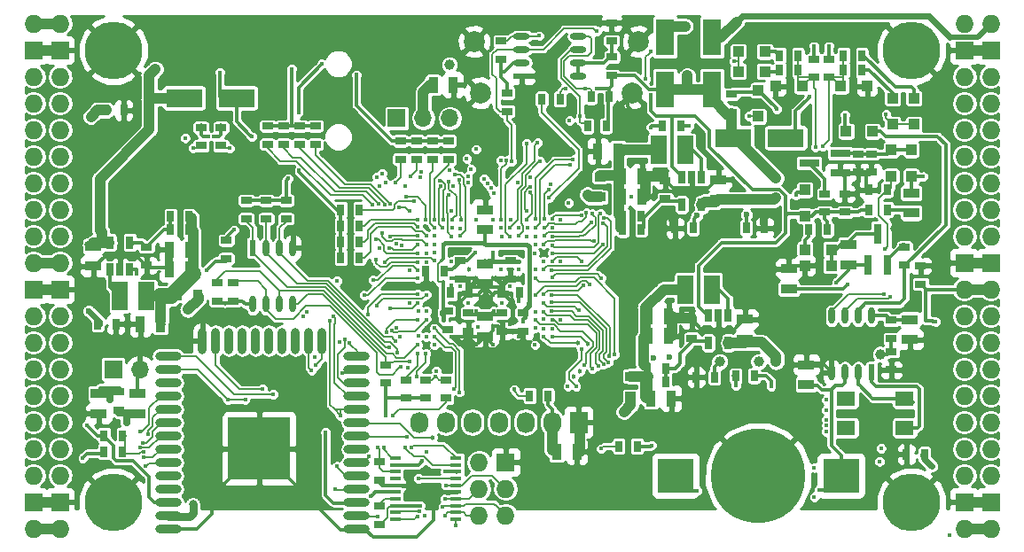
<source format=gbl>
G04 #@! TF.GenerationSoftware,KiCad,Pcbnew,5.0.0-rc2-dev-unknown+dfsg1+20180318-3*
G04 #@! TF.CreationDate,2018-05-29T17:53:08+02:00*
G04 #@! TF.ProjectId,ulx3s,756C7833732E6B696361645F70636200,rev?*
G04 #@! TF.SameCoordinates,Original*
G04 #@! TF.FileFunction,Copper,L4,Bot,Signal*
G04 #@! TF.FilePolarity,Positive*
%FSLAX46Y46*%
G04 Gerber Fmt 4.6, Leading zero omitted, Abs format (unit mm)*
G04 Created by KiCad (PCBNEW 5.0.0-rc2-dev-unknown+dfsg1+20180318-3) date Tue May 29 17:53:08 2018*
%MOMM*%
%LPD*%
G01*
G04 APERTURE LIST*
%ADD10O,1.727200X1.727200*%
%ADD11R,1.727200X1.727200*%
%ADD12R,0.700000X1.200000*%
%ADD13C,5.500000*%
%ADD14R,1.000000X0.400000*%
%ADD15R,1.727200X2.032000*%
%ADD16O,1.727200X2.032000*%
%ADD17R,3.500000X3.300000*%
%ADD18C,9.000000*%
%ADD19R,0.600000X1.550000*%
%ADD20O,0.600000X1.550000*%
%ADD21O,2.500000X0.900000*%
%ADD22O,0.900000X2.500000*%
%ADD23R,6.000000X6.000000*%
%ADD24R,1.800000X1.400000*%
%ADD25R,0.970000X1.500000*%
%ADD26R,1.500000X0.970000*%
%ADD27R,0.670000X1.000000*%
%ADD28R,1.000000X0.670000*%
%ADD29C,2.000000*%
%ADD30R,1.000000X1.000000*%
%ADD31R,0.800000X1.900000*%
%ADD32R,1.900000X0.800000*%
%ADD33R,3.500000X1.800000*%
%ADD34R,1.800000X3.500000*%
%ADD35C,0.300000*%
%ADD36R,1.000000X0.845000*%
%ADD37R,0.845000X1.000000*%
%ADD38R,1.700000X1.700000*%
%ADD39O,1.700000X1.700000*%
%ADD40R,1.550000X0.600000*%
%ADD41O,1.550000X0.600000*%
%ADD42R,1.500000X2.700000*%
%ADD43C,0.400000*%
%ADD44C,0.700000*%
%ADD45C,0.454000*%
%ADD46C,0.600000*%
%ADD47C,1.000000*%
%ADD48C,0.800000*%
%ADD49C,0.300000*%
%ADD50C,0.500000*%
%ADD51C,1.000000*%
%ADD52C,0.600000*%
%ADD53C,0.400000*%
%ADD54C,0.800000*%
%ADD55C,0.700000*%
%ADD56C,0.190000*%
%ADD57C,0.200000*%
%ADD58C,1.500000*%
%ADD59C,0.127000*%
%ADD60C,0.180000*%
%ADD61C,1.200000*%
%ADD62C,0.254000*%
G04 APERTURE END LIST*
D10*
X97910000Y-62690000D03*
X95370000Y-62690000D03*
D11*
X97910000Y-65230000D03*
X95370000Y-65230000D03*
D10*
X97910000Y-67770000D03*
X95370000Y-67770000D03*
X97910000Y-70310000D03*
X95370000Y-70310000D03*
X97910000Y-72850000D03*
X95370000Y-72850000D03*
X97910000Y-75390000D03*
X95370000Y-75390000D03*
X97910000Y-77930000D03*
X95370000Y-77930000D03*
X97910000Y-80470000D03*
X95370000Y-80470000D03*
X97910000Y-83010000D03*
X95370000Y-83010000D03*
X97910000Y-85550000D03*
X95370000Y-85550000D03*
D11*
X97910000Y-88090000D03*
X95370000Y-88090000D03*
D10*
X97910000Y-90630000D03*
X95370000Y-90630000D03*
X97910000Y-93170000D03*
X95370000Y-93170000D03*
X97910000Y-95710000D03*
X95370000Y-95710000D03*
X97910000Y-98250000D03*
X95370000Y-98250000D03*
X97910000Y-100790000D03*
X95370000Y-100790000D03*
X97910000Y-103330000D03*
X95370000Y-103330000D03*
X97910000Y-105870000D03*
X95370000Y-105870000D03*
D11*
X97910000Y-108410000D03*
X95370000Y-108410000D03*
D10*
X97910000Y-110950000D03*
X95370000Y-110950000D03*
D12*
X159825000Y-90600000D03*
X160775000Y-90600000D03*
X161725000Y-90600000D03*
X161725000Y-93200000D03*
X159825000Y-93200000D03*
X104575000Y-86215000D03*
X103625000Y-86215000D03*
X102675000Y-86215000D03*
X102675000Y-83615000D03*
X104575000Y-83615000D03*
X157285000Y-77392000D03*
X158235000Y-77392000D03*
X159185000Y-77392000D03*
X159185000Y-79992000D03*
X157285000Y-79992000D03*
D10*
X184270000Y-110950000D03*
X186810000Y-110950000D03*
D11*
X184270000Y-108410000D03*
X186810000Y-108410000D03*
D10*
X184270000Y-105870000D03*
X186810000Y-105870000D03*
X184270000Y-103330000D03*
X186810000Y-103330000D03*
X184270000Y-100790000D03*
X186810000Y-100790000D03*
X184270000Y-98250000D03*
X186810000Y-98250000D03*
X184270000Y-95710000D03*
X186810000Y-95710000D03*
X184270000Y-93170000D03*
X186810000Y-93170000D03*
X184270000Y-90630000D03*
X186810000Y-90630000D03*
X184270000Y-88090000D03*
X186810000Y-88090000D03*
D11*
X184270000Y-85550000D03*
X186810000Y-85550000D03*
D10*
X184270000Y-83010000D03*
X186810000Y-83010000D03*
X184270000Y-80470000D03*
X186810000Y-80470000D03*
X184270000Y-77930000D03*
X186810000Y-77930000D03*
X184270000Y-75390000D03*
X186810000Y-75390000D03*
X184270000Y-72850000D03*
X186810000Y-72850000D03*
X184270000Y-70310000D03*
X186810000Y-70310000D03*
X184270000Y-67770000D03*
X186810000Y-67770000D03*
D11*
X184270000Y-65230000D03*
X186810000Y-65230000D03*
D10*
X184270000Y-62690000D03*
X186810000Y-62690000D03*
D13*
X102990000Y-108410000D03*
X179190000Y-108410000D03*
X179190000Y-65230000D03*
X102990000Y-65230000D03*
D14*
X135735000Y-104215000D03*
X135735000Y-104865000D03*
X135735000Y-105515000D03*
X135735000Y-106165000D03*
X135735000Y-106815000D03*
X135735000Y-107465000D03*
X135735000Y-108115000D03*
X135735000Y-108765000D03*
X135735000Y-109415000D03*
X135735000Y-110065000D03*
X129935000Y-110065000D03*
X129935000Y-109415000D03*
X129935000Y-108765000D03*
X129935000Y-108115000D03*
X129935000Y-107465000D03*
X129935000Y-106815000D03*
X129935000Y-106165000D03*
X129935000Y-105515000D03*
X129935000Y-104865000D03*
X129935000Y-104215000D03*
D11*
X140455000Y-104600000D03*
D10*
X137915000Y-104600000D03*
X140455000Y-107140000D03*
X137915000Y-107140000D03*
X140455000Y-109680000D03*
X137915000Y-109680000D03*
D15*
X147440000Y-100790000D03*
D16*
X144900000Y-100790000D03*
X142360000Y-100790000D03*
X139820000Y-100790000D03*
X137280000Y-100790000D03*
X134740000Y-100790000D03*
X132200000Y-100790000D03*
D17*
X172485000Y-105870000D03*
X156685000Y-105870000D03*
D18*
X164585000Y-105870000D03*
D19*
X175395000Y-96015000D03*
D20*
X174125000Y-96015000D03*
X172855000Y-96015000D03*
X171585000Y-96015000D03*
X171585000Y-90615000D03*
X172855000Y-90615000D03*
X174125000Y-90615000D03*
X175395000Y-90615000D03*
D19*
X116325000Y-84120000D03*
D20*
X117595000Y-84120000D03*
X118865000Y-84120000D03*
X120135000Y-84120000D03*
X120135000Y-89520000D03*
X118865000Y-89520000D03*
X117595000Y-89520000D03*
X116325000Y-89520000D03*
D21*
X126230000Y-111000000D03*
X126230000Y-109730000D03*
X126230000Y-108460000D03*
X126230000Y-107190000D03*
X126230000Y-105920000D03*
X126230000Y-104650000D03*
X126230000Y-103380000D03*
X126230000Y-102110000D03*
X126230000Y-100840000D03*
X126230000Y-99570000D03*
X126230000Y-98300000D03*
X126230000Y-97030000D03*
X126230000Y-95760000D03*
X126230000Y-94490000D03*
D22*
X122945000Y-93000000D03*
X121675000Y-93000000D03*
X120405000Y-93000000D03*
X119135000Y-93000000D03*
X117865000Y-93000000D03*
X116595000Y-93000000D03*
X115325000Y-93000000D03*
X114055000Y-93000000D03*
X112785000Y-93000000D03*
X111515000Y-93000000D03*
D21*
X108230000Y-94490000D03*
X108230000Y-95760000D03*
X108230000Y-97030000D03*
X108230000Y-98300000D03*
X108230000Y-99570000D03*
X108230000Y-100840000D03*
X108230000Y-102110000D03*
X108230000Y-103380000D03*
X108230000Y-104650000D03*
X108230000Y-105920000D03*
X108230000Y-107190000D03*
X108230000Y-108460000D03*
X108230000Y-109730000D03*
X108230000Y-111000000D03*
D23*
X116930000Y-103300000D03*
D24*
X178576000Y-98522000D03*
X172976000Y-98522000D03*
X172976000Y-101322000D03*
X178576000Y-101322000D03*
D25*
X133546000Y-68550000D03*
X135456000Y-68550000D03*
D26*
X101085000Y-83960000D03*
X101085000Y-85870000D03*
D27*
X153985000Y-96910000D03*
X155735000Y-96910000D03*
D25*
X156015000Y-90630000D03*
X154105000Y-90630000D03*
X154105000Y-92535000D03*
X156015000Y-92535000D03*
D26*
X163315000Y-90945000D03*
X163315000Y-92855000D03*
D27*
X151645000Y-82375000D03*
X153395000Y-82375000D03*
D25*
X153475000Y-79200000D03*
X151565000Y-79200000D03*
X153475000Y-77295000D03*
X151565000Y-77295000D03*
D26*
X160775000Y-79520000D03*
X160775000Y-77610000D03*
D27*
X108465000Y-81105000D03*
X110215000Y-81105000D03*
D25*
X108385000Y-84280000D03*
X110295000Y-84280000D03*
X110295000Y-86185000D03*
X108385000Y-86185000D03*
D26*
X173221000Y-83833000D03*
X173221000Y-85743000D03*
D28*
X175380000Y-76900000D03*
X175380000Y-75150000D03*
D26*
X105276000Y-99967000D03*
X105276000Y-98057000D03*
X167506000Y-88029000D03*
X167506000Y-86119000D03*
X138500000Y-90665000D03*
X138500000Y-92575000D03*
D28*
X150589600Y-64359000D03*
X150589600Y-62609000D03*
D26*
X138500000Y-82375000D03*
X138500000Y-80465000D03*
X138500000Y-87575000D03*
X138500000Y-85665000D03*
X101593000Y-99967000D03*
X101593000Y-98057000D03*
D25*
X154359000Y-98504000D03*
X156269000Y-98504000D03*
X105591000Y-91392000D03*
X107501000Y-91392000D03*
X151189000Y-74882000D03*
X149279000Y-74882000D03*
D28*
X140900000Y-87095000D03*
X140900000Y-85345000D03*
X136100000Y-87095000D03*
X136100000Y-85345000D03*
X136900000Y-92095000D03*
X136900000Y-90345000D03*
X140100000Y-90345000D03*
X140100000Y-92095000D03*
X142100000Y-92095000D03*
X142100000Y-90345000D03*
X134900000Y-90145000D03*
X134900000Y-91895000D03*
D27*
X135225000Y-88420000D03*
X136975000Y-88420000D03*
X140025000Y-88420000D03*
X141775000Y-88420000D03*
X163425000Y-82220000D03*
X165175000Y-82220000D03*
X158375000Y-82220000D03*
X156625000Y-82220000D03*
D28*
X177300000Y-94025000D03*
X177300000Y-95775000D03*
D25*
X145342000Y-103584000D03*
X147252000Y-103584000D03*
D27*
X103995000Y-70963000D03*
X102245000Y-70963000D03*
X103245000Y-91410000D03*
X101495000Y-91410000D03*
D28*
X180094000Y-87586000D03*
X180094000Y-85836000D03*
D27*
X180473000Y-103856000D03*
X178723000Y-103856000D03*
X158645000Y-96490000D03*
X160395000Y-96490000D03*
X132827200Y-86330000D03*
X134577200Y-86330000D03*
D26*
X169172000Y-95281000D03*
X169172000Y-97191000D03*
X179190000Y-80790000D03*
X179190000Y-78880000D03*
D29*
X152546000Y-69312000D03*
X138046000Y-69312000D03*
X153146000Y-64412000D03*
X137446000Y-64412000D03*
D30*
X169050000Y-84280000D03*
X171550000Y-84280000D03*
X169030000Y-78585000D03*
X169030000Y-81085000D03*
X171550000Y-85804000D03*
X169050000Y-85804000D03*
X179190000Y-74775000D03*
X179190000Y-77275000D03*
X177285000Y-77275000D03*
X177285000Y-74775000D03*
X172987000Y-72977000D03*
X175487000Y-72977000D03*
X164585000Y-69060000D03*
X164585000Y-71560000D03*
X168756000Y-68659000D03*
X166256000Y-68659000D03*
X174979000Y-68659000D03*
X172479000Y-68659000D03*
X165200000Y-67262000D03*
X162700000Y-67262000D03*
X162700000Y-65357000D03*
X165200000Y-65357000D03*
X177412000Y-72322000D03*
X177412000Y-69822000D03*
X179444000Y-69822000D03*
X179444000Y-72322000D03*
D31*
X176015000Y-82780000D03*
X175065000Y-85780000D03*
X176965000Y-85780000D03*
D32*
X172435000Y-75075000D03*
X172435000Y-76975000D03*
X169435000Y-76025000D03*
D33*
X114761000Y-69802000D03*
X109761000Y-69802000D03*
X167212000Y-73612000D03*
X162212000Y-73612000D03*
D34*
X155695000Y-69000000D03*
X155695000Y-64000000D03*
X160140000Y-69000000D03*
X160140000Y-64000000D03*
D35*
X182888000Y-111603000D03*
D28*
X113277000Y-74360000D03*
X113277000Y-72610000D03*
X111372000Y-72610000D03*
X111372000Y-74360000D03*
D27*
X155455000Y-72487000D03*
X157205000Y-72487000D03*
D28*
X171316000Y-66090000D03*
X171316000Y-67840000D03*
X169919000Y-67840000D03*
X169919000Y-66090000D03*
D27*
X174477000Y-65738000D03*
X172727000Y-65738000D03*
D28*
X128390000Y-106321000D03*
X128390000Y-104571000D03*
X117722000Y-72483000D03*
X117722000Y-74233000D03*
X119246000Y-74233000D03*
X119246000Y-72483000D03*
X120770000Y-72483000D03*
X120770000Y-74233000D03*
X122294000Y-74233000D03*
X122294000Y-72483000D03*
D27*
X145655000Y-69900000D03*
X143905000Y-69900000D03*
D36*
X152393000Y-96398500D03*
X152393000Y-98323500D03*
D37*
X111064500Y-88598000D03*
X109139500Y-88598000D03*
D36*
X149472000Y-77348500D03*
X149472000Y-79273500D03*
D38*
X102990000Y-95710000D03*
D39*
X105530000Y-95710000D03*
D38*
X130056000Y-71725000D03*
D39*
X132596000Y-71725000D03*
X135136000Y-71725000D03*
D27*
X166631000Y-65738000D03*
X168381000Y-65738000D03*
D28*
X134740000Y-96740000D03*
X134740000Y-98490000D03*
D40*
X141980000Y-67706500D03*
D41*
X141980000Y-66436500D03*
X141980000Y-65166500D03*
X141980000Y-63896500D03*
X147380000Y-63896500D03*
X147380000Y-65166500D03*
X147380000Y-66436500D03*
X147380000Y-67706500D03*
D26*
X179078000Y-90963000D03*
X179078000Y-92873000D03*
D28*
X177300000Y-92793000D03*
X177300000Y-91043000D03*
D42*
X160140000Y-88090000D03*
X157600000Y-88090000D03*
X103625000Y-88725000D03*
X106165000Y-88725000D03*
X155060000Y-74755000D03*
X157600000Y-74755000D03*
D27*
X171175000Y-82375000D03*
X169425000Y-82375000D03*
D28*
X172840000Y-78960000D03*
X172840000Y-80710000D03*
X162045000Y-71185000D03*
X162045000Y-69435000D03*
D27*
X176890000Y-80470000D03*
X175140000Y-80470000D03*
D28*
X174110000Y-75150000D03*
X174110000Y-76900000D03*
X178555000Y-85790000D03*
X178555000Y-84040000D03*
X113785000Y-85155000D03*
X113785000Y-83405000D03*
X170935000Y-80710000D03*
X170935000Y-78960000D03*
X128390000Y-110555000D03*
X128390000Y-108805000D03*
D27*
X151264000Y-103076000D03*
X153014000Y-103076000D03*
D28*
X119500000Y-81345000D03*
X119500000Y-79595000D03*
X114420000Y-89219000D03*
X114420000Y-87469000D03*
D27*
X175140000Y-78565000D03*
X176890000Y-78565000D03*
X124721000Y-85060000D03*
X126471000Y-85060000D03*
X126471000Y-83536000D03*
X124721000Y-83536000D03*
X124721000Y-82012000D03*
X126471000Y-82012000D03*
X126471000Y-80470000D03*
X124721000Y-80470000D03*
D28*
X130422000Y-73898000D03*
X130422000Y-75648000D03*
X131961000Y-73898000D03*
X131961000Y-75648000D03*
X133485000Y-73898000D03*
X133485000Y-75648000D03*
X135009000Y-75648000D03*
X135009000Y-73898000D03*
X140025500Y-66105000D03*
X140025500Y-64355000D03*
X140597000Y-71076000D03*
X140597000Y-69326000D03*
X150615000Y-67647000D03*
X150615000Y-65897000D03*
D27*
X148300000Y-72487000D03*
X150050000Y-72487000D03*
X150362000Y-69693000D03*
X148612000Y-69693000D03*
D28*
X129025000Y-95300000D03*
X129025000Y-97050000D03*
X117595000Y-79595000D03*
X117595000Y-81345000D03*
X112896000Y-89219000D03*
X112896000Y-87469000D03*
X115690000Y-79595000D03*
X115690000Y-81345000D03*
D27*
X142755000Y-98250000D03*
X144505000Y-98250000D03*
D28*
X132835000Y-98490000D03*
X132835000Y-96740000D03*
X130930000Y-96740000D03*
X130930000Y-98490000D03*
D27*
X102115000Y-103600000D03*
X103865000Y-103600000D03*
X102115000Y-102060000D03*
X103865000Y-102060000D03*
D28*
X103498000Y-99633000D03*
X103498000Y-97883000D03*
D27*
X164190000Y-96345000D03*
X162440000Y-96345000D03*
X168381000Y-67135000D03*
X166631000Y-67135000D03*
X174475000Y-67120000D03*
X172725000Y-67120000D03*
X153985000Y-95640000D03*
X155735000Y-95640000D03*
X110215000Y-82375000D03*
X108465000Y-82375000D03*
X151645000Y-81105000D03*
X153395000Y-81105000D03*
D28*
X158235000Y-92775000D03*
X158235000Y-91025000D03*
X106165000Y-85790000D03*
X106165000Y-84040000D03*
X155695000Y-79440000D03*
X155695000Y-77690000D03*
D43*
X124632693Y-93120351D03*
D44*
X112784000Y-102840000D03*
D43*
X141742847Y-69038361D03*
X152408000Y-72169500D03*
X138480000Y-92600000D03*
X140080000Y-92600000D03*
X135280000Y-87000000D03*
X145687392Y-90996646D03*
D45*
X141675979Y-86986521D03*
D43*
X140876932Y-84552536D03*
X132882184Y-84635369D03*
X132879996Y-82103336D03*
X140922639Y-81447441D03*
X177287984Y-96778661D03*
D46*
X152510125Y-81695229D03*
D43*
X131264297Y-86227110D03*
X173856000Y-71538990D03*
D47*
X164947008Y-63194069D03*
X175494572Y-64322557D03*
D43*
X135342764Y-89381630D03*
X144103496Y-84660400D03*
D47*
X177658444Y-82281349D03*
D43*
X145680000Y-81405125D03*
X145691238Y-94166752D03*
D47*
X162956098Y-95078488D03*
X158539988Y-94868772D03*
D46*
X161075765Y-80992022D03*
X164882869Y-80938986D03*
X156262773Y-81349374D03*
D43*
X149169500Y-68867500D03*
D46*
X123437000Y-108972000D03*
D43*
X135281276Y-80583119D03*
X131279502Y-89407325D03*
X170309539Y-85441529D03*
X145672808Y-85396062D03*
X133216000Y-107465000D03*
X137680000Y-88600000D03*
X142480000Y-95000000D03*
X141680000Y-92600000D03*
X135284627Y-94985297D03*
X135288625Y-94225619D03*
X134455822Y-94267172D03*
X136095958Y-93369652D03*
D45*
X139264636Y-91615205D03*
D47*
X116880503Y-64802940D03*
X106974809Y-64953974D03*
D43*
X140874194Y-91433353D03*
X142480000Y-94200000D03*
X140880000Y-93400000D03*
X139280000Y-93400000D03*
X137680000Y-93400000D03*
X136880000Y-92600000D03*
X135280000Y-92600000D03*
X132880000Y-91800000D03*
X132880000Y-93400000D03*
D45*
X139280000Y-87000000D03*
X137680000Y-87000000D03*
X136080000Y-84600000D03*
X139280000Y-88600000D03*
D47*
X166275426Y-77459534D03*
X107021491Y-67043629D03*
D43*
X172047074Y-87438453D03*
D47*
X166255545Y-79350736D03*
X157807568Y-67669269D03*
X101707889Y-82423180D03*
X166284693Y-95025145D03*
X157600000Y-62944000D03*
D43*
X119692151Y-77494120D03*
X135263000Y-87727000D03*
X141740000Y-89250994D03*
D46*
X156091000Y-94585000D03*
D43*
X140032430Y-67286930D03*
X137803000Y-91664000D03*
D46*
X181155918Y-104980708D03*
D43*
X171089123Y-98665996D03*
X171089123Y-99619659D03*
D47*
X135105588Y-66616618D03*
D43*
X181491000Y-91156000D03*
X113660608Y-89375718D03*
D47*
X148268387Y-79050018D03*
D43*
X114513935Y-82409431D03*
X109840000Y-73620000D03*
X132110753Y-92527478D03*
X165803369Y-97344883D03*
D47*
X160905403Y-95006436D03*
D46*
X158731133Y-81048929D03*
X154593901Y-94607945D03*
D47*
X164625730Y-94982471D03*
D46*
X163462982Y-80942429D03*
D47*
X176254940Y-94288458D03*
D48*
X110593913Y-108636458D03*
D43*
X180340784Y-77316932D03*
X173137949Y-87594275D03*
D44*
X102710050Y-98594954D03*
D43*
X129005202Y-100174798D03*
X176305593Y-103279812D03*
X100080000Y-104200000D03*
X139272517Y-84611349D03*
X141680000Y-86200000D03*
X132880000Y-92600000D03*
X141680000Y-85400000D03*
X121494155Y-90235621D03*
X130019546Y-91732979D03*
X121166000Y-90648000D03*
X130384540Y-92584728D03*
X146394787Y-97333919D03*
X143300000Y-86220000D03*
X144891603Y-91881937D03*
X147175985Y-97333919D03*
X147700000Y-93820000D03*
X142107219Y-91201016D03*
D47*
X110128890Y-90028152D03*
D43*
X142480000Y-83800000D03*
X134480000Y-83800000D03*
X134480000Y-91000000D03*
X154313000Y-69502500D03*
X120664983Y-71227362D03*
X122926177Y-66532317D03*
X105245010Y-86595559D03*
X128216338Y-109813327D03*
X121928000Y-95855000D03*
X115593957Y-98664957D03*
X113927000Y-98649000D03*
X122309000Y-95347000D03*
X122203636Y-94585375D03*
X117229000Y-97633008D03*
X118245000Y-98141000D03*
X162441000Y-97270000D03*
X157996000Y-72487000D03*
X169517039Y-69686488D03*
X170411010Y-107286196D03*
X158716651Y-107325176D03*
X136050273Y-97914229D03*
X132708000Y-109680000D03*
X134750646Y-106810513D03*
X133680000Y-91800000D03*
X135517000Y-97633000D03*
X134675868Y-108131585D03*
D45*
X133449289Y-102232615D03*
D43*
X133680000Y-92600000D03*
X132928488Y-103601340D03*
X127419091Y-104077728D03*
X133685482Y-93402296D03*
X134463998Y-108841973D03*
X131986331Y-96404793D03*
X131039072Y-102187000D03*
X134636872Y-109719950D03*
X132846234Y-94197073D03*
X176700000Y-84220000D03*
X143260000Y-84620000D03*
X120739932Y-76694083D03*
X126204504Y-67585368D03*
X148090000Y-68867500D03*
X147582000Y-71534498D03*
X127810351Y-87182069D03*
X132083026Y-86260405D03*
X124849021Y-96102869D03*
X113157250Y-67343629D03*
X116198000Y-73474420D03*
X127586603Y-107875044D03*
X146233418Y-68946082D03*
X131453853Y-103208291D03*
X149787294Y-81774991D03*
X144080000Y-86200000D03*
X149553145Y-86989440D03*
X144894316Y-86977564D03*
X144896700Y-83863953D03*
X149527221Y-80838006D03*
D45*
X147343891Y-93217126D03*
D43*
X144113248Y-92588762D03*
X149853189Y-81252115D03*
X144875155Y-86292748D03*
X144916886Y-83019942D03*
X148696112Y-80861847D03*
D45*
X148349010Y-93322307D03*
D43*
X144882352Y-92577990D03*
X144902941Y-91037926D03*
X148747982Y-95669626D03*
X144867244Y-90193915D03*
X149795895Y-95251084D03*
X144856756Y-89349904D03*
X150278898Y-95040253D03*
X150345974Y-94517527D03*
X144877648Y-88622010D03*
X150889207Y-94332565D03*
X143280000Y-87000000D03*
X129972715Y-93035096D03*
X131084713Y-95564177D03*
X130422000Y-95456000D03*
X131316164Y-94959140D03*
X130123373Y-94122671D03*
X132031990Y-93400000D03*
X129362027Y-93645784D03*
X141280657Y-97642010D03*
X133852393Y-95875797D03*
X133762848Y-96395146D03*
X132080000Y-94200000D03*
X128452683Y-84116867D03*
X105890482Y-103613569D03*
X129449238Y-89937935D03*
X130839477Y-103208987D03*
X132075624Y-89410644D03*
X128806823Y-103185900D03*
X128136791Y-89611518D03*
X132162861Y-106185868D03*
X132880000Y-88600000D03*
X126970181Y-88659309D03*
X124322162Y-105002357D03*
X132080000Y-87000000D03*
X125525099Y-93236764D03*
X124202418Y-107207639D03*
X110599084Y-74589383D03*
X132024412Y-109766775D03*
X114104080Y-74612196D03*
X132219727Y-109277292D03*
X131677570Y-79697994D03*
X132088008Y-81408008D03*
X132079995Y-82103334D03*
X132872609Y-82947347D03*
X133664491Y-81414685D03*
X133648389Y-82190597D03*
X131353451Y-77264702D03*
X129920953Y-77910818D03*
X129568570Y-92005655D03*
X132880000Y-91000000D03*
X129055731Y-92162718D03*
X132077338Y-91002010D03*
X131265176Y-80621782D03*
X130272149Y-80238214D03*
X128091794Y-85277024D03*
X132089786Y-85479378D03*
X146565997Y-71979003D03*
X134250176Y-78253806D03*
X163703220Y-71542164D03*
X134433979Y-82180155D03*
X135656559Y-110610712D03*
X149577281Y-103320847D03*
X132468001Y-104503413D03*
D44*
X104260000Y-100790000D03*
D43*
X111895217Y-86253790D03*
X169934000Y-107920000D03*
X169934000Y-105126000D03*
X170026483Y-74485017D03*
X142571021Y-82204353D03*
X143287402Y-83042010D03*
X154425580Y-102987766D03*
X168166438Y-79108038D03*
X112614274Y-73474420D03*
X112074854Y-73474420D03*
X176185734Y-104520755D03*
X143269694Y-93414905D03*
X171089123Y-101653244D03*
X143280000Y-91800000D03*
X171089123Y-101086833D03*
X144064831Y-91877646D03*
X171089123Y-100559822D03*
X144080000Y-90956495D03*
X135315381Y-82193851D03*
X135414395Y-78229653D03*
X135129679Y-76730134D03*
X136124555Y-82260038D03*
X135587699Y-77140701D03*
X136080000Y-83000000D03*
X142785835Y-77341923D03*
X170739071Y-74406366D03*
X142460000Y-83020000D03*
X143280000Y-83800000D03*
X169919000Y-64849000D03*
X171316000Y-64849000D03*
X125110333Y-92897638D03*
X182888000Y-111603000D03*
X124361185Y-87274371D03*
X124361184Y-87274370D03*
X172853718Y-71407275D03*
X166353476Y-70835462D03*
X123273881Y-101715917D03*
X129660000Y-100155000D03*
X128247798Y-103208979D03*
X127301115Y-90454353D03*
X132084049Y-88558274D03*
X120008000Y-67008000D03*
X129437600Y-79946788D03*
X133680000Y-83000000D03*
X128908575Y-79985477D03*
X133680000Y-83800000D03*
X128328791Y-79953099D03*
X130487935Y-83869856D03*
X133623139Y-85366416D03*
X127749884Y-79991140D03*
X128913013Y-85505853D03*
X129992018Y-83691508D03*
X136080000Y-87800000D03*
X137624890Y-90122896D03*
X139322319Y-90164039D03*
X140080000Y-89400000D03*
X136880000Y-89400000D03*
X140896226Y-87816226D03*
D45*
X136938110Y-86196311D03*
D43*
X140014602Y-86192969D03*
D47*
X151758000Y-99774000D03*
D43*
X135021320Y-79024950D03*
X135280000Y-83022010D03*
X154298000Y-72596000D03*
X100450000Y-101044000D03*
X132285867Y-108754446D03*
X134707351Y-105508447D03*
X139280000Y-81400000D03*
X139314656Y-78918689D03*
X139039938Y-78419090D03*
X138722927Y-77981589D03*
X138405916Y-77551542D03*
X137625200Y-74696800D03*
X137680000Y-81400000D03*
X136742593Y-75579407D03*
X137174375Y-76624866D03*
X136863200Y-77287600D03*
X136894606Y-77861070D03*
X136048819Y-77645502D03*
X136233339Y-81437235D03*
X135359567Y-81395445D03*
X135034780Y-77831198D03*
X134508502Y-81406751D03*
X134177298Y-77721089D03*
D45*
X146942280Y-96452058D03*
X147534467Y-95913260D03*
D43*
X147928857Y-95339016D03*
X143322010Y-91000657D03*
X149284391Y-95377990D03*
X144077013Y-90266968D03*
X147430953Y-90112484D03*
X144076240Y-89395301D03*
X143322010Y-90201951D03*
X147910791Y-87683418D03*
X144082832Y-88584510D03*
X148483539Y-87623462D03*
X143322010Y-88595030D03*
X144102010Y-85397219D03*
X144889349Y-85448737D03*
X147687390Y-85374093D03*
X144912409Y-84657964D03*
X149732494Y-83807694D03*
X148921512Y-83442010D03*
X144103186Y-83777990D03*
X144131413Y-83000000D03*
X148610661Y-81705858D03*
X144888125Y-82175931D03*
X144176662Y-82199998D03*
X148175253Y-80781550D03*
X144887777Y-81331919D03*
X147688311Y-80983115D03*
X142450323Y-81420000D03*
X142811300Y-78846033D03*
X142784407Y-78283067D03*
X142460000Y-80620000D03*
X144138346Y-81383767D03*
X144606344Y-78517346D03*
X144791531Y-78023942D03*
X146587441Y-76174058D03*
X143332651Y-82197990D03*
X146909804Y-75707894D03*
X143294334Y-81377293D03*
X143708879Y-75817300D03*
X141727010Y-82998875D03*
X141727010Y-82194937D03*
X140028978Y-82200000D03*
X141624813Y-77914503D03*
X142436989Y-74138000D03*
X140861329Y-83041266D03*
X143518000Y-74074500D03*
X140872990Y-82177164D03*
X132309031Y-77342560D03*
X132428734Y-76829323D03*
X128644933Y-77015661D03*
X128152012Y-77332672D03*
X128446805Y-78179514D03*
X128961752Y-77878818D03*
X130878594Y-78253288D03*
X132820479Y-81400981D03*
X130952639Y-79249008D03*
X129458086Y-83004065D03*
X132079024Y-82947345D03*
X105572759Y-101661319D03*
X132881746Y-83791358D03*
X128691780Y-82737217D03*
X106276126Y-101893466D03*
X105840996Y-102767214D03*
X129302562Y-84153497D03*
X132083682Y-83791356D03*
X128062071Y-83328884D03*
X105553144Y-103208669D03*
X132092886Y-84635367D03*
X105847765Y-104138847D03*
X133671942Y-84595200D03*
X132896883Y-85469380D03*
X106088753Y-104974041D03*
X123709657Y-91064721D03*
X124707442Y-100126977D03*
X132900000Y-90180000D03*
X124015020Y-90635192D03*
X132100000Y-90157990D03*
X139992737Y-75748003D03*
X162271466Y-66284958D03*
X140028978Y-81400000D03*
X140517734Y-75793988D03*
X176797084Y-71341791D03*
X154313000Y-65375000D03*
X153805000Y-67996270D03*
X176605426Y-88507160D03*
X152497066Y-79193467D03*
X146481406Y-79819384D03*
X143650666Y-63862520D03*
X177211069Y-88764025D03*
X141042112Y-75846610D03*
X140060000Y-83020000D03*
X149134122Y-63424051D03*
X144606344Y-79361357D03*
D47*
X100855891Y-71574861D03*
D43*
X135280000Y-85400000D03*
D46*
X100652119Y-90162239D03*
D43*
X137550785Y-84577294D03*
X135280000Y-86200000D03*
D49*
X152154000Y-69704000D02*
X152154000Y-70610213D01*
X152154000Y-70610213D02*
X152408000Y-70864213D01*
X152408000Y-70864213D02*
X152408000Y-72169500D01*
X152903398Y-83282000D02*
X152510125Y-82888727D01*
X154588000Y-83282000D02*
X152903398Y-83282000D01*
X152510125Y-82888727D02*
X152510125Y-82119493D01*
X155650000Y-82220000D02*
X154588000Y-83282000D01*
X156262773Y-81349374D02*
X156262773Y-81932773D01*
X156550000Y-82220000D02*
X155650000Y-82220000D01*
X156262773Y-81932773D02*
X156550000Y-82220000D01*
X152510125Y-82119493D02*
X152510125Y-81695229D01*
X169172000Y-95193500D02*
X170763500Y-95193500D01*
X170763500Y-95193500D02*
X171585000Y-96015000D01*
D50*
X136188509Y-87050148D02*
X136609374Y-87050148D01*
X136609374Y-87050148D02*
X136850000Y-87290774D01*
X136850000Y-87290774D02*
X136850000Y-88027041D01*
D49*
X135280000Y-87000000D02*
X136070000Y-87000000D01*
X136070000Y-87000000D02*
X136100000Y-86970000D01*
X141662500Y-87000000D02*
X141675979Y-86986521D01*
X139280000Y-87000000D02*
X141662500Y-87000000D01*
X141354953Y-86986521D02*
X141675979Y-86986521D01*
X140773938Y-86994997D02*
X140782414Y-86986521D01*
X140782414Y-86986521D02*
X141354953Y-86986521D01*
X133680000Y-91000000D02*
X132880000Y-91800000D01*
X134450000Y-91770000D02*
X133680000Y-91000000D01*
X134900000Y-91770000D02*
X134450000Y-91770000D01*
X177300000Y-95850000D02*
X177300000Y-96766645D01*
X177300000Y-96766645D02*
X177287984Y-96778661D01*
X139163860Y-75537864D02*
X137472985Y-77228739D01*
X139163860Y-73733860D02*
X139163860Y-75537864D01*
X137472985Y-77228739D02*
X137472985Y-78092985D01*
X137680000Y-71550000D02*
X137680000Y-72250000D01*
X137680000Y-72250000D02*
X139163860Y-73733860D01*
X138500000Y-79120000D02*
X138500000Y-80170000D01*
X137472985Y-78092985D02*
X138500000Y-79120000D01*
X105276000Y-97762000D02*
X105276000Y-95964000D01*
X105276000Y-95964000D02*
X105530000Y-95710000D01*
X138500000Y-87870000D02*
X137137029Y-87870000D01*
X137137029Y-87870000D02*
X136979988Y-88027041D01*
X136979988Y-88027041D02*
X136850000Y-88027041D01*
X140150000Y-88420000D02*
X140150000Y-87836000D01*
X140150000Y-87836000D02*
X140150000Y-87618935D01*
X138500000Y-87870000D02*
X140116000Y-87870000D01*
X140116000Y-87870000D02*
X140150000Y-87836000D01*
X139280000Y-88600000D02*
X139230000Y-88600000D01*
X139230000Y-88600000D02*
X138500000Y-87870000D01*
X137680000Y-88600000D02*
X137770000Y-88600000D01*
X137770000Y-88600000D02*
X138500000Y-87870000D01*
D51*
X147547000Y-103584000D02*
X147547000Y-100897000D01*
D49*
X147547000Y-100897000D02*
X147440000Y-100790000D01*
X175494572Y-64322557D02*
X166075496Y-64322557D01*
X166075496Y-64322557D02*
X165447007Y-63694068D01*
X165447007Y-63694068D02*
X164947008Y-63194069D01*
X164882869Y-80938986D02*
X164882869Y-81852869D01*
X164882869Y-81852869D02*
X165250000Y-82220000D01*
X139264636Y-91615205D02*
X139745205Y-91615205D01*
X139745205Y-91615205D02*
X140100000Y-91970000D01*
D50*
X140150000Y-88420000D02*
X140150000Y-87606614D01*
X140150000Y-87606614D02*
X139543386Y-87000000D01*
D49*
X139543386Y-87000000D02*
X139280000Y-87000000D01*
D50*
X140150000Y-87618935D02*
X140773938Y-86994997D01*
D49*
X137680000Y-87000000D02*
X137680000Y-87050000D01*
X137680000Y-87050000D02*
X138500000Y-87870000D01*
X139280000Y-87000000D02*
X139280000Y-87090000D01*
X139280000Y-87090000D02*
X138500000Y-87870000D01*
X140150000Y-88420000D02*
X141150000Y-89420000D01*
X140150000Y-88420000D02*
X139460000Y-88420000D01*
X139460000Y-88420000D02*
X139280000Y-88600000D01*
X137680000Y-87000000D02*
X137680000Y-87298789D01*
D50*
X137680000Y-87298789D02*
X136850000Y-88128789D01*
D49*
X136850000Y-88128789D02*
X136850000Y-88420000D01*
X136110990Y-86995403D02*
X136110990Y-87288031D01*
X136850000Y-88027041D02*
X136850000Y-88420000D01*
X136110990Y-86995403D02*
X137675403Y-86995403D01*
X137675403Y-86995403D02*
X137680000Y-87000000D01*
X135850000Y-90220000D02*
X135850000Y-89545000D01*
X135850000Y-89545000D02*
X136795000Y-88600000D01*
X136795000Y-88600000D02*
X137397158Y-88600000D01*
X137397158Y-88600000D02*
X137680000Y-88600000D01*
X173236000Y-86249527D02*
X173236000Y-85758000D01*
X172047074Y-87438453D02*
X173236000Y-86249527D01*
X173236000Y-85758000D02*
X173221000Y-85743000D01*
X173221000Y-85743000D02*
X175028000Y-85743000D01*
X175028000Y-85743000D02*
X175065000Y-85780000D01*
D51*
X166245264Y-79350736D02*
X166076000Y-79520000D01*
X166255545Y-79350736D02*
X166245264Y-79350736D01*
X166076000Y-79520000D02*
X160775000Y-79520000D01*
D49*
X160742000Y-79520000D02*
X160536000Y-79726000D01*
X160775000Y-79520000D02*
X160742000Y-79520000D01*
D51*
X160536000Y-79726000D02*
X159451000Y-79726000D01*
X159451000Y-79726000D02*
X159185000Y-79992000D01*
D49*
X150249000Y-69806000D02*
X150249000Y-72016000D01*
X150249000Y-72016000D02*
X150050000Y-72215000D01*
X150362000Y-69693000D02*
X150249000Y-69806000D01*
X150615000Y-67647000D02*
X152770962Y-67647000D01*
X152770962Y-67647000D02*
X154123962Y-69000000D01*
X150362000Y-68881500D02*
X150615000Y-68628500D01*
X150615000Y-68628500D02*
X150615000Y-67647000D01*
X154123962Y-69000000D02*
X155695000Y-69000000D01*
X149452342Y-68867500D02*
X150376000Y-68867500D01*
X150362000Y-68881500D02*
X150376000Y-68867500D01*
X150362000Y-69693000D02*
X150362000Y-68881500D01*
X149169500Y-68867500D02*
X149452342Y-68867500D01*
X133415999Y-107664999D02*
X133216000Y-107465000D01*
X133612013Y-107861013D02*
X133415999Y-107664999D01*
X131991648Y-111780338D02*
X133612013Y-110159973D01*
X127810434Y-111780338D02*
X131991648Y-111780338D01*
X133612013Y-110159973D02*
X133612013Y-107861013D01*
X127060434Y-111030338D02*
X127810434Y-111780338D01*
X126260434Y-111030338D02*
X127060434Y-111030338D01*
D51*
X184270000Y-108410000D02*
X186810000Y-108410000D01*
X184270000Y-85550000D02*
X186810000Y-85550000D01*
X184270000Y-65230000D02*
X186810000Y-65230000D01*
X95370000Y-65230000D02*
X97910000Y-65230000D01*
X95370000Y-88090000D02*
X97910000Y-88090000D01*
X95370000Y-108410000D02*
X97910000Y-108410000D01*
D49*
X108260434Y-111030338D02*
X109060434Y-111030338D01*
X109060434Y-111030338D02*
X109140772Y-110950000D01*
X110957617Y-110950000D02*
X112380000Y-109527617D01*
X109140772Y-110950000D02*
X110957617Y-110950000D01*
X112380000Y-109527617D02*
X112380000Y-107854384D01*
X112380000Y-107854384D02*
X116904046Y-103330338D01*
X116904046Y-103330338D02*
X116960434Y-103330338D01*
X167506000Y-85824000D02*
X169927068Y-85824000D01*
X169927068Y-85824000D02*
X170109540Y-85641528D01*
X170109540Y-85641528D02*
X170309539Y-85441529D01*
X133216000Y-107465000D02*
X132214478Y-107465000D01*
X135735000Y-107465000D02*
X133216000Y-107465000D01*
X132214478Y-107465000D02*
X131572496Y-106823018D01*
X131572496Y-106823018D02*
X129919874Y-106823018D01*
X126260434Y-111030338D02*
X124660659Y-111030338D01*
X124660659Y-111030338D02*
X116960659Y-103330338D01*
X116960659Y-103330338D02*
X116960434Y-103330338D01*
X129935000Y-106815000D02*
X128659000Y-106815000D01*
X128659000Y-106815000D02*
X128390000Y-106546000D01*
X128390000Y-106546000D02*
X128558000Y-106546000D01*
X136126306Y-93400000D02*
X136095958Y-93369652D01*
X136880000Y-92600000D02*
X136110348Y-93369652D01*
X136049652Y-93369652D02*
X136095958Y-93369652D01*
X137680000Y-93400000D02*
X136126306Y-93400000D01*
X135280000Y-92600000D02*
X136049652Y-93369652D01*
X136110348Y-93369652D02*
X136095958Y-93369652D01*
X139264636Y-92054364D02*
X139264636Y-91936231D01*
X139264636Y-91936231D02*
X139264636Y-91615205D01*
X138550000Y-92769000D02*
X139264636Y-92054364D01*
X136880000Y-92600000D02*
X137680000Y-93400000D01*
X136880000Y-92600000D02*
X138381000Y-92600000D01*
X138381000Y-92600000D02*
X138550000Y-92769000D01*
X135280000Y-92600000D02*
X136880000Y-92600000D01*
X138550000Y-92769000D02*
X138649000Y-92769000D01*
X138649000Y-92769000D02*
X139280000Y-93400000D01*
X138550000Y-92769000D02*
X138311000Y-92769000D01*
X138311000Y-92769000D02*
X137680000Y-93400000D01*
X102210000Y-84915000D02*
X103625000Y-84915000D01*
X103625000Y-84915000D02*
X105215000Y-84915000D01*
X103625000Y-86215000D02*
X103625000Y-84915000D01*
X105215000Y-84915000D02*
X106165000Y-85865000D01*
X106165000Y-85865000D02*
X106165000Y-86015000D01*
X101085000Y-86165000D02*
X101085000Y-86040000D01*
X101085000Y-86040000D02*
X102210000Y-84915000D01*
X106165000Y-86015000D02*
X107920000Y-86015000D01*
X107920000Y-86015000D02*
X108090000Y-86185000D01*
D51*
X153770000Y-77295000D02*
X155525000Y-77295000D01*
D49*
X155525000Y-77295000D02*
X155695000Y-77465000D01*
D51*
X153770000Y-79200000D02*
X153770000Y-77295000D01*
D49*
X174110000Y-77125000D02*
X174745000Y-77125000D01*
X174745000Y-77125000D02*
X175230000Y-77125000D01*
X174915000Y-78565000D02*
X174915000Y-77295000D01*
X174915000Y-77295000D02*
X174745000Y-77125000D01*
X172840000Y-78735000D02*
X172840000Y-77380000D01*
X172840000Y-77380000D02*
X172435000Y-76975000D01*
X175230000Y-77125000D02*
X175380000Y-76975000D01*
X172435000Y-76975000D02*
X173960000Y-76975000D01*
X173960000Y-76975000D02*
X174110000Y-77125000D01*
X159850000Y-78365000D02*
X158235000Y-78365000D01*
X158235000Y-78365000D02*
X156445000Y-78365000D01*
X158235000Y-77235000D02*
X158235000Y-78365000D01*
X160775000Y-77315000D02*
X160775000Y-77440000D01*
X160775000Y-77440000D02*
X159850000Y-78365000D01*
X156445000Y-78365000D02*
X155695000Y-77615000D01*
X155695000Y-77615000D02*
X155695000Y-77465000D01*
D51*
X156310000Y-90630000D02*
X156310000Y-92535000D01*
X158235000Y-90800000D02*
X156480000Y-90800000D01*
D49*
X156480000Y-90800000D02*
X156310000Y-90630000D01*
X163315000Y-90650000D02*
X163315000Y-90834602D01*
X163315000Y-90834602D02*
X162249602Y-91900000D01*
X162249602Y-91900000D02*
X160775000Y-91900000D01*
X101085000Y-86165000D02*
X101085000Y-85929893D01*
X106165000Y-85944374D02*
X106165000Y-86015000D01*
X159185000Y-91900000D02*
X160775000Y-91900000D01*
X160775000Y-90600000D02*
X160775000Y-91900000D01*
X158235000Y-90800000D02*
X158235000Y-90950000D01*
X158235000Y-90950000D02*
X159185000Y-91900000D01*
X108090000Y-84280000D02*
X108090000Y-86185000D01*
X108070000Y-84260000D02*
X108090000Y-84280000D01*
D51*
X162045000Y-71410000D02*
X162045000Y-73229108D01*
X162045000Y-73229108D02*
X165775427Y-76959535D01*
X165775427Y-76959535D02*
X166275426Y-77459534D01*
X106407114Y-69940886D02*
X106407114Y-67658006D01*
X106521492Y-67543628D02*
X107021491Y-67043629D01*
X106407114Y-67658006D02*
X106521492Y-67543628D01*
X106407114Y-69940886D02*
X106407114Y-72833672D01*
X106407114Y-72833672D02*
X101707889Y-77532897D01*
X101707889Y-77532897D02*
X101707889Y-81716074D01*
X101707889Y-81716074D02*
X101707889Y-82423180D01*
X162045000Y-71410000D02*
X162045000Y-71260000D01*
X155695000Y-69000000D02*
X157800000Y-69000000D01*
X157800000Y-69000000D02*
X160140000Y-69000000D01*
D49*
X157807568Y-68376375D02*
X157800000Y-68383943D01*
D51*
X157807568Y-67669269D02*
X157807568Y-68376375D01*
X157800000Y-68383943D02*
X157800000Y-69000000D01*
D49*
X101733051Y-82423180D02*
X101707889Y-82423180D01*
X101913492Y-82603621D02*
X101733051Y-82423180D01*
D51*
X166284693Y-94494693D02*
X166284693Y-95025145D01*
X164940000Y-93150000D02*
X166284693Y-94494693D01*
X163315000Y-93150000D02*
X164940000Y-93150000D01*
D49*
X101085000Y-83665000D02*
X101684316Y-83665000D01*
X101684316Y-83665000D02*
X101913492Y-83435824D01*
D51*
X101913492Y-83435824D02*
X101913492Y-82603621D01*
D49*
X160140000Y-69000000D02*
X160140000Y-69850000D01*
D51*
X160140000Y-69850000D02*
X161700000Y-71410000D01*
D49*
X110610000Y-69548000D02*
X110610000Y-69802000D01*
D51*
X109975000Y-69802000D02*
X106546000Y-69802000D01*
X106546000Y-69802000D02*
X106419000Y-69929000D01*
X106419000Y-69929000D02*
X106407114Y-69940886D01*
D49*
X106419000Y-69675000D02*
X106419000Y-69929000D01*
X100572432Y-83665000D02*
X100424079Y-83813353D01*
X101085000Y-83665000D02*
X100572432Y-83665000D01*
X160790000Y-79800000D02*
X160775000Y-79815000D01*
X164925000Y-93150000D02*
X164240000Y-93150000D01*
X164240000Y-93150000D02*
X163315000Y-93150000D01*
X101085000Y-83665000D02*
X101085000Y-83790000D01*
X160755000Y-79835000D02*
X160775000Y-79815000D01*
D51*
X161725000Y-93200000D02*
X163265000Y-93200000D01*
D49*
X163265000Y-93200000D02*
X163315000Y-93150000D01*
D51*
X101085000Y-83665000D02*
X102625000Y-83665000D01*
D49*
X102625000Y-83665000D02*
X102675000Y-83615000D01*
X161700000Y-71410000D02*
X162045000Y-71410000D01*
X162045000Y-71753000D02*
X162045000Y-71410000D01*
X155695000Y-64000000D02*
X155695000Y-63368337D01*
X155695000Y-63368337D02*
X156119337Y-62944000D01*
D51*
X156119337Y-62944000D02*
X157600000Y-62944000D01*
D52*
X180881400Y-61996800D02*
X163076000Y-61996800D01*
X163076000Y-61996800D02*
X162542600Y-62530200D01*
D49*
X183000000Y-63960000D02*
X182844600Y-63960000D01*
D52*
X182844600Y-63960000D02*
X180881400Y-61996800D01*
D51*
X160140000Y-64000000D02*
X161015414Y-64000000D01*
X161015414Y-64000000D02*
X162542600Y-62530200D01*
D50*
X185540000Y-63960000D02*
X186810000Y-62690000D01*
X183000000Y-63960000D02*
X185540000Y-63960000D01*
D49*
X177300000Y-92793000D02*
X177300000Y-94025000D01*
X167506000Y-88029000D02*
X172703224Y-88029000D01*
X172703224Y-88029000D02*
X173137949Y-87594275D01*
X144900000Y-99523000D02*
X144505000Y-99128000D01*
X144900000Y-100790000D02*
X144900000Y-99523000D01*
X144505000Y-99128000D02*
X144505000Y-98250000D01*
D51*
X144900000Y-100790000D02*
X144900000Y-103437000D01*
D49*
X144730000Y-100620000D02*
X144900000Y-100790000D01*
X144900000Y-103437000D02*
X145047000Y-103584000D01*
X129025000Y-98522000D02*
X129025000Y-98800000D01*
X129025000Y-97275000D02*
X129025000Y-98522000D01*
X130930000Y-98490000D02*
X129057000Y-98490000D01*
X129057000Y-98490000D02*
X129025000Y-98522000D01*
X132835000Y-98490000D02*
X130930000Y-98490000D01*
X117595000Y-79595000D02*
X115690000Y-79595000D01*
X119500000Y-79595000D02*
X117595000Y-79595000D01*
X119500000Y-79595000D02*
X119500000Y-77686271D01*
X119500000Y-77686271D02*
X119692151Y-77494120D01*
X160395000Y-96490000D02*
X160395000Y-95516839D01*
X160395000Y-95516839D02*
X160905403Y-95006436D01*
X140597000Y-69326000D02*
X140597000Y-68356323D01*
X140597000Y-68356323D02*
X140028677Y-67788000D01*
X140028677Y-67788000D02*
X140032430Y-67286930D01*
X141186500Y-66436500D02*
X140336070Y-67286930D01*
X141980000Y-66436500D02*
X141186500Y-66436500D01*
X140336070Y-67286930D02*
X140032430Y-67286930D01*
D51*
X149472000Y-79273500D02*
X148491869Y-79273500D01*
X148491869Y-79273500D02*
X148268387Y-79050018D01*
D49*
X139272517Y-85259517D02*
X139327000Y-85314000D01*
X139272517Y-84611349D02*
X139272517Y-85259517D01*
X139327000Y-85314000D02*
X138851000Y-85314000D01*
X138851000Y-85314000D02*
X138500000Y-85665000D01*
X135350000Y-88420000D02*
X135263000Y-88333000D01*
X135263000Y-88333000D02*
X135263000Y-88009842D01*
X135263000Y-88009842D02*
X135263000Y-87727000D01*
X141740000Y-89250994D02*
X141740000Y-88455000D01*
X141740000Y-88455000D02*
X141775000Y-88420000D01*
X115593000Y-89520000D02*
X115292000Y-89219000D01*
X116325000Y-89520000D02*
X115593000Y-89520000D01*
X115292000Y-89219000D02*
X114420000Y-89219000D01*
X113660608Y-89375718D02*
X114263282Y-89375718D01*
X114263282Y-89375718D02*
X114420000Y-89219000D01*
X113660608Y-89375718D02*
X113052718Y-89375718D01*
X113052718Y-89375718D02*
X112896000Y-89219000D01*
X140025500Y-66330000D02*
X140032430Y-67286930D01*
X141980000Y-66435000D02*
X141612000Y-66435000D01*
D52*
X180363731Y-104188521D02*
X180855919Y-104680709D01*
X180363731Y-103837683D02*
X180363731Y-104188521D01*
X180855919Y-104680709D02*
X181155918Y-104980708D01*
X180348000Y-103856000D02*
X180348000Y-103938888D01*
D49*
X176254940Y-94288458D02*
X176961542Y-94288458D01*
X176961542Y-94288458D02*
X177300000Y-93950000D01*
X101877202Y-103767545D02*
X100512455Y-103767545D01*
X100512455Y-103767545D02*
X100080000Y-104200000D01*
X180094000Y-87461000D02*
X180094000Y-87564000D01*
X180094000Y-87564000D02*
X180620000Y-88090000D01*
X180602000Y-91105000D02*
X180602000Y-88108000D01*
X184270000Y-88090000D02*
X180620000Y-88090000D01*
X180620000Y-88090000D02*
X180602000Y-88108000D01*
X181253000Y-91156000D02*
X181491000Y-91156000D01*
X180602000Y-91105000D02*
X181202000Y-91105000D01*
X181202000Y-91105000D02*
X181253000Y-91156000D01*
X113660608Y-89434608D02*
X113660608Y-89375718D01*
X113670000Y-89444000D02*
X113660608Y-89434608D01*
X113660608Y-89429392D02*
X113660608Y-89375718D01*
X113646000Y-89444000D02*
X113660608Y-89429392D01*
X149080093Y-79019093D02*
X149472000Y-79411000D01*
X163462982Y-80942429D02*
X163462982Y-82107018D01*
X163462982Y-82107018D02*
X163350000Y-82220000D01*
X158450000Y-82220000D02*
X158450000Y-81330062D01*
X158450000Y-81330062D02*
X158731133Y-81048929D01*
D53*
X141680000Y-85400000D02*
X140900000Y-85400000D01*
X140900000Y-85400000D02*
X138530000Y-85400000D01*
D49*
X140500000Y-85470000D02*
X140830000Y-85470000D01*
X140830000Y-85470000D02*
X140900000Y-85400000D01*
X138430000Y-85440000D02*
X138500000Y-85370000D01*
X138530000Y-85400000D02*
X138500000Y-85370000D01*
X113785000Y-83138366D02*
X114313936Y-82609430D01*
X113785000Y-83180000D02*
X113785000Y-83138366D01*
X114313936Y-82609430D02*
X114513935Y-82409431D01*
X179190000Y-78735000D02*
X179190000Y-77275000D01*
X165803369Y-96833369D02*
X165803369Y-97062041D01*
X165315000Y-96345000D02*
X165803369Y-96833369D01*
X165803369Y-97062041D02*
X165803369Y-97344883D01*
X164415000Y-96345000D02*
X165315000Y-96345000D01*
D54*
X110593913Y-109202143D02*
X110593913Y-108636458D01*
X110593913Y-109476859D02*
X110593913Y-109202143D01*
X110310434Y-109760338D02*
X110593913Y-109476859D01*
X108260434Y-109760338D02*
X110310434Y-109760338D01*
D49*
X179190000Y-77075000D02*
X179431932Y-77316932D01*
X179431932Y-77316932D02*
X180057942Y-77316932D01*
X180057942Y-77316932D02*
X180340784Y-77316932D01*
D51*
X184270000Y-110950000D02*
X186810000Y-110950000D01*
X184270000Y-88090000D02*
X186810000Y-88090000D01*
D49*
X129025000Y-98800000D02*
X129025000Y-100155000D01*
D55*
X102710050Y-97683950D02*
X102710050Y-98099980D01*
X102736000Y-97658000D02*
X102710050Y-97683950D01*
X102710050Y-98099980D02*
X102710050Y-98594954D01*
X102736000Y-97658000D02*
X101870000Y-97658000D01*
X103498000Y-97658000D02*
X102736000Y-97658000D01*
D49*
X101870000Y-97658000D02*
X101720000Y-97508000D01*
X129025000Y-100155000D02*
X129005202Y-100174798D01*
X129025000Y-97275000D02*
X129025000Y-98175000D01*
X116305000Y-89500000D02*
X116325000Y-89520000D01*
D56*
X146493162Y-96651096D02*
X146975986Y-97133920D01*
X146975986Y-97133920D02*
X147175985Y-97333919D01*
X147700000Y-93820000D02*
X147700000Y-94825565D01*
X147700000Y-94825565D02*
X146493162Y-96032403D01*
X146493162Y-96032403D02*
X146493162Y-96651096D01*
D49*
X158235000Y-93000000D02*
X159625000Y-93000000D01*
X157145126Y-94239874D02*
X158235000Y-93150000D01*
X155735000Y-95640000D02*
X156687000Y-95640000D01*
X158235000Y-93150000D02*
X158235000Y-93000000D01*
X157145126Y-95181874D02*
X157145126Y-94239874D01*
X156687000Y-95640000D02*
X157145126Y-95181874D01*
X159625000Y-93000000D02*
X159825000Y-93200000D01*
X155735000Y-95640000D02*
X155735000Y-96910000D01*
D53*
X142480000Y-83800000D02*
X142679999Y-83999999D01*
X142521001Y-89778999D02*
X142480000Y-89820000D01*
X142679999Y-89620001D02*
X142521001Y-89778999D01*
X142679999Y-83999999D02*
X142679999Y-89620001D01*
D49*
X138500000Y-82375000D02*
X138500000Y-83750000D01*
X138500000Y-83750000D02*
X138550000Y-83800000D01*
D57*
X133967600Y-85642798D02*
X133967600Y-87244400D01*
X134296398Y-85314000D02*
X133967600Y-85642798D01*
X133967600Y-87244400D02*
X134125802Y-87402602D01*
X134125802Y-87402602D02*
X134480000Y-87402602D01*
D49*
X134310500Y-85314000D02*
X134296398Y-85314000D01*
X134480000Y-83800000D02*
X134480000Y-85144500D01*
X134480000Y-85144500D02*
X134310500Y-85314000D01*
X134480000Y-87402602D02*
X134480000Y-90620000D01*
X142280331Y-90715424D02*
X142107219Y-90888536D01*
X142107219Y-90918174D02*
X142107219Y-91201016D01*
X142107219Y-90888536D02*
X142107219Y-90918174D01*
D53*
X142280331Y-90019669D02*
X142280331Y-90715424D01*
X142480000Y-89820000D02*
X142280331Y-90019669D01*
D49*
X142100000Y-90470000D02*
X142280331Y-90650331D01*
X142280331Y-90650331D02*
X142280331Y-90715424D01*
D53*
X138350001Y-83600001D02*
X138550000Y-83800000D01*
X134480000Y-83800000D02*
X134679999Y-83600001D01*
X134679999Y-83600001D02*
X138350001Y-83600001D01*
X134480000Y-90620000D02*
X134480000Y-90220000D01*
D49*
X134900000Y-90270000D02*
X134530000Y-90270000D01*
X134530000Y-90270000D02*
X134480000Y-90220000D01*
X142650000Y-89420000D02*
X142650000Y-89650000D01*
X142650000Y-89650000D02*
X142480000Y-89820000D01*
D53*
X134480000Y-91000000D02*
X134480000Y-90620000D01*
D49*
X134350000Y-90220000D02*
X134350000Y-90490000D01*
X134350000Y-90490000D02*
X134480000Y-90620000D01*
D51*
X111124699Y-88838819D02*
X111124699Y-89032343D01*
X111124699Y-89032343D02*
X110128890Y-90028152D01*
D53*
X138550000Y-83800000D02*
X142480000Y-83800000D01*
D49*
X158880000Y-89754000D02*
X159726000Y-90600000D01*
X158880000Y-85800000D02*
X158880000Y-89754000D01*
X166265000Y-83600000D02*
X161080000Y-83600000D01*
X161080000Y-83600000D02*
X158880000Y-85800000D01*
X167183550Y-81105000D02*
X167183550Y-82681450D01*
X167183550Y-82681450D02*
X166265000Y-83600000D01*
X159726000Y-90600000D02*
X159825000Y-90600000D01*
X157156000Y-77235000D02*
X156319773Y-76398773D01*
X156319773Y-76398773D02*
X156319773Y-71574763D01*
X157285000Y-77235000D02*
X157156000Y-77235000D01*
X156319773Y-71574763D02*
X156330000Y-71564536D01*
X170935000Y-81362000D02*
X171175000Y-81602000D01*
X171175000Y-81602000D02*
X171175000Y-82375000D01*
X170935000Y-80710000D02*
X170935000Y-81362000D01*
X174157000Y-80710000D02*
X174397000Y-80470000D01*
X174397000Y-80470000D02*
X175140000Y-80470000D01*
X172840000Y-80710000D02*
X174157000Y-80710000D01*
X170935000Y-80710000D02*
X172840000Y-80710000D01*
X169718000Y-81085000D02*
X170093000Y-80710000D01*
X169030000Y-81085000D02*
X169718000Y-81085000D01*
X170093000Y-80710000D02*
X170935000Y-80710000D01*
X156330000Y-71564536D02*
X154861587Y-71564536D01*
X154313000Y-69785342D02*
X154313000Y-69502500D01*
X154313000Y-71015949D02*
X154313000Y-69785342D01*
X154861587Y-71564536D02*
X154313000Y-71015949D01*
X120664983Y-70944520D02*
X120664983Y-71227362D01*
X120664983Y-68793511D02*
X120664983Y-70944520D01*
X122926177Y-66532317D02*
X120664983Y-68793511D01*
X156330000Y-71564536D02*
X158568523Y-71564536D01*
X166628506Y-78573735D02*
X167183550Y-79128779D01*
X164021390Y-78573735D02*
X166628506Y-78573735D01*
X159926293Y-72922306D02*
X159926293Y-74478638D01*
X158568523Y-71564536D02*
X159926293Y-72922306D01*
X167183550Y-79128779D02*
X167183550Y-81105000D01*
X159926293Y-74478638D02*
X164021390Y-78573735D01*
X105245010Y-86312717D02*
X105245010Y-86595559D01*
X105245010Y-86235010D02*
X105245010Y-86312717D01*
X104575000Y-86215000D02*
X105225000Y-86215000D01*
X105225000Y-86215000D02*
X105245010Y-86235010D01*
X169030000Y-80885000D02*
X167403550Y-80885000D01*
X167403550Y-80885000D02*
X167183550Y-81105000D01*
X168980000Y-80885000D02*
X169030000Y-80885000D01*
X155210000Y-79665000D02*
X155695000Y-79665000D01*
X153620000Y-81105000D02*
X153770000Y-81105000D01*
X153770000Y-81105000D02*
X155210000Y-79665000D01*
X153620000Y-81105000D02*
X153620000Y-82225000D01*
X153620000Y-82225000D02*
X153470000Y-82375000D01*
X155695000Y-79665000D02*
X157115000Y-79665000D01*
X157115000Y-79665000D02*
X157285000Y-79835000D01*
X108465000Y-82375000D02*
X108465000Y-81105000D01*
X107830000Y-82375000D02*
X108465000Y-82375000D01*
X104575000Y-83615000D02*
X105740000Y-83615000D01*
X105740000Y-83615000D02*
X106165000Y-84040000D01*
X107830000Y-82375000D02*
X106165000Y-84040000D01*
X104775000Y-83815000D02*
X104575000Y-83615000D01*
D56*
X127933496Y-109813327D02*
X128216338Y-109813327D01*
X127113423Y-109813327D02*
X127933496Y-109813327D01*
X127107096Y-109807000D02*
X127113423Y-109813327D01*
X121728001Y-95655001D02*
X121928000Y-95855000D01*
X121675000Y-95602000D02*
X121728001Y-95655001D01*
X121675000Y-93000000D02*
X121675000Y-95602000D01*
X115578000Y-98649000D02*
X115593957Y-98664957D01*
X113927000Y-98649000D02*
X115578000Y-98649000D01*
X111038000Y-95760000D02*
X113727001Y-98449001D01*
X108230000Y-95760000D02*
X111038000Y-95760000D01*
X113727001Y-98449001D02*
X113927000Y-98649000D01*
X122945000Y-94711000D02*
X122309000Y-95347000D01*
X122945000Y-93000000D02*
X122945000Y-94711000D01*
X118484000Y-90884000D02*
X120178438Y-90884000D01*
X123662394Y-89685756D02*
X128136000Y-94159362D01*
X121376682Y-89685756D02*
X123662394Y-89685756D01*
X130222001Y-95655999D02*
X130422000Y-95456000D01*
X128136000Y-95964000D02*
X128390000Y-96218000D01*
X129660000Y-96218000D02*
X130222001Y-95655999D01*
X128390000Y-96218000D02*
X129660000Y-96218000D01*
X117595000Y-89520000D02*
X117595000Y-89995000D01*
X128136000Y-94159362D02*
X128136000Y-95964000D01*
X120178438Y-90884000D02*
X121376682Y-89685756D01*
X117595000Y-89995000D02*
X118484000Y-90884000D01*
X112785000Y-95348000D02*
X115070008Y-97633008D01*
X112785000Y-93000000D02*
X112785000Y-95348000D01*
X116946158Y-97633008D02*
X117229000Y-97633008D01*
X115070008Y-97633008D02*
X116946158Y-97633008D01*
X114551564Y-98141000D02*
X117962158Y-98141000D01*
X117962158Y-98141000D02*
X118245000Y-98141000D01*
X108230000Y-94490000D02*
X110900564Y-94490000D01*
X110900564Y-94490000D02*
X114551564Y-98141000D01*
D49*
X162440000Y-97269000D02*
X162441000Y-97270000D01*
X162440000Y-96345000D02*
X162440000Y-97269000D01*
X157205000Y-72487000D02*
X157996000Y-72487000D01*
X169317040Y-69886487D02*
X169517039Y-69686488D01*
X168141000Y-71062527D02*
X169317040Y-69886487D01*
X168141000Y-73485000D02*
X168141000Y-71062527D01*
X171252736Y-107286196D02*
X170411010Y-107286196D01*
X169172000Y-97278500D02*
X170222000Y-97278500D01*
X170222000Y-97278500D02*
X170619505Y-97676005D01*
X170619505Y-97676005D02*
X171566133Y-97676005D01*
X172855000Y-96015000D02*
X172855000Y-97011291D01*
X172855000Y-97011291D02*
X172567532Y-97298759D01*
X172567532Y-97298759D02*
X171943379Y-97298759D01*
X171943379Y-97298759D02*
X171566133Y-97676005D01*
X171566133Y-97676005D02*
X171566133Y-103001133D01*
X172485000Y-103920000D02*
X172485000Y-105870000D01*
X171566133Y-103001133D02*
X172485000Y-103920000D01*
X172585000Y-105870000D02*
X172485000Y-105870000D01*
X158433809Y-107325176D02*
X158716651Y-107325176D01*
X158140176Y-107325176D02*
X158433809Y-107325176D01*
X156685000Y-105870000D02*
X158140176Y-107325176D01*
D56*
X135059378Y-93301878D02*
X135425772Y-93301878D01*
X133879999Y-92122499D02*
X135059378Y-93301878D01*
X133879999Y-91999999D02*
X133879999Y-92122499D01*
X136050273Y-93926379D02*
X136050273Y-97631387D01*
X136050273Y-97631387D02*
X136050273Y-97914229D01*
X133680000Y-91800000D02*
X133879999Y-91999999D01*
X135425772Y-93301878D02*
X136050273Y-93926379D01*
X137254415Y-105873269D02*
X139188269Y-105873269D01*
X139188269Y-105873269D02*
X140455000Y-107140000D01*
X135735000Y-106856777D02*
X135718950Y-106872827D01*
X135718950Y-106872827D02*
X135656636Y-106810513D01*
X135656636Y-106810513D02*
X135033488Y-106810513D01*
X135033488Y-106810513D02*
X134750646Y-106810513D01*
X137254415Y-105873269D02*
X136254857Y-106872827D01*
X135735000Y-106815000D02*
X135735000Y-106856777D01*
X136254857Y-106872827D02*
X135718950Y-106872827D01*
X133680000Y-92600000D02*
X134698889Y-93618889D01*
X135294462Y-93618889D02*
X135716999Y-94041426D01*
X135716999Y-97433001D02*
X135517000Y-97633000D01*
X135716999Y-94041426D02*
X135716999Y-97433001D01*
X134698889Y-93618889D02*
X135294462Y-93618889D01*
X133449289Y-102232615D02*
X131722624Y-102232615D01*
X127700434Y-100870338D02*
X126260434Y-100870338D01*
X131722624Y-102232615D02*
X130360347Y-100870338D01*
X130360347Y-100870338D02*
X127700434Y-100870338D01*
X135735000Y-108115000D02*
X136940000Y-108115000D01*
X136940000Y-108115000D02*
X137915000Y-107140000D01*
X135644172Y-108131585D02*
X134958710Y-108131585D01*
X134958710Y-108131585D02*
X134675868Y-108131585D01*
X135669098Y-108106659D02*
X135644172Y-108131585D01*
X135726659Y-108106659D02*
X135669098Y-108106659D01*
X135735000Y-108115000D02*
X135726659Y-108106659D01*
X126816481Y-104680338D02*
X127219092Y-104277727D01*
X127219092Y-104277727D02*
X127419091Y-104077728D01*
X126260434Y-104680338D02*
X126816481Y-104680338D01*
X135735000Y-108765000D02*
X136425000Y-108765000D01*
X136595601Y-108594399D02*
X139369399Y-108594399D01*
X139369399Y-108594399D02*
X139591401Y-108816401D01*
X136425000Y-108765000D02*
X136595601Y-108594399D01*
X139591401Y-108816401D02*
X140455000Y-109680000D01*
X134540971Y-108765000D02*
X134463998Y-108841973D01*
X135735000Y-108765000D02*
X134540971Y-108765000D01*
X132846234Y-94197073D02*
X132846234Y-95083073D01*
X132846234Y-95083073D02*
X131986331Y-95942976D01*
X131986331Y-95942976D02*
X131986331Y-96121951D01*
X131986331Y-96121951D02*
X131986331Y-96404793D01*
X126260434Y-102140338D02*
X130992410Y-102140338D01*
X130992410Y-102140338D02*
X131039072Y-102187000D01*
X136690000Y-109680000D02*
X137915000Y-109680000D01*
X135735000Y-109415000D02*
X136425000Y-109415000D01*
X136425000Y-109415000D02*
X136690000Y-109680000D01*
X134636872Y-109719950D02*
X134941822Y-109415000D01*
X134941822Y-109415000D02*
X135735000Y-109415000D01*
D49*
X174125000Y-90615000D02*
X174125000Y-90140000D01*
X174125000Y-90140000D02*
X174840623Y-89424377D01*
X178555000Y-86915000D02*
X178555000Y-86015000D01*
X174840623Y-89424377D02*
X178116463Y-89424377D01*
X178116463Y-89424377D02*
X178570000Y-88970840D01*
X178570000Y-88970840D02*
X178570000Y-86930000D01*
X178570000Y-86930000D02*
X178555000Y-86915000D01*
X178555000Y-86015000D02*
X178555000Y-85865000D01*
X182481998Y-81938002D02*
X182481998Y-74236998D01*
X178555000Y-85865000D02*
X182481998Y-81938002D01*
X182481998Y-74236998D02*
X181705045Y-73460045D01*
X181705045Y-73460045D02*
X176770045Y-73460045D01*
X176287000Y-72977000D02*
X175487000Y-72977000D01*
X176770045Y-73460045D02*
X176287000Y-72977000D01*
X171984000Y-84280000D02*
X172431000Y-83833000D01*
X171550000Y-84280000D02*
X171984000Y-84280000D01*
X172431000Y-83833000D02*
X173221000Y-83833000D01*
X171550000Y-84280000D02*
X171550000Y-85804000D01*
X176015000Y-82780000D02*
X173979000Y-82780000D01*
X173979000Y-82780000D02*
X173221000Y-83538000D01*
X177285000Y-74775000D02*
X179190000Y-74775000D01*
X175380000Y-75150000D02*
X176910000Y-75150000D01*
X176910000Y-75150000D02*
X177285000Y-74775000D01*
X174110000Y-75150000D02*
X175380000Y-75150000D01*
X172435000Y-75075000D02*
X174035000Y-75075000D01*
X174035000Y-75075000D02*
X174110000Y-75150000D01*
X169050000Y-83404000D02*
X169425000Y-83029000D01*
X169050000Y-84280000D02*
X169050000Y-83404000D01*
X169425000Y-83029000D02*
X169425000Y-82375000D01*
X177115000Y-80470000D02*
X178725000Y-80470000D01*
X178725000Y-80470000D02*
X179190000Y-80935000D01*
X178380000Y-83815000D02*
X178555000Y-83815000D01*
X176965000Y-85780000D02*
X176965000Y-85230000D01*
X176965000Y-85230000D02*
X178380000Y-83815000D01*
X175395000Y-96015000D02*
X175395000Y-96949042D01*
X175395000Y-96949042D02*
X175804356Y-97358398D01*
X175804356Y-97358398D02*
X179709993Y-97358398D01*
X179709993Y-97358398D02*
X179951592Y-97599997D01*
X179951592Y-97599997D02*
X179951592Y-101133258D01*
X179951592Y-101133258D02*
X179762850Y-101322000D01*
X179762850Y-101322000D02*
X178576000Y-101322000D01*
X174182087Y-97182087D02*
X175522000Y-98522000D01*
X175522000Y-98522000D02*
X178576000Y-98522000D01*
X174125000Y-97182087D02*
X174182087Y-97182087D01*
X174125000Y-96015000D02*
X174125000Y-97182087D01*
X179332000Y-98870000D02*
X179344000Y-98882000D01*
X170935000Y-78735000D02*
X170935000Y-77525000D01*
X170935000Y-77525000D02*
X169435000Y-76025000D01*
D56*
X177115000Y-78565000D02*
X176965000Y-78565000D01*
X176965000Y-78565000D02*
X176100000Y-79430000D01*
X176100000Y-79430000D02*
X176100000Y-80981630D01*
X176100000Y-80981630D02*
X176936434Y-81818064D01*
X176936434Y-81818064D02*
X176936434Y-84006426D01*
X176936434Y-84006426D02*
X176722860Y-84220000D01*
X176722860Y-84220000D02*
X176700000Y-84220000D01*
X177285000Y-77075000D02*
X177285000Y-78395000D01*
X177285000Y-78395000D02*
X177115000Y-78565000D01*
D49*
X124721000Y-83536000D02*
X124721000Y-85060000D01*
X124721000Y-82012000D02*
X124721000Y-83536000D01*
X124721000Y-80470000D02*
X124721000Y-82012000D01*
X124346000Y-80470000D02*
X124721000Y-80470000D01*
X120739932Y-76863932D02*
X120739932Y-76694083D01*
X124346000Y-80470000D02*
X120739932Y-76863932D01*
X124496000Y-80470000D02*
X124346000Y-80470000D01*
X133485000Y-73898000D02*
X135009000Y-73898000D01*
X131961000Y-73898000D02*
X133485000Y-73898000D01*
X130422000Y-73898000D02*
X131961000Y-73898000D01*
X130422000Y-73898000D02*
X129622000Y-73898000D01*
X129622000Y-73898000D02*
X126204504Y-70480504D01*
X126204504Y-70480504D02*
X126204504Y-70205504D01*
X126204504Y-70205504D02*
X126204504Y-67585368D01*
D56*
X147380000Y-63895000D02*
X148403021Y-63895000D01*
X148403021Y-63895000D02*
X148608485Y-64100464D01*
X148608485Y-64100464D02*
X148608485Y-65471704D01*
X148324189Y-65756000D02*
X146566000Y-65756000D01*
X148608485Y-65471704D02*
X148324189Y-65756000D01*
X146058000Y-67725543D02*
X147199957Y-68867500D01*
X146566000Y-65756000D02*
X146058000Y-66264000D01*
X146058000Y-66264000D02*
X146058000Y-67725543D01*
X147199957Y-68867500D02*
X148090000Y-68867500D01*
X148090000Y-68867500D02*
X148476500Y-68867500D01*
X148476500Y-68867500D02*
X148612000Y-69003000D01*
X148612000Y-69003000D02*
X148612000Y-69693000D01*
X148397500Y-69566000D02*
X148524500Y-69693000D01*
X146708679Y-65165000D02*
X145740989Y-66132690D01*
X145740989Y-67856853D02*
X147582000Y-69697864D01*
X147582000Y-71251656D02*
X147582000Y-71534498D01*
X145740989Y-66132690D02*
X145740989Y-67856853D01*
X147380000Y-65165000D02*
X146708679Y-65165000D01*
X147582000Y-69697864D02*
X147582000Y-71251656D01*
X147582000Y-72106000D02*
X147709000Y-72233000D01*
X147727000Y-72215000D02*
X148300000Y-72215000D01*
X147582000Y-71534498D02*
X147582000Y-72106000D01*
X147709000Y-72233000D02*
X147727000Y-72215000D01*
D49*
X150615000Y-65672000D02*
X150615000Y-64384400D01*
X150615000Y-64384400D02*
X150589600Y-64359000D01*
X147380000Y-66436500D02*
X149850500Y-66436500D01*
X149850500Y-66436500D02*
X150615000Y-65672000D01*
X147380000Y-67705000D02*
X147380000Y-66435000D01*
D56*
X129660000Y-85804000D02*
X128281931Y-87182069D01*
X128281931Y-87182069D02*
X128093193Y-87182069D01*
X128093193Y-87182069D02*
X127810351Y-87182069D01*
X132083026Y-86260405D02*
X131626621Y-85804000D01*
X131626621Y-85804000D02*
X129660000Y-85804000D01*
X108260434Y-95790338D02*
X107460434Y-95790338D01*
X125887131Y-96102869D02*
X125131863Y-96102869D01*
X126230000Y-95760000D02*
X125887131Y-96102869D01*
X125131863Y-96102869D02*
X124849021Y-96102869D01*
D49*
X113157250Y-69682250D02*
X113157250Y-67626471D01*
X113277000Y-69802000D02*
X113157250Y-69682250D01*
X113157250Y-67626471D02*
X113157250Y-67343629D01*
X114761000Y-72037420D02*
X115998001Y-73274421D01*
X114761000Y-69802000D02*
X114761000Y-72037420D01*
X115998001Y-73274421D02*
X116198000Y-73474420D01*
X127786602Y-107675045D02*
X127586603Y-107875044D01*
X129935000Y-107465000D02*
X127996647Y-107465000D01*
X127996647Y-107465000D02*
X127786602Y-107675045D01*
D56*
X145655000Y-69210000D02*
X145918918Y-68946082D01*
X145655000Y-69900000D02*
X145655000Y-69210000D01*
X145918918Y-68946082D02*
X146233418Y-68946082D01*
X129935000Y-108115000D02*
X128895397Y-108115000D01*
X128895397Y-108115000D02*
X128373228Y-108637169D01*
X134529260Y-103008292D02*
X131653852Y-103008292D01*
X135760266Y-104239298D02*
X134529260Y-103008292D01*
X131653852Y-103008292D02*
X131453853Y-103208291D01*
X149987293Y-81974990D02*
X149787294Y-81774991D01*
X150154496Y-84010256D02*
X150154496Y-82142193D01*
X148299372Y-85865380D02*
X150154496Y-84010256D01*
X145206679Y-85865380D02*
X148299372Y-85865380D01*
X144409261Y-85870739D02*
X145201320Y-85870739D01*
X145201320Y-85870739D02*
X145206679Y-85865380D01*
X144080000Y-86200000D02*
X144409261Y-85870739D01*
X150154496Y-82142193D02*
X149987293Y-81974990D01*
X149533922Y-86909940D02*
X149553145Y-86929163D01*
X149553145Y-86929163D02*
X149553145Y-86989440D01*
X144894316Y-86977564D02*
X145244485Y-86627395D01*
X145244485Y-86627395D02*
X149251377Y-86627395D01*
X149251377Y-86627395D02*
X149533922Y-86909940D01*
X149343514Y-83644024D02*
X148923586Y-84063952D01*
X149349682Y-81015545D02*
X149349682Y-83481067D01*
X145096699Y-84063952D02*
X144896700Y-83863953D01*
X148923586Y-84063952D02*
X145096699Y-84063952D01*
X149343514Y-83487235D02*
X149343514Y-83644024D01*
X149527221Y-80838006D02*
X149349682Y-81015545D01*
X149349682Y-83481067D02*
X149343514Y-83487235D01*
X147022865Y-93217126D02*
X147343891Y-93217126D01*
X144741612Y-93217126D02*
X147022865Y-93217126D01*
X144113248Y-92588762D02*
X144741612Y-93217126D01*
X150471507Y-84141566D02*
X150471507Y-81587591D01*
X150471507Y-81587591D02*
X150136031Y-81252115D01*
X144875155Y-86292748D02*
X148320325Y-86292748D01*
X150136031Y-81252115D02*
X149853189Y-81252115D01*
X148320325Y-86292748D02*
X150471507Y-84141566D01*
X147466871Y-82991358D02*
X147438287Y-83019942D01*
X145199728Y-83019942D02*
X144916886Y-83019942D01*
X147438287Y-83019942D02*
X145199728Y-83019942D01*
X148896111Y-81061846D02*
X148696112Y-80861847D01*
X148142234Y-82797999D02*
X149032671Y-81907562D01*
X149032671Y-81198406D02*
X148896111Y-81061846D01*
X149032671Y-81907562D02*
X149032671Y-81198406D01*
X147904080Y-82991358D02*
X148097439Y-82797999D01*
X147466871Y-82991358D02*
X147904080Y-82991358D01*
X148097439Y-82797999D02*
X148142234Y-82797999D01*
X147481096Y-83005583D02*
X147466871Y-82991358D01*
X144882352Y-92577990D02*
X147604693Y-92577990D01*
X147604693Y-92577990D02*
X148122011Y-93095308D01*
X148122011Y-93095308D02*
X148349010Y-93322307D01*
X145129543Y-91037926D02*
X144902941Y-91037926D01*
X148291913Y-91418647D02*
X145510264Y-91418647D01*
X148747982Y-95669626D02*
X148547983Y-95469627D01*
X149115023Y-92241757D02*
X148291913Y-91418647D01*
X148547983Y-94236179D02*
X149115023Y-93669139D01*
X148547983Y-95469627D02*
X148547983Y-94236179D01*
X149115023Y-93669139D02*
X149115023Y-92241757D01*
X145510264Y-91418647D02*
X145129543Y-91037926D01*
X148424131Y-90654224D02*
X147228392Y-90654224D01*
X149368234Y-94823423D02*
X149368234Y-94312568D01*
X149749045Y-93931759D02*
X149749045Y-91979138D01*
X149795895Y-95251084D02*
X149368234Y-94823423D01*
X147228392Y-90654224D02*
X146768083Y-90193915D01*
X149749045Y-91979138D02*
X148424131Y-90654224D01*
X145150086Y-90193915D02*
X144867244Y-90193915D01*
X146768083Y-90193915D02*
X145150086Y-90193915D01*
X149368234Y-94312568D02*
X149749045Y-93931759D01*
X147568131Y-89349904D02*
X145139598Y-89349904D01*
X150066056Y-94063069D02*
X150066056Y-91847829D01*
X149828669Y-94300455D02*
X149880355Y-94248770D01*
X150278898Y-95040253D02*
X150259189Y-95040253D01*
X149880355Y-94248770D02*
X150066056Y-94063069D01*
X145139598Y-89349904D02*
X144856756Y-89349904D01*
X150259189Y-95040253D02*
X149828669Y-94609733D01*
X149828669Y-94609733D02*
X149828669Y-94300455D01*
X150066056Y-91847829D02*
X147568131Y-89349904D01*
X150345974Y-94234685D02*
X150345974Y-94517527D01*
X150383067Y-91716519D02*
X150383067Y-94197592D01*
X150383067Y-94197592D02*
X150345974Y-94234685D01*
X144877648Y-88622010D02*
X147288558Y-88622010D01*
X147288558Y-88622010D02*
X150383067Y-91716519D01*
X143280000Y-87000000D02*
X143680000Y-87400000D01*
X143680000Y-87400000D02*
X147121326Y-87400000D01*
X148879491Y-86944406D02*
X150889207Y-88954122D01*
X147576920Y-86944406D02*
X148879491Y-86944406D01*
X147121326Y-87400000D02*
X147576920Y-86944406D01*
X150889207Y-88954122D02*
X150889207Y-94049723D01*
X150889207Y-94049723D02*
X150889207Y-94332565D01*
X129572546Y-92634927D02*
X129772716Y-92835097D01*
X118865000Y-84120000D02*
X118865000Y-84595000D01*
X121524946Y-87254946D02*
X123473189Y-87254946D01*
X118865000Y-84595000D02*
X121524946Y-87254946D01*
X123473189Y-87254946D02*
X128853170Y-92634927D01*
X128853170Y-92634927D02*
X129572546Y-92634927D01*
X129772716Y-92835097D02*
X129972715Y-93035096D01*
X118865000Y-84120000D02*
X118865000Y-82205000D01*
X118865000Y-82205000D02*
X119500000Y-81570000D01*
X116780000Y-87300000D02*
X117595000Y-88115000D01*
X117595000Y-88115000D02*
X117595000Y-89520000D01*
X114480000Y-87300000D02*
X116780000Y-87300000D01*
X121590000Y-88555000D02*
X122979963Y-88555000D01*
X129025000Y-94600041D02*
X129025000Y-95075000D01*
X122979963Y-88555000D02*
X129025000Y-94600041D01*
X120135000Y-89520000D02*
X120625000Y-89520000D01*
X120625000Y-89520000D02*
X121590000Y-88555000D01*
X131033322Y-94959140D02*
X131316164Y-94959140D01*
X129780860Y-94959140D02*
X131033322Y-94959140D01*
X129665000Y-95075000D02*
X129780860Y-94959140D01*
X129025000Y-95075000D02*
X129665000Y-95075000D01*
X117595000Y-84595000D02*
X120571957Y-87571957D01*
X130123373Y-93810316D02*
X130123373Y-93839829D01*
X128880982Y-93111060D02*
X129424117Y-93111060D01*
X123341880Y-87571957D02*
X128880982Y-93111060D01*
X120571957Y-87571957D02*
X123341880Y-87571957D01*
X117595000Y-84120000D02*
X117595000Y-84595000D01*
X130123373Y-93839829D02*
X130123373Y-94122671D01*
X129424117Y-93111060D02*
X130123373Y-93810316D01*
X117595000Y-84120000D02*
X117595000Y-81570000D01*
X112896000Y-87094000D02*
X113641512Y-86348488D01*
X112896000Y-87244000D02*
X112896000Y-87094000D01*
X116993488Y-86348488D02*
X118865000Y-88220000D01*
X113641512Y-86348488D02*
X116993488Y-86348488D01*
X118865000Y-88220000D02*
X118865000Y-88235000D01*
X130035425Y-94635823D02*
X129652601Y-94252999D01*
X130796167Y-94635823D02*
X130035425Y-94635823D01*
X129652601Y-94252999D02*
X129126279Y-94252999D01*
X132031990Y-93400000D02*
X130796167Y-94635823D01*
X118865000Y-88235000D02*
X118865000Y-89520000D01*
X129126279Y-94252999D02*
X123079262Y-88205979D01*
X123079262Y-88205979D02*
X118894021Y-88205979D01*
X118894021Y-88205979D02*
X118865000Y-88235000D01*
X118865000Y-89520000D02*
X118865000Y-89045000D01*
X129079185Y-93645784D02*
X129362027Y-93645784D01*
X116325000Y-84120000D02*
X116325000Y-84595000D01*
X119618968Y-87888968D02*
X123210571Y-87888968D01*
X123210571Y-87888968D02*
X128967385Y-93645784D01*
X128967385Y-93645784D02*
X129079185Y-93645784D01*
X116325000Y-84595000D02*
X119618968Y-87888968D01*
X116325000Y-84120000D02*
X116325000Y-82205000D01*
X116325000Y-82205000D02*
X115690000Y-81570000D01*
X142530000Y-98250000D02*
X141740000Y-98250000D01*
X141740000Y-98250000D02*
X141280657Y-97790657D01*
X141280657Y-97790657D02*
X141280657Y-97642010D01*
X132835000Y-96740000D02*
X133417994Y-96740000D01*
X133417994Y-96740000D02*
X133762848Y-96395146D01*
X134120000Y-96740000D02*
X134740000Y-96740000D01*
X133984702Y-96617000D02*
X133997000Y-96617000D01*
X133997000Y-96617000D02*
X134120000Y-96740000D01*
X133762848Y-96395146D02*
X133984702Y-96617000D01*
X132080000Y-94200000D02*
X132080000Y-95400986D01*
X132080000Y-95400986D02*
X130965986Y-96515000D01*
X130965986Y-96515000D02*
X130930000Y-96515000D01*
X104090000Y-103800000D02*
X104090000Y-102060000D01*
X105673123Y-103613569D02*
X105486692Y-103800000D01*
X105486692Y-103800000D02*
X104090000Y-103800000D01*
X105673123Y-103613569D02*
X105890482Y-103613569D01*
X103945000Y-103965000D02*
X104090000Y-103965000D01*
D49*
X103940000Y-102060000D02*
X104090000Y-102060000D01*
D56*
X131548333Y-89937935D02*
X129732080Y-89937935D01*
X132075624Y-89410644D02*
X131548333Y-89937935D01*
X129732080Y-89937935D02*
X129449238Y-89937935D01*
X133454150Y-104865000D02*
X132670562Y-104081412D01*
X135735000Y-104865000D02*
X133454150Y-104865000D01*
X131711902Y-104081412D02*
X131039476Y-103408986D01*
X131039476Y-103408986D02*
X130839477Y-103208987D01*
X132670562Y-104081412D02*
X131711902Y-104081412D01*
X128806823Y-103386823D02*
X128806823Y-103185900D01*
X129635000Y-104215000D02*
X128806823Y-103386823D01*
X129935000Y-104215000D02*
X129635000Y-104215000D01*
X128768025Y-88980284D02*
X128336790Y-89411519D01*
X128336790Y-89411519D02*
X128136791Y-89611518D01*
X132499716Y-88980284D02*
X128768025Y-88980284D01*
X132880000Y-88600000D02*
X132499716Y-88980284D01*
X135792529Y-106185868D02*
X132445703Y-106185868D01*
X135798078Y-106180319D02*
X135792529Y-106185868D01*
X132445703Y-106185868D02*
X132162861Y-106185868D01*
X132080000Y-87000000D02*
X128972000Y-87000000D01*
X128972000Y-87000000D02*
X127312691Y-88659309D01*
X127312691Y-88659309D02*
X127253023Y-88659309D01*
X127253023Y-88659309D02*
X126970181Y-88659309D01*
X125270143Y-105950338D02*
X124522161Y-105202356D01*
X126260434Y-105950338D02*
X125270143Y-105950338D01*
X124522161Y-105202356D02*
X124322162Y-105002357D01*
X126260434Y-93972099D02*
X125725098Y-93436763D01*
X125725098Y-93436763D02*
X125525099Y-93236764D01*
X126260434Y-94520338D02*
X126260434Y-93972099D01*
X126260434Y-107220338D02*
X124215117Y-107220338D01*
X124215117Y-107220338D02*
X124202418Y-107207639D01*
X111372000Y-74585000D02*
X110603467Y-74585000D01*
X110603467Y-74585000D02*
X110599084Y-74589383D01*
X129989706Y-110093313D02*
X131697874Y-110093313D01*
X131824413Y-109966774D02*
X132024412Y-109766775D01*
X131697874Y-110093313D02*
X131824413Y-109966774D01*
X114076884Y-74585000D02*
X114104080Y-74612196D01*
X113277000Y-74585000D02*
X114076884Y-74585000D01*
X129920049Y-109454792D02*
X130097549Y-109277292D01*
X131936885Y-109277292D02*
X132219727Y-109277292D01*
X130097549Y-109277292D02*
X131936885Y-109277292D01*
X126696000Y-80470000D02*
X129693056Y-80470000D01*
X129693056Y-80470000D02*
X129850148Y-80312908D01*
X129850148Y-80035653D02*
X130187807Y-79697994D01*
X130187807Y-79697994D02*
X131394728Y-79697994D01*
X131394728Y-79697994D02*
X131677570Y-79697994D01*
X129850148Y-80312908D02*
X129850148Y-80035653D01*
X126471000Y-82012000D02*
X126996000Y-82012000D01*
X126996000Y-82012000D02*
X127599992Y-81408008D01*
X131805166Y-81408008D02*
X132088008Y-81408008D01*
X127599992Y-81408008D02*
X131805166Y-81408008D01*
X127008000Y-83536000D02*
X127287901Y-83256099D01*
X126996000Y-83536000D02*
X127008000Y-83536000D01*
X131734661Y-81758000D02*
X132079995Y-82103334D01*
X127287901Y-83256099D02*
X127287901Y-82418901D01*
X127287901Y-82418901D02*
X127948802Y-81758000D01*
X127948802Y-81758000D02*
X131734661Y-81758000D01*
X126471000Y-83536000D02*
X126996000Y-83536000D01*
X126996000Y-83536000D02*
X127008000Y-83548000D01*
X126471000Y-83536000D02*
X126471000Y-83371000D01*
X127604911Y-82812089D02*
X128278000Y-82139000D01*
X132672610Y-82747348D02*
X132872609Y-82947347D01*
X127604911Y-84451089D02*
X127604911Y-82812089D01*
X126471000Y-85060000D02*
X126996000Y-85060000D01*
X131491102Y-82139000D02*
X131877442Y-82525340D01*
X128278000Y-82139000D02*
X131491102Y-82139000D01*
X126996000Y-85060000D02*
X127604911Y-84451089D01*
X131877442Y-82525340D02*
X132450602Y-82525340D01*
X132450602Y-82525340D02*
X132672610Y-82747348D01*
X135009000Y-75648000D02*
X135009000Y-76173000D01*
X135009000Y-76173000D02*
X133664491Y-77517509D01*
X133664491Y-77517509D02*
X133664491Y-81131843D01*
X133664491Y-81131843D02*
X133664491Y-81414685D01*
X133247364Y-77012636D02*
X133485000Y-76775000D01*
X133485000Y-76775000D02*
X133485000Y-75648000D01*
X133242489Y-81784697D02*
X133242489Y-81170099D01*
X133242489Y-81170099D02*
X133247364Y-81165224D01*
X133648389Y-82190597D02*
X133242489Y-81784697D01*
X133247364Y-81165224D02*
X133247364Y-77012636D01*
X131961000Y-75648000D02*
X131961000Y-76657153D01*
X131961000Y-76657153D02*
X131353451Y-77264702D01*
X130120952Y-77710819D02*
X129920953Y-77910818D01*
X130422000Y-77409771D02*
X130120952Y-77710819D01*
X130422000Y-75873000D02*
X130422000Y-77409771D01*
X131813818Y-92066182D02*
X130278523Y-92066182D01*
X130278523Y-92066182D02*
X130139051Y-92205654D01*
X130139051Y-92205654D02*
X129768569Y-92205654D01*
X132880000Y-91000000D02*
X131813818Y-92066182D01*
X129768569Y-92205654D02*
X129568570Y-92005655D01*
X129933597Y-91002010D02*
X129055731Y-91879876D01*
X132077338Y-91002010D02*
X129933597Y-91002010D01*
X129055731Y-91879876D02*
X129055731Y-92162718D01*
X131065177Y-80421783D02*
X131265176Y-80621782D01*
X130881608Y-80238214D02*
X131065177Y-80421783D01*
X130272149Y-80238214D02*
X130881608Y-80238214D01*
X128483586Y-85951658D02*
X128091794Y-85559866D01*
X128091794Y-85559866D02*
X128091794Y-85277024D01*
X129064022Y-85951658D02*
X128483586Y-85951658D01*
X129536302Y-85479378D02*
X129064022Y-85951658D01*
X132089786Y-85479378D02*
X129536302Y-85479378D01*
X134086501Y-81174054D02*
X134050177Y-81137730D01*
X134086501Y-81832677D02*
X134086501Y-81174054D01*
X134050177Y-78453805D02*
X134250176Y-78253806D01*
X134050177Y-81137730D02*
X134050177Y-78453805D01*
X134433979Y-82180155D02*
X134086501Y-81832677D01*
X163986062Y-71542164D02*
X163703220Y-71542164D01*
X164402836Y-71542164D02*
X163986062Y-71542164D01*
X164585000Y-71360000D02*
X164402836Y-71542164D01*
X135656559Y-110327870D02*
X135656559Y-110610712D01*
X135815000Y-110065000D02*
X135656559Y-110223441D01*
X135656559Y-110223441D02*
X135656559Y-110327870D01*
X149822128Y-103076000D02*
X149777280Y-103120848D01*
X151039000Y-103076000D02*
X149822128Y-103076000D01*
X149777280Y-103120848D02*
X149577281Y-103320847D01*
D49*
X132268002Y-104703412D02*
X132468001Y-104503413D01*
X132103678Y-104867736D02*
X132268002Y-104703412D01*
X129931513Y-104867736D02*
X132103678Y-104867736D01*
D55*
X104260000Y-100790000D02*
X104300570Y-100749430D01*
X104300570Y-100749430D02*
X104300570Y-99898570D01*
X104300570Y-99898570D02*
X104260000Y-99858000D01*
X103498000Y-99858000D02*
X104260000Y-99858000D01*
X104260000Y-99858000D02*
X104872000Y-99858000D01*
D49*
X104872000Y-99858000D02*
X105276000Y-100262000D01*
X112095216Y-86053791D02*
X111895217Y-86253790D01*
X112769007Y-85380000D02*
X112095216Y-86053791D01*
X113785000Y-85380000D02*
X112769007Y-85380000D01*
X162215000Y-96345000D02*
X162365000Y-96345000D01*
D56*
X168381000Y-67135000D02*
X168381000Y-67915000D01*
X168381000Y-67915000D02*
X168381000Y-68284000D01*
X168381000Y-67915000D02*
X168456000Y-67840000D01*
X168456000Y-67840000D02*
X169919000Y-67840000D01*
X168381000Y-68284000D02*
X168756000Y-68659000D01*
X168381000Y-65738000D02*
X168381000Y-67135000D01*
X169919000Y-68065000D02*
X169919000Y-68855000D01*
X170026483Y-68962483D02*
X170026483Y-74202175D01*
X169919000Y-68855000D02*
X170026483Y-68962483D01*
X170026483Y-74202175D02*
X170026483Y-74485017D01*
X169919000Y-68065000D02*
X169350000Y-68065000D01*
X169350000Y-68065000D02*
X168756000Y-68659000D01*
D49*
X154337346Y-103076000D02*
X154425580Y-102987766D01*
X153239000Y-103076000D02*
X154337346Y-103076000D01*
X169030000Y-78785000D02*
X168280000Y-78785000D01*
X168166438Y-78898562D02*
X168166438Y-79108038D01*
X168280000Y-78785000D02*
X168166438Y-78898562D01*
X113087580Y-73474420D02*
X112897116Y-73474420D01*
X113277000Y-73285000D02*
X113087580Y-73474420D01*
X112897116Y-73474420D02*
X112614274Y-73474420D01*
X113277000Y-72385000D02*
X113277000Y-73285000D01*
X111792012Y-73474420D02*
X112074854Y-73474420D01*
X111561420Y-73474420D02*
X111792012Y-73474420D01*
X111372000Y-72385000D02*
X111372000Y-73285000D01*
X111372000Y-73285000D02*
X111561420Y-73474420D01*
D56*
X136472596Y-77470758D02*
X136142539Y-77140701D01*
X136080000Y-83000000D02*
X136655341Y-82424659D01*
X136655341Y-82424659D02*
X136655341Y-78267325D01*
X136472596Y-78084580D02*
X136472596Y-77470758D01*
X136655341Y-78267325D02*
X136472596Y-78084580D01*
X135870541Y-77140701D02*
X135587699Y-77140701D01*
X136142539Y-77140701D02*
X135870541Y-77140701D01*
X172725000Y-67915000D02*
X172725000Y-68413000D01*
X172725000Y-67120000D02*
X172725000Y-67915000D01*
X171316000Y-67840000D02*
X172650000Y-67840000D01*
X172650000Y-67840000D02*
X172725000Y-67915000D01*
X172725000Y-68413000D02*
X172479000Y-68659000D01*
X172727000Y-65738000D02*
X172727000Y-67118000D01*
X172727000Y-67118000D02*
X172725000Y-67120000D01*
X171316000Y-73829437D02*
X170939070Y-74206367D01*
X170939070Y-74206367D02*
X170739071Y-74406366D01*
X171316000Y-68065000D02*
X171316000Y-73829437D01*
X171316000Y-68065000D02*
X171885000Y-68065000D01*
X171885000Y-68065000D02*
X172479000Y-68659000D01*
X171316000Y-68065000D02*
X171316000Y-68313000D01*
D49*
X172852000Y-67118000D02*
X172850000Y-67120000D01*
X169919000Y-64849000D02*
X169919000Y-65865000D01*
X171316000Y-64849000D02*
X171316000Y-65865000D01*
D56*
X124988658Y-97060338D02*
X124427011Y-96498691D01*
X125103089Y-93665231D02*
X125103089Y-92904882D01*
X124427011Y-94341309D02*
X125103089Y-93665231D01*
X126260434Y-97060338D02*
X124988658Y-97060338D01*
X124427011Y-96498691D02*
X124427011Y-94341309D01*
X125103089Y-92904882D02*
X125110333Y-92897638D01*
D49*
X172853718Y-71407275D02*
X172853718Y-72843718D01*
X172853718Y-72843718D02*
X172987000Y-72977000D01*
X164728014Y-69210000D02*
X166153477Y-70635463D01*
X162045000Y-69210000D02*
X164728014Y-69210000D01*
X166153477Y-70635463D02*
X166353476Y-70835462D01*
X123273881Y-107738881D02*
X123273881Y-101998759D01*
X124025338Y-108490338D02*
X123273881Y-107738881D01*
X126260434Y-108490338D02*
X124025338Y-108490338D01*
X123273881Y-101998759D02*
X123273881Y-101715917D01*
D56*
X134073010Y-99551990D02*
X134073010Y-99531990D01*
X134073010Y-99531990D02*
X134740000Y-98865000D01*
X134740000Y-98865000D02*
X134740000Y-98715000D01*
X129660000Y-100155000D02*
X130263010Y-99551990D01*
X130263010Y-99551990D02*
X134073010Y-99551990D01*
D51*
X151270000Y-75149000D02*
X151664000Y-74755000D01*
X151270000Y-77295000D02*
X151270000Y-75149000D01*
X151664000Y-74755000D02*
X152885000Y-74755000D01*
X149472000Y-77211000D02*
X151186000Y-77211000D01*
D49*
X151186000Y-77211000D02*
X151270000Y-77295000D01*
D51*
X151038211Y-77289735D02*
X151095040Y-77232906D01*
D49*
X151330000Y-75000000D02*
X151330000Y-77235000D01*
X151330000Y-77235000D02*
X151270000Y-77295000D01*
D51*
X151270000Y-77295000D02*
X151264735Y-77289735D01*
X151420000Y-81105000D02*
X151420000Y-82225000D01*
D49*
X151420000Y-82225000D02*
X151570000Y-82375000D01*
D51*
X151270000Y-79200000D02*
X151270000Y-80955000D01*
D49*
X151270000Y-80955000D02*
X151420000Y-81105000D01*
D51*
X151270000Y-77295000D02*
X151270000Y-79200000D01*
D49*
X151790000Y-76775000D02*
X151270000Y-77295000D01*
X152885000Y-74755000D02*
X153030000Y-74755000D01*
X154044000Y-74469000D02*
X154330000Y-74755000D01*
D51*
X153030000Y-74755000D02*
X154330000Y-74755000D01*
D49*
X109139500Y-88598000D02*
X108621879Y-88598000D01*
X108621879Y-88598000D02*
X108494879Y-88725000D01*
X106182500Y-88725000D02*
X107530000Y-88725000D01*
D58*
X110633895Y-86585984D02*
X108494879Y-88725000D01*
X108494879Y-88725000D02*
X107530000Y-88725000D01*
D51*
X107530000Y-88725000D02*
X107530000Y-91126000D01*
D49*
X107530000Y-91126000D02*
X107796000Y-91392000D01*
D51*
X110440000Y-82375000D02*
X110440000Y-81255000D01*
D49*
X110440000Y-81255000D02*
X110290000Y-81105000D01*
D51*
X110590000Y-84280000D02*
X110590000Y-82525000D01*
D49*
X110590000Y-82525000D02*
X110440000Y-82375000D01*
D51*
X110590000Y-86185000D02*
X110590000Y-84280000D01*
D49*
X110070000Y-86705000D02*
X110590000Y-86185000D01*
X160870000Y-88090000D02*
X161725000Y-88945000D01*
X161725000Y-88945000D02*
X161725000Y-90600000D01*
X159185000Y-77235000D02*
X159185000Y-75610000D01*
X159185000Y-75610000D02*
X158330000Y-74755000D01*
X102675000Y-86215000D02*
X102675000Y-87870000D01*
X102675000Y-87870000D02*
X103530000Y-88725000D01*
D56*
X128390000Y-103351181D02*
X128247798Y-103208979D01*
X128390000Y-104346000D02*
X128390000Y-103351181D01*
X127301115Y-89821873D02*
X127301115Y-90171511D01*
X127301115Y-90171511D02*
X127301115Y-90454353D01*
X128564714Y-88558274D02*
X127301115Y-89821873D01*
X132084049Y-88558274D02*
X128564714Y-88558274D01*
X129935000Y-105515000D02*
X128769000Y-105515000D01*
X128769000Y-105515000D02*
X128390000Y-105136000D01*
X128390000Y-105136000D02*
X128390000Y-104346000D01*
D49*
X120023000Y-72483000D02*
X120770000Y-72483000D01*
X119246000Y-72483000D02*
X120023000Y-72483000D01*
X120008000Y-72468000D02*
X120023000Y-72483000D01*
X120008000Y-67008000D02*
X120008000Y-72468000D01*
X120770000Y-72483000D02*
X122294000Y-72483000D01*
X117722000Y-72483000D02*
X119246000Y-72483000D01*
D56*
X122294000Y-74458000D02*
X122294000Y-75248000D01*
X122294000Y-75248000D02*
X125128989Y-78082989D01*
X129437600Y-79917689D02*
X129437600Y-79946788D01*
X125128989Y-78082989D02*
X127602900Y-78082989D01*
X127602900Y-78082989D02*
X129437600Y-79917689D01*
X128908575Y-79928406D02*
X128908575Y-79985477D01*
X120770000Y-74608000D02*
X124562000Y-78400000D01*
X124562000Y-78400000D02*
X127380169Y-78400000D01*
X127380169Y-78400000D02*
X128908575Y-79928406D01*
D59*
X120770000Y-74608000D02*
X120770000Y-74458000D01*
D56*
X127109160Y-78733468D02*
X128128792Y-79753100D01*
X124138083Y-78733468D02*
X127109160Y-78733468D01*
X120106784Y-75468784D02*
X120873399Y-75468784D01*
X119246000Y-74608000D02*
X120106784Y-75468784D01*
X120873399Y-75468784D02*
X124138083Y-78733468D01*
X128128792Y-79753100D02*
X128328791Y-79953099D01*
D59*
X119246000Y-74608000D02*
X119246000Y-74458000D01*
D60*
X133423140Y-85166417D02*
X133623139Y-85366416D01*
X129366491Y-85052375D02*
X133309098Y-85052375D01*
X133309098Y-85052375D02*
X133423140Y-85166417D01*
X128913013Y-85505853D02*
X129366491Y-85052375D01*
D56*
X127549885Y-79791141D02*
X127749884Y-79991140D01*
X117722000Y-74608000D02*
X118926604Y-75812604D01*
X118926604Y-75812604D02*
X120493601Y-75812604D01*
X126830736Y-79071992D02*
X127549885Y-79791141D01*
X123752989Y-79071992D02*
X126830736Y-79071992D01*
X120493601Y-75812604D02*
X123752989Y-79071992D01*
D59*
X117722000Y-74608000D02*
X117722000Y-74458000D01*
D51*
X152393000Y-96398500D02*
X154096500Y-96398500D01*
D49*
X154096500Y-96398500D02*
X154110000Y-96385000D01*
D51*
X153810000Y-92535000D02*
X153620686Y-92724314D01*
X153620686Y-92724314D02*
X153620686Y-95220686D01*
X153620686Y-95220686D02*
X153810000Y-95410000D01*
D61*
X153910000Y-96910000D02*
X153910000Y-98350000D01*
D49*
X153910000Y-98350000D02*
X154064000Y-98504000D01*
X153733519Y-97228519D02*
X153733519Y-96686345D01*
X153810000Y-95410000D02*
X154110000Y-95710000D01*
X154110000Y-95710000D02*
X154110000Y-96385000D01*
D51*
X156870000Y-88090000D02*
X155570000Y-88090000D01*
X155570000Y-88090000D02*
X153810000Y-89850000D01*
X153810000Y-89850000D02*
X153810000Y-90630000D01*
X153810000Y-92535000D02*
X153810000Y-90630000D01*
D49*
X153695000Y-90515000D02*
X153810000Y-90630000D01*
X139122320Y-90364038D02*
X139322319Y-90164039D01*
X139090358Y-90396000D02*
X139122320Y-90364038D01*
X138550000Y-90396000D02*
X139090358Y-90396000D01*
X140100000Y-90470000D02*
X138600000Y-90470000D01*
X138600000Y-90470000D02*
X138500000Y-90370000D01*
X136900000Y-90470000D02*
X138400000Y-90470000D01*
X138400000Y-90470000D02*
X138500000Y-90370000D01*
D51*
X152393000Y-98392000D02*
X152393000Y-99139000D01*
X152393000Y-99139000D02*
X151758000Y-99774000D01*
D56*
X134821321Y-79224949D02*
X135021320Y-79024950D01*
X134893371Y-82635381D02*
X134893371Y-81635148D01*
X134930512Y-81598007D02*
X134930512Y-80843075D01*
X135280000Y-83022010D02*
X134893371Y-82635381D01*
X134821321Y-80733884D02*
X134821321Y-79224949D01*
X134893371Y-81635148D02*
X134930512Y-81598007D01*
X134930512Y-80843075D02*
X134821321Y-80733884D01*
D49*
X155455000Y-72487000D02*
X154407000Y-72487000D01*
X154407000Y-72487000D02*
X154298000Y-72596000D01*
X154298000Y-72596000D02*
X154298000Y-72599000D01*
X108230000Y-108460000D02*
X106940000Y-108460000D01*
X106940000Y-108460000D02*
X106380588Y-107900588D01*
X103264094Y-104452765D02*
X102990000Y-104178671D01*
X102990000Y-104178671D02*
X102990000Y-103010000D01*
X106380588Y-107900588D02*
X106380588Y-105958588D01*
X104874765Y-104452765D02*
X103264094Y-104452765D01*
X106380588Y-105958588D02*
X104874765Y-104452765D01*
X102990000Y-103010000D02*
X102040000Y-102060000D01*
X102040000Y-102060000D02*
X101890000Y-102060000D01*
D56*
X107460434Y-108490338D02*
X108260434Y-108490338D01*
X109060434Y-108490338D02*
X108260434Y-108490338D01*
D49*
X101890000Y-102060000D02*
X101466000Y-102060000D01*
X101466000Y-102060000D02*
X100450000Y-101044000D01*
X134707351Y-105508447D02*
X135728447Y-105508447D01*
X135728447Y-105508447D02*
X135735000Y-105515000D01*
D57*
X129935000Y-108765000D02*
X129386398Y-108765000D01*
X129386398Y-108765000D02*
X129140000Y-109011398D01*
X129140000Y-109011398D02*
X129140000Y-109880000D01*
X129140000Y-109880000D02*
X128390000Y-110630000D01*
D49*
X132003025Y-108754446D02*
X132285867Y-108754446D01*
X129923825Y-108754446D02*
X132003025Y-108754446D01*
X129908439Y-108769832D02*
X129923825Y-108754446D01*
X135798078Y-105537513D02*
X135769012Y-105508447D01*
D56*
X136048819Y-77928344D02*
X136048819Y-77645502D01*
X136233339Y-81437235D02*
X136233339Y-81154393D01*
X136133923Y-81054977D02*
X136133923Y-78013448D01*
X136233339Y-81154393D02*
X136133923Y-81054977D01*
X136133923Y-78013448D02*
X136048819Y-77928344D01*
X135559566Y-81195446D02*
X135359567Y-81395445D01*
X135221719Y-78605111D02*
X135739058Y-79122450D01*
X134989189Y-77876789D02*
X134989189Y-78480302D01*
X135034780Y-77831198D02*
X134989189Y-77876789D01*
X134989189Y-78480302D02*
X135113998Y-78605111D01*
X135739058Y-79122450D02*
X135739058Y-81015954D01*
X135739058Y-81015954D02*
X135559566Y-81195446D01*
X135113998Y-78605111D02*
X135221719Y-78605111D01*
X134672178Y-78051244D02*
X134672178Y-78456368D01*
X134502438Y-81117845D02*
X134508502Y-81123909D01*
X134502438Y-78626108D02*
X134502438Y-81117845D01*
X134342023Y-77721089D02*
X134672178Y-78051244D01*
X134177298Y-77721089D02*
X134342023Y-77721089D01*
X134508502Y-81123909D02*
X134508502Y-81406751D01*
X134672178Y-78456368D02*
X134502438Y-78626108D01*
X148128856Y-94206985D02*
X148128856Y-95139017D01*
X145077799Y-91459936D02*
X145720815Y-92102952D01*
X148798012Y-93537829D02*
X148128856Y-94206985D01*
X148128856Y-95139017D02*
X147928857Y-95339016D01*
X145720815Y-92102952D02*
X147794179Y-92102952D01*
X147794179Y-92102952D02*
X148798012Y-93106785D01*
X144698557Y-91459936D02*
X145077799Y-91459936D01*
X144694026Y-91455405D02*
X144698557Y-91459936D01*
X143322010Y-91000657D02*
X143776758Y-91455405D01*
X148798012Y-93106785D02*
X148798012Y-93537829D01*
X143776758Y-91455405D02*
X144694026Y-91455405D01*
X149040547Y-94191935D02*
X149040547Y-95134146D01*
X147048101Y-90971235D02*
X148292821Y-90971235D01*
X149432034Y-93800449D02*
X149040547Y-94191935D01*
X146641337Y-90564471D02*
X147048101Y-90971235D01*
X145468984Y-90615925D02*
X145520438Y-90564471D01*
X149084392Y-95177991D02*
X149284391Y-95377990D01*
X144425970Y-90615925D02*
X145468984Y-90615925D01*
X148292821Y-90971235D02*
X149432034Y-92110448D01*
X145520438Y-90564471D02*
X146641337Y-90564471D01*
X144077013Y-90266968D02*
X144425970Y-90615925D01*
X149432034Y-92110448D02*
X149432034Y-93800449D01*
X149040547Y-95134146D02*
X149084392Y-95177991D01*
X147230954Y-89912485D02*
X147430953Y-90112484D01*
X144076240Y-89395301D02*
X144452853Y-89771914D01*
X147090383Y-89771914D02*
X147230954Y-89912485D01*
X144452853Y-89771914D02*
X147090383Y-89771914D01*
X147710792Y-87883417D02*
X147910791Y-87683418D01*
X147416219Y-88177990D02*
X147710792Y-87883417D01*
X144489352Y-88177990D02*
X147416219Y-88177990D01*
X144082832Y-88584510D02*
X144489352Y-88177990D01*
X144161052Y-87755988D02*
X147213659Y-87755988D01*
X143322010Y-88595030D02*
X144161052Y-87755988D01*
X148283540Y-87423463D02*
X148483539Y-87623462D01*
X147708230Y-87261417D02*
X148121494Y-87261417D01*
X147213659Y-87755988D02*
X147708230Y-87261417D01*
X148121494Y-87261417D02*
X148283540Y-87423463D01*
X145089348Y-85248738D02*
X144889349Y-85448737D01*
X145364025Y-84974061D02*
X145089348Y-85248738D01*
X147287358Y-84974061D02*
X145364025Y-84974061D01*
X147687390Y-85374093D02*
X147287358Y-84974061D01*
X145195251Y-84657964D02*
X144912409Y-84657964D01*
X145198399Y-84654816D02*
X145195251Y-84657964D01*
X148885372Y-84654816D02*
X145198399Y-84654816D01*
X149732494Y-83807694D02*
X148885372Y-84654816D01*
X148638670Y-83442010D02*
X148921512Y-83442010D01*
X145148032Y-83413358D02*
X148610018Y-83413358D01*
X145119447Y-83441943D02*
X145148032Y-83413358D01*
X144439233Y-83441943D02*
X145119447Y-83441943D01*
X144103186Y-83777990D02*
X144439233Y-83441943D01*
X148610018Y-83413358D02*
X148638670Y-83442010D01*
X144331412Y-82800001D02*
X144131413Y-83000000D01*
X144533481Y-82597932D02*
X144331412Y-82800001D01*
X147718587Y-82597932D02*
X144533481Y-82597932D01*
X148610661Y-81705858D02*
X147718587Y-82597932D01*
X147163498Y-81827126D02*
X145163544Y-81827126D01*
X144622739Y-81753921D02*
X144376661Y-81999999D01*
X144376661Y-81999999D02*
X144176662Y-82199998D01*
X145090339Y-81753921D02*
X144622739Y-81753921D01*
X145163544Y-81827126D02*
X145090339Y-81753921D01*
X147404881Y-81585743D02*
X147163498Y-81827126D01*
X148175253Y-81145674D02*
X147735184Y-81585743D01*
X147735184Y-81585743D02*
X147404881Y-81585743D01*
X148175253Y-80781550D02*
X148175253Y-81145674D01*
X145236581Y-80983115D02*
X145087776Y-81131920D01*
X147688311Y-80983115D02*
X145236581Y-80983115D01*
X145087776Y-81131920D02*
X144887777Y-81331919D01*
X143011299Y-80859024D02*
X142650322Y-81220001D01*
X143011299Y-79046032D02*
X143011299Y-80859024D01*
X142811300Y-78846033D02*
X143011299Y-79046032D01*
X142650322Y-81220001D02*
X142450323Y-81420000D01*
X142260001Y-78800519D02*
X142577454Y-78483066D01*
X142584408Y-78483066D02*
X142784407Y-78283067D01*
X142460000Y-80620000D02*
X142260001Y-80420001D01*
X142577454Y-78483066D02*
X142584408Y-78483066D01*
X142260001Y-80420001D02*
X142260001Y-78800519D01*
X144138346Y-78985344D02*
X144138346Y-81100925D01*
X144606344Y-78517346D02*
X144138346Y-78985344D01*
X144138346Y-81100925D02*
X144138346Y-81383767D01*
X143716344Y-81814297D02*
X143716344Y-77613505D01*
X143716344Y-77613505D02*
X145155791Y-76174058D01*
X145155791Y-76174058D02*
X146304599Y-76174058D01*
X143332651Y-82197990D02*
X143716344Y-81814297D01*
X146304599Y-76174058D02*
X146587441Y-76174058D01*
X143294334Y-81377293D02*
X143294334Y-81094451D01*
X143294334Y-81094451D02*
X143331031Y-81057754D01*
X143331031Y-77475572D02*
X145098709Y-75707894D01*
X143331031Y-81057754D02*
X143331031Y-77475572D01*
X145098709Y-75707894D02*
X146626962Y-75707894D01*
X146626962Y-75707894D02*
X146909804Y-75707894D01*
X143508880Y-76017299D02*
X143708879Y-75817300D01*
X142363825Y-77162354D02*
X143508880Y-76017299D01*
X142363825Y-78248374D02*
X142363825Y-77162354D01*
X141938136Y-78674063D02*
X142363825Y-78248374D01*
X141727010Y-82998875D02*
X142149011Y-82576874D01*
X142149011Y-82576874D02*
X142149011Y-81992376D01*
X142149011Y-81992376D02*
X141938136Y-81781501D01*
X141938136Y-81781501D02*
X141938136Y-78674063D01*
X142436989Y-74420842D02*
X142436989Y-74138000D01*
X140450988Y-78069012D02*
X142436989Y-76083011D01*
X140861329Y-83041266D02*
X140450988Y-82630925D01*
X140450988Y-82630925D02*
X140450988Y-78069012D01*
X142436989Y-76083011D02*
X142436989Y-74420842D01*
X140872990Y-82177164D02*
X141593193Y-81456961D01*
X142046814Y-77018013D02*
X143191001Y-75873826D01*
X143191001Y-74401499D02*
X143318001Y-74274499D01*
X143191001Y-75873826D02*
X143191001Y-74401499D01*
X141593193Y-81456961D02*
X141593193Y-78570685D01*
X143318001Y-74274499D02*
X143518000Y-74074500D01*
X142046814Y-78117064D02*
X142046814Y-77018013D01*
X141593193Y-78570685D02*
X142046814Y-78117064D01*
X132820479Y-80043341D02*
X132820479Y-81118139D01*
X130952639Y-79249008D02*
X132026146Y-79249008D01*
X132026146Y-79249008D02*
X132820479Y-80043341D01*
X132820479Y-81118139D02*
X132820479Y-81400981D01*
X106370500Y-99420272D02*
X106370500Y-101011111D01*
X108260434Y-98330338D02*
X107460434Y-98330338D01*
X106370500Y-101011111D02*
X105721859Y-101659752D01*
X107460434Y-98330338D02*
X106370500Y-99420272D01*
X105721859Y-101659752D02*
X105574326Y-101659752D01*
X105574326Y-101659752D02*
X105572759Y-101661319D01*
X129514806Y-82947345D02*
X129458086Y-83004065D01*
X132079024Y-82947345D02*
X129514806Y-82947345D01*
X108260434Y-99600338D02*
X107460434Y-99600338D01*
X106276126Y-101628731D02*
X106276126Y-101893466D01*
X106740491Y-100320281D02*
X106740490Y-101164367D01*
X106740490Y-101164367D02*
X106276126Y-101628731D01*
X107460434Y-99600338D02*
X106740491Y-100320281D01*
X132459740Y-83369352D02*
X132681747Y-83591359D01*
X128691780Y-82737217D02*
X128691780Y-83020059D01*
X132681747Y-83591359D02*
X132881746Y-83791358D01*
X129789457Y-83269507D02*
X130521951Y-83269507D01*
X130521951Y-83269507D02*
X130621796Y-83369352D01*
X129631738Y-83427226D02*
X129789457Y-83269507D01*
X129098947Y-83427226D02*
X129631738Y-83427226D01*
X130621796Y-83369352D02*
X132459740Y-83369352D01*
X128691780Y-83020059D02*
X129098947Y-83427226D01*
X106123838Y-102767214D02*
X105840996Y-102767214D01*
X107482839Y-100870338D02*
X106698136Y-101655041D01*
X108260434Y-100870338D02*
X107482839Y-100870338D01*
X106698136Y-102192916D02*
X106123838Y-102767214D01*
X106698136Y-101655041D02*
X106698136Y-102192916D01*
X129724871Y-84292964D02*
X129585404Y-84153497D01*
X132083682Y-83791356D02*
X131582074Y-84292964D01*
X129585404Y-84153497D02*
X129302562Y-84153497D01*
X131582074Y-84292964D02*
X129724871Y-84292964D01*
X129120385Y-84635367D02*
X128876590Y-84391572D01*
X132092886Y-84635367D02*
X129120385Y-84635367D01*
X128876590Y-83860561D02*
X128344913Y-83328884D01*
X128344913Y-83328884D02*
X128062071Y-83328884D01*
X128876590Y-84391572D02*
X128876590Y-83860561D01*
X105570245Y-103191568D02*
X105553144Y-103208669D01*
X107460434Y-102140338D02*
X106409204Y-103191568D01*
X108260434Y-102140338D02*
X107460434Y-102140338D01*
X106409204Y-103191568D02*
X105570245Y-103191568D01*
X107460434Y-103410338D02*
X106731925Y-104138847D01*
X106130607Y-104138847D02*
X105847765Y-104138847D01*
X106731925Y-104138847D02*
X106130607Y-104138847D01*
X108260434Y-103410338D02*
X107460434Y-103410338D01*
X106288752Y-104774042D02*
X106088753Y-104974041D01*
X106382456Y-104680338D02*
X106288752Y-104774042D01*
X108260434Y-104680338D02*
X106382456Y-104680338D01*
X124087000Y-99506535D02*
X123709657Y-99129192D01*
X124707442Y-100126977D02*
X124087000Y-99506535D01*
X124790000Y-99570000D02*
X124150465Y-99570000D01*
X124150465Y-99570000D02*
X124087000Y-99506535D01*
X123709657Y-99129192D02*
X123709657Y-91347563D01*
X123709657Y-91347563D02*
X123709657Y-91064721D01*
X126230000Y-99570000D02*
X124790000Y-99570000D01*
X124790000Y-99570000D02*
X124707442Y-99652558D01*
X124707442Y-99652558D02*
X124707442Y-99844135D01*
X124707442Y-99844135D02*
X124707442Y-100126977D01*
X126230000Y-98300000D02*
X125430000Y-98300000D01*
X124110000Y-96980000D02*
X124110000Y-91410000D01*
X124215019Y-90835191D02*
X124015020Y-90635192D01*
X124215019Y-91304981D02*
X124215019Y-90835191D01*
X124110000Y-91410000D02*
X124215019Y-91304981D01*
X125430000Y-98300000D02*
X124110000Y-96980000D01*
X162700000Y-65357000D02*
X162700000Y-66246000D01*
X162700000Y-66246000D02*
X162700000Y-67262000D01*
X162271466Y-66284958D02*
X162661042Y-66284958D01*
X162661042Y-66284958D02*
X162700000Y-66246000D01*
X140028978Y-76565586D02*
X140028978Y-81117158D01*
X140517734Y-76076830D02*
X140028978Y-76565586D01*
X140028978Y-81117158D02*
X140028978Y-81400000D01*
X140517734Y-75793988D02*
X140517734Y-76076830D01*
X176797084Y-71341791D02*
X176797084Y-71707084D01*
X176797084Y-71707084D02*
X177412000Y-72322000D01*
X179444000Y-72322000D02*
X177412000Y-72322000D01*
D49*
X165200000Y-67262000D02*
X166629000Y-67262000D01*
X166629000Y-67262000D02*
X166756000Y-67135000D01*
X165200000Y-65357000D02*
X166250000Y-65357000D01*
X166250000Y-65357000D02*
X166631000Y-65738000D01*
X174350000Y-67120000D02*
X175171500Y-67120000D01*
X174350000Y-67268000D02*
X174350000Y-67120000D01*
X175171500Y-67120000D02*
X177412000Y-69360500D01*
X177412000Y-69360500D02*
X177412000Y-69822000D01*
X174615000Y-65738000D02*
X177647129Y-68770129D01*
X179444000Y-69022000D02*
X179444000Y-69822000D01*
X174352000Y-65738000D02*
X174615000Y-65738000D01*
X179192129Y-68770129D02*
X179444000Y-69022000D01*
X177647129Y-68770129D02*
X179192129Y-68770129D01*
D56*
X141059500Y-63896500D02*
X140601000Y-64355000D01*
X141980000Y-63896500D02*
X141059500Y-63896500D01*
X140601000Y-64355000D02*
X140025500Y-64355000D01*
X153805000Y-67996270D02*
X153805000Y-65883000D01*
X154113001Y-65574999D02*
X154313000Y-65375000D01*
X153805000Y-65883000D02*
X154113001Y-65574999D01*
X176322584Y-88507160D02*
X176605426Y-88507160D01*
X173217840Y-88507160D02*
X176322584Y-88507160D01*
X171585000Y-90140000D02*
X173217840Y-88507160D01*
X171585000Y-90615000D02*
X171585000Y-90140000D01*
X141980000Y-63895000D02*
X143618186Y-63895000D01*
X143618186Y-63895000D02*
X143650666Y-63862520D01*
X139581000Y-67915000D02*
X139581000Y-70750000D01*
X141980000Y-65166500D02*
X139662500Y-65166500D01*
X139662500Y-65166500D02*
X139200000Y-65629000D01*
X139581000Y-70750000D02*
X139907000Y-71076000D01*
X139200000Y-67534000D02*
X139581000Y-67915000D01*
X139200000Y-65629000D02*
X139200000Y-67534000D01*
X139907000Y-71076000D02*
X140597000Y-71076000D01*
X141042112Y-72409112D02*
X141027112Y-72409112D01*
X141042112Y-75846610D02*
X141042112Y-72409112D01*
X141027112Y-72409112D02*
X140597000Y-71979000D01*
X140597000Y-71979000D02*
X140597000Y-71076000D01*
X174030976Y-88964024D02*
X177011070Y-88964024D01*
X172855000Y-90140000D02*
X174030976Y-88964024D01*
X177011070Y-88964024D02*
X177211069Y-88764025D01*
X172855000Y-90615000D02*
X172855000Y-90140000D01*
X141980000Y-65166500D02*
X144062966Y-65166500D01*
X144062966Y-65166500D02*
X144064466Y-65165000D01*
X144064466Y-65165000D02*
X146054668Y-63174798D01*
X146054668Y-63174798D02*
X148884869Y-63174798D01*
X148884869Y-63174798D02*
X148934123Y-63224052D01*
X148934123Y-63224052D02*
X149134122Y-63424051D01*
X147440000Y-76527701D02*
X147440000Y-74758000D01*
X144606344Y-79361357D02*
X147440000Y-76527701D01*
X147440000Y-74758000D02*
X143905000Y-71223000D01*
X143905000Y-71223000D02*
X143905000Y-69900000D01*
D49*
X136100000Y-85345000D02*
X136783079Y-85345000D01*
X136783079Y-85345000D02*
X137550785Y-84577294D01*
X134830000Y-86200000D02*
X135280000Y-86200000D01*
D52*
X101643971Y-91409703D02*
X101643971Y-91139971D01*
X101643971Y-91139971D02*
X100666239Y-90162239D01*
D51*
X132596000Y-71725000D02*
X132596000Y-69205000D01*
X132596000Y-69205000D02*
X133251000Y-68550000D01*
D49*
X133251000Y-68594624D02*
X133251000Y-68550000D01*
D51*
X102370000Y-70963000D02*
X101467752Y-70963000D01*
X101467752Y-70963000D02*
X100855891Y-71574861D01*
D49*
X100666239Y-90162239D02*
X100652119Y-90162239D01*
D51*
X95370000Y-62690000D02*
X97910000Y-62690000D01*
X95370000Y-85550000D02*
X97910000Y-85550000D01*
X95370000Y-110950000D02*
X97910000Y-110950000D01*
D49*
X133231000Y-68530000D02*
X133251000Y-68550000D01*
X135280000Y-86200000D02*
X135370000Y-86200000D01*
X135370000Y-86200000D02*
X136100000Y-85470000D01*
D53*
X136152023Y-85438343D02*
X136153680Y-85440000D01*
D49*
X175395000Y-90615000D02*
X176872000Y-90615000D01*
X176872000Y-90615000D02*
X177300000Y-91043000D01*
X177300000Y-91043000D02*
X178998000Y-91043000D01*
X178998000Y-91043000D02*
X179078000Y-90963000D01*
D62*
G36*
X101079629Y-62355620D02*
X101065487Y-62365068D01*
X100753339Y-62813734D01*
X102990000Y-65050395D01*
X105226661Y-62813734D01*
X104914513Y-62365068D01*
X103921789Y-61951000D01*
X149536072Y-61951000D01*
X149454600Y-62147691D01*
X149454600Y-62323250D01*
X149613350Y-62482000D01*
X150462600Y-62482000D01*
X150462600Y-62462000D01*
X150716600Y-62462000D01*
X150716600Y-62482000D01*
X151565850Y-62482000D01*
X151724600Y-62323250D01*
X151724600Y-62147691D01*
X151643128Y-61951000D01*
X154556703Y-61951000D01*
X154520314Y-61975314D01*
X154436106Y-62101341D01*
X154406536Y-62250000D01*
X154406536Y-63479005D01*
X154298532Y-63439073D01*
X153325605Y-64412000D01*
X153339748Y-64426143D01*
X153160143Y-64605748D01*
X153146000Y-64591605D01*
X152173073Y-65564532D01*
X152271736Y-65831387D01*
X152881461Y-66057908D01*
X153329001Y-66041348D01*
X153329000Y-67454091D01*
X153183414Y-67308505D01*
X153153791Y-67264171D01*
X152978148Y-67146810D01*
X152823256Y-67116000D01*
X152823252Y-67116000D01*
X152770962Y-67105599D01*
X152718672Y-67116000D01*
X151442262Y-67116000D01*
X151389686Y-67037314D01*
X151263659Y-66953106D01*
X151115000Y-66923536D01*
X150115000Y-66923536D01*
X150061423Y-66934193D01*
X150233329Y-66819329D01*
X150262952Y-66774995D01*
X150417483Y-66620464D01*
X151115000Y-66620464D01*
X151263659Y-66590894D01*
X151389686Y-66506686D01*
X151473894Y-66380659D01*
X151503464Y-66232000D01*
X151503464Y-65562000D01*
X151473894Y-65413341D01*
X151389686Y-65287314D01*
X151263659Y-65203106D01*
X151146000Y-65179702D01*
X151146000Y-65071245D01*
X151238259Y-65052894D01*
X151364286Y-64968686D01*
X151448494Y-64842659D01*
X151478064Y-64694000D01*
X151478064Y-64147461D01*
X151500092Y-64147461D01*
X151524144Y-64797460D01*
X151726613Y-65286264D01*
X151993468Y-65384927D01*
X152966395Y-64412000D01*
X151993468Y-63439073D01*
X151726613Y-63537736D01*
X151500092Y-64147461D01*
X151478064Y-64147461D01*
X151478064Y-64024000D01*
X151448494Y-63875341D01*
X151364286Y-63749314D01*
X151238259Y-63665106D01*
X151089600Y-63635536D01*
X150089600Y-63635536D01*
X149940941Y-63665106D01*
X149814914Y-63749314D01*
X149730706Y-63875341D01*
X149701136Y-64024000D01*
X149701136Y-64694000D01*
X149730706Y-64842659D01*
X149814914Y-64968686D01*
X149940941Y-65052894D01*
X150084000Y-65081350D01*
X150084000Y-65179702D01*
X149966341Y-65203106D01*
X149840314Y-65287314D01*
X149756106Y-65413341D01*
X149726536Y-65562000D01*
X149726536Y-65809517D01*
X149630553Y-65905500D01*
X148847853Y-65905500D01*
X148911912Y-65841441D01*
X148951662Y-65814881D01*
X149056867Y-65657430D01*
X149084485Y-65518584D01*
X149093810Y-65471705D01*
X149084485Y-65424826D01*
X149084485Y-64147344D01*
X149093810Y-64100464D01*
X149074831Y-64005051D01*
X149249690Y-64005051D01*
X149463232Y-63916599D01*
X149626670Y-63753161D01*
X149715122Y-63539619D01*
X149715122Y-63467548D01*
X149729901Y-63482327D01*
X149963290Y-63579000D01*
X150303850Y-63579000D01*
X150462600Y-63420250D01*
X150462600Y-62736000D01*
X150716600Y-62736000D01*
X150716600Y-63420250D01*
X150875350Y-63579000D01*
X151215910Y-63579000D01*
X151449299Y-63482327D01*
X151627927Y-63303698D01*
X151646247Y-63259468D01*
X152173073Y-63259468D01*
X153146000Y-64232395D01*
X154118927Y-63259468D01*
X154020264Y-62992613D01*
X153410539Y-62766092D01*
X152760540Y-62790144D01*
X152271736Y-62992613D01*
X152173073Y-63259468D01*
X151646247Y-63259468D01*
X151724600Y-63070309D01*
X151724600Y-62894750D01*
X151565850Y-62736000D01*
X150716600Y-62736000D01*
X150462600Y-62736000D01*
X149613350Y-62736000D01*
X149454600Y-62894750D01*
X149454600Y-62927928D01*
X149249690Y-62843051D01*
X149235683Y-62843051D01*
X149228046Y-62831621D01*
X149070595Y-62726416D01*
X148931749Y-62698798D01*
X148884869Y-62689473D01*
X148837989Y-62698798D01*
X146101548Y-62698798D01*
X146054668Y-62689473D01*
X146007788Y-62698798D01*
X145868942Y-62726416D01*
X145711491Y-62831621D01*
X145684935Y-62871365D01*
X143865802Y-64690500D01*
X142955978Y-64690500D01*
X142945973Y-64675527D01*
X142730421Y-64531500D01*
X142945973Y-64387473D01*
X142956980Y-64371000D01*
X143360019Y-64371000D01*
X143535098Y-64443520D01*
X143766234Y-64443520D01*
X143979776Y-64355068D01*
X144143214Y-64191630D01*
X144231666Y-63978088D01*
X144231666Y-63746952D01*
X144143214Y-63533410D01*
X143979776Y-63369972D01*
X143766234Y-63281520D01*
X143535098Y-63281520D01*
X143321556Y-63369972D01*
X143272528Y-63419000D01*
X142954975Y-63419000D01*
X142945973Y-63405527D01*
X142720713Y-63255013D01*
X142522069Y-63215500D01*
X141437931Y-63215500D01*
X141239287Y-63255013D01*
X141014027Y-63405527D01*
X141002705Y-63422472D01*
X140873774Y-63448118D01*
X140716323Y-63553323D01*
X140689767Y-63593068D01*
X140630427Y-63652407D01*
X140525500Y-63631536D01*
X139525500Y-63631536D01*
X139376841Y-63661106D01*
X139250814Y-63745314D01*
X139166606Y-63871341D01*
X139137036Y-64020000D01*
X139137036Y-64690000D01*
X139166606Y-64838659D01*
X139226915Y-64928919D01*
X138896572Y-65259264D01*
X138868433Y-65278066D01*
X139091908Y-64676539D01*
X139067856Y-64026540D01*
X138865387Y-63537736D01*
X138598532Y-63439073D01*
X137625605Y-64412000D01*
X138598532Y-65384927D01*
X138853622Y-65290614D01*
X138760488Y-65430000D01*
X138751618Y-65443275D01*
X138714675Y-65629000D01*
X138724000Y-65675880D01*
X138724001Y-67487115D01*
X138714675Y-67534000D01*
X138751618Y-67719725D01*
X138751619Y-67719726D01*
X138849595Y-67866359D01*
X138310539Y-67666092D01*
X137660540Y-67690144D01*
X137171736Y-67892613D01*
X137073073Y-68159468D01*
X138046000Y-69132395D01*
X138060143Y-69118253D01*
X138239748Y-69297858D01*
X138225605Y-69312000D01*
X138239748Y-69326143D01*
X138060143Y-69505748D01*
X138046000Y-69491605D01*
X137073073Y-70464532D01*
X137171736Y-70731387D01*
X137781461Y-70957908D01*
X138431460Y-70933856D01*
X138920264Y-70731387D01*
X139018926Y-70464534D01*
X139105001Y-70550609D01*
X139105001Y-70703115D01*
X139095675Y-70750000D01*
X139132618Y-70935725D01*
X139152330Y-70965226D01*
X139237824Y-71093177D01*
X139277570Y-71119734D01*
X139537266Y-71379432D01*
X139563823Y-71419177D01*
X139664512Y-71486455D01*
X139721274Y-71524382D01*
X139731493Y-71526415D01*
X139738106Y-71559659D01*
X139822314Y-71685686D01*
X139948341Y-71769894D01*
X140097000Y-71799464D01*
X140121000Y-71799464D01*
X140121000Y-71932120D01*
X140111675Y-71979000D01*
X140134910Y-72095810D01*
X140148618Y-72164725D01*
X140253823Y-72322177D01*
X140293573Y-72348737D01*
X140566113Y-72621278D01*
X140566112Y-75212988D01*
X140402166Y-75212988D01*
X140310744Y-75250856D01*
X140108305Y-75167003D01*
X139877169Y-75167003D01*
X139663627Y-75255455D01*
X139500189Y-75418893D01*
X139411737Y-75632435D01*
X139411737Y-75863571D01*
X139500189Y-76077113D01*
X139663627Y-76240551D01*
X139671500Y-76243812D01*
X139590544Y-76364973D01*
X139580596Y-76379861D01*
X139543653Y-76565586D01*
X139552978Y-76612466D01*
X139552978Y-78139453D01*
X139532486Y-78089980D01*
X139369048Y-77926542D01*
X139303927Y-77899568D01*
X139303927Y-77866021D01*
X139215475Y-77652479D01*
X139052037Y-77489041D01*
X138986916Y-77462067D01*
X138986916Y-77435974D01*
X138898464Y-77222432D01*
X138735026Y-77058994D01*
X138521484Y-76970542D01*
X138290348Y-76970542D01*
X138076806Y-77058994D01*
X137913368Y-77222432D01*
X137824916Y-77435974D01*
X137824916Y-77667110D01*
X137913368Y-77880652D01*
X138076806Y-78044090D01*
X138141927Y-78071064D01*
X138141927Y-78097157D01*
X138230379Y-78310699D01*
X138393817Y-78474137D01*
X138458938Y-78501111D01*
X138458938Y-78534658D01*
X138547390Y-78748200D01*
X138710828Y-78911638D01*
X138733656Y-78921094D01*
X138733656Y-79034257D01*
X138822108Y-79247799D01*
X138919309Y-79345000D01*
X138785750Y-79345000D01*
X138627000Y-79503750D01*
X138627000Y-80338000D01*
X138647000Y-80338000D01*
X138647000Y-80592000D01*
X138627000Y-80592000D01*
X138627000Y-80612000D01*
X138373000Y-80612000D01*
X138373000Y-80592000D01*
X138353000Y-80592000D01*
X138353000Y-80338000D01*
X138373000Y-80338000D01*
X138373000Y-79503750D01*
X138214250Y-79345000D01*
X137623690Y-79345000D01*
X137390301Y-79441673D01*
X137211673Y-79620302D01*
X137131341Y-79814240D01*
X137131341Y-78391881D01*
X137223716Y-78353618D01*
X137387154Y-78190180D01*
X137475606Y-77976638D01*
X137475606Y-77745502D01*
X137389003Y-77536425D01*
X137444200Y-77403168D01*
X137444200Y-77172032D01*
X137433572Y-77146373D01*
X137503485Y-77117414D01*
X137666923Y-76953976D01*
X137755375Y-76740434D01*
X137755375Y-76509298D01*
X137666923Y-76295756D01*
X137503485Y-76132318D01*
X137289943Y-76043866D01*
X137099792Y-76043866D01*
X137235141Y-75908517D01*
X137323593Y-75694975D01*
X137323593Y-75463839D01*
X137235141Y-75250297D01*
X137071703Y-75086859D01*
X136858161Y-74998407D01*
X136627025Y-74998407D01*
X136413483Y-75086859D01*
X136250045Y-75250297D01*
X136161593Y-75463839D01*
X136161593Y-75694975D01*
X136250045Y-75908517D01*
X136413483Y-76071955D01*
X136627025Y-76160407D01*
X136817176Y-76160407D01*
X136681827Y-76295756D01*
X136593375Y-76509298D01*
X136593375Y-76740434D01*
X136604003Y-76766093D01*
X136534090Y-76795052D01*
X136504102Y-76825040D01*
X136485716Y-76797524D01*
X136328265Y-76692319D01*
X136189419Y-76664701D01*
X136142539Y-76655376D01*
X136095659Y-76664701D01*
X135933357Y-76664701D01*
X135916809Y-76648153D01*
X135703267Y-76559701D01*
X135687953Y-76559701D01*
X135622227Y-76401024D01*
X135578786Y-76357583D01*
X135657659Y-76341894D01*
X135783686Y-76257686D01*
X135867894Y-76131659D01*
X135897464Y-75983000D01*
X135897464Y-75313000D01*
X135867894Y-75164341D01*
X135783686Y-75038314D01*
X135657659Y-74954106D01*
X135509000Y-74924536D01*
X134509000Y-74924536D01*
X134360341Y-74954106D01*
X134247000Y-75029838D01*
X134133659Y-74954106D01*
X133985000Y-74924536D01*
X132985000Y-74924536D01*
X132836341Y-74954106D01*
X132723000Y-75029838D01*
X132609659Y-74954106D01*
X132461000Y-74924536D01*
X131461000Y-74924536D01*
X131312341Y-74954106D01*
X131191500Y-75034849D01*
X131070659Y-74954106D01*
X130922000Y-74924536D01*
X129922000Y-74924536D01*
X129773341Y-74954106D01*
X129647314Y-75038314D01*
X129563106Y-75164341D01*
X129533536Y-75313000D01*
X129533536Y-75983000D01*
X129563106Y-76131659D01*
X129647314Y-76257686D01*
X129773341Y-76341894D01*
X129922000Y-76371464D01*
X129946000Y-76371464D01*
X129946001Y-77212606D01*
X129828789Y-77329818D01*
X129805385Y-77329818D01*
X129591843Y-77418270D01*
X129456088Y-77554025D01*
X129454300Y-77549708D01*
X129290862Y-77386270D01*
X129145271Y-77325964D01*
X129225933Y-77131229D01*
X129225933Y-76900093D01*
X129137481Y-76686551D01*
X128974043Y-76523113D01*
X128760501Y-76434661D01*
X128529365Y-76434661D01*
X128315823Y-76523113D01*
X128152385Y-76686551D01*
X128125411Y-76751672D01*
X128036444Y-76751672D01*
X127822902Y-76840124D01*
X127659464Y-77003562D01*
X127571012Y-77217104D01*
X127571012Y-77448240D01*
X127635600Y-77604168D01*
X127602900Y-77597664D01*
X127556020Y-77606989D01*
X125326155Y-77606989D01*
X122770000Y-75050836D01*
X122770000Y-74956464D01*
X122794000Y-74956464D01*
X122942659Y-74926894D01*
X123068686Y-74842686D01*
X123152894Y-74716659D01*
X123182464Y-74568000D01*
X123182464Y-74012716D01*
X123300636Y-74298008D01*
X123687992Y-74685364D01*
X124194098Y-74895000D01*
X124741902Y-74895000D01*
X125248008Y-74685364D01*
X125635364Y-74298008D01*
X125845000Y-73791902D01*
X125845000Y-73244098D01*
X125635364Y-72737992D01*
X125248008Y-72350636D01*
X124741902Y-72141000D01*
X124194098Y-72141000D01*
X123687992Y-72350636D01*
X123300636Y-72737992D01*
X123091000Y-73244098D01*
X123091000Y-73656709D01*
X123068686Y-73623314D01*
X122942659Y-73539106D01*
X122794000Y-73509536D01*
X121794000Y-73509536D01*
X121645341Y-73539106D01*
X121532000Y-73614838D01*
X121418659Y-73539106D01*
X121270000Y-73509536D01*
X120270000Y-73509536D01*
X120121341Y-73539106D01*
X120008000Y-73614838D01*
X119894659Y-73539106D01*
X119746000Y-73509536D01*
X118746000Y-73509536D01*
X118597341Y-73539106D01*
X118484000Y-73614838D01*
X118370659Y-73539106D01*
X118222000Y-73509536D01*
X117222000Y-73509536D01*
X117073341Y-73539106D01*
X116947314Y-73623314D01*
X116863106Y-73749341D01*
X116833536Y-73898000D01*
X116833536Y-74568000D01*
X116863106Y-74716659D01*
X116947314Y-74842686D01*
X117073341Y-74926894D01*
X117222000Y-74956464D01*
X117397300Y-74956464D01*
X118556869Y-76116034D01*
X118583427Y-76155781D01*
X118740878Y-76260986D01*
X118879724Y-76288604D01*
X118926603Y-76297929D01*
X118973482Y-76288604D01*
X120296437Y-76288604D01*
X120310095Y-76302262D01*
X120247384Y-76364973D01*
X120158932Y-76578515D01*
X120158932Y-76809651D01*
X120214342Y-76943422D01*
X120239742Y-77071117D01*
X120357103Y-77246761D01*
X120401437Y-77276384D01*
X123933548Y-80808495D01*
X123963171Y-80852829D01*
X123997536Y-80875791D01*
X123997536Y-80970000D01*
X124027106Y-81118659D01*
X124108851Y-81241000D01*
X124027106Y-81363341D01*
X123997536Y-81512000D01*
X123997536Y-82512000D01*
X124027106Y-82660659D01*
X124102838Y-82774000D01*
X124027106Y-82887341D01*
X123997536Y-83036000D01*
X123997536Y-84036000D01*
X124027106Y-84184659D01*
X124102838Y-84298000D01*
X124027106Y-84411341D01*
X123997536Y-84560000D01*
X123997536Y-85560000D01*
X124027106Y-85708659D01*
X124111314Y-85834686D01*
X124237341Y-85918894D01*
X124386000Y-85948464D01*
X125056000Y-85948464D01*
X125204659Y-85918894D01*
X125330686Y-85834686D01*
X125414894Y-85708659D01*
X125444464Y-85560000D01*
X125444464Y-84560000D01*
X125414894Y-84411341D01*
X125339162Y-84298000D01*
X125414894Y-84184659D01*
X125444464Y-84036000D01*
X125444464Y-83036000D01*
X125414894Y-82887341D01*
X125339162Y-82774000D01*
X125414894Y-82660659D01*
X125444464Y-82512000D01*
X125444464Y-81512000D01*
X125414894Y-81363341D01*
X125333149Y-81241000D01*
X125414894Y-81118659D01*
X125444464Y-80970000D01*
X125444464Y-79970000D01*
X125414894Y-79821341D01*
X125330686Y-79695314D01*
X125204659Y-79611106D01*
X125056000Y-79581536D01*
X124386000Y-79581536D01*
X124237935Y-79610988D01*
X124174939Y-79547992D01*
X126633572Y-79547992D01*
X126667116Y-79581536D01*
X126136000Y-79581536D01*
X125987341Y-79611106D01*
X125861314Y-79695314D01*
X125777106Y-79821341D01*
X125747536Y-79970000D01*
X125747536Y-80970000D01*
X125777106Y-81118659D01*
X125858851Y-81241000D01*
X125777106Y-81363341D01*
X125747536Y-81512000D01*
X125747536Y-82512000D01*
X125777106Y-82660659D01*
X125852838Y-82774000D01*
X125777106Y-82887341D01*
X125747536Y-83036000D01*
X125747536Y-84036000D01*
X125777106Y-84184659D01*
X125852838Y-84298000D01*
X125777106Y-84411341D01*
X125747536Y-84560000D01*
X125747536Y-85560000D01*
X125777106Y-85708659D01*
X125861314Y-85834686D01*
X125987341Y-85918894D01*
X126136000Y-85948464D01*
X126806000Y-85948464D01*
X126954659Y-85918894D01*
X127080686Y-85834686D01*
X127164894Y-85708659D01*
X127194464Y-85560000D01*
X127194464Y-85499871D01*
X127339177Y-85403177D01*
X127365737Y-85363427D01*
X127510794Y-85218370D01*
X127510794Y-85392592D01*
X127599246Y-85606134D01*
X127619751Y-85626639D01*
X127633713Y-85696829D01*
X127643412Y-85745591D01*
X127748617Y-85903043D01*
X127788366Y-85929602D01*
X128113852Y-86255090D01*
X128140409Y-86294835D01*
X128232045Y-86356064D01*
X128297860Y-86400040D01*
X128375376Y-86415459D01*
X128112488Y-86678348D01*
X127925919Y-86601069D01*
X127694783Y-86601069D01*
X127481241Y-86689521D01*
X127317803Y-86852959D01*
X127229351Y-87066501D01*
X127229351Y-87297637D01*
X127317803Y-87511179D01*
X127481241Y-87674617D01*
X127582341Y-87716494D01*
X127181051Y-88117785D01*
X127085749Y-88078309D01*
X126854613Y-88078309D01*
X126641071Y-88166761D01*
X126477633Y-88330199D01*
X126389181Y-88543741D01*
X126389181Y-88774877D01*
X126477633Y-88988419D01*
X126641071Y-89151857D01*
X126854613Y-89240309D01*
X127085749Y-89240309D01*
X127297030Y-89152794D01*
X126997688Y-89452136D01*
X126957938Y-89478696D01*
X126853833Y-89634502D01*
X126852733Y-89636148D01*
X126815790Y-89821873D01*
X126825115Y-89868753D01*
X126825115Y-89933707D01*
X124667690Y-87776282D01*
X124690295Y-87766919D01*
X124853733Y-87603481D01*
X124942185Y-87389939D01*
X124942185Y-87158803D01*
X124853733Y-86945261D01*
X124690294Y-86781822D01*
X124476752Y-86693370D01*
X124245616Y-86693370D01*
X124032074Y-86781822D01*
X123868636Y-86945260D01*
X123859273Y-86967865D01*
X123842926Y-86951519D01*
X123816366Y-86911769D01*
X123658915Y-86806564D01*
X123520069Y-86778946D01*
X123473189Y-86769621D01*
X123426309Y-86778946D01*
X121722112Y-86778946D01*
X120424201Y-85481036D01*
X120706343Y-85345948D01*
X120950227Y-85070142D01*
X121070000Y-84722000D01*
X121070000Y-84247000D01*
X120262000Y-84247000D01*
X120262000Y-84267000D01*
X120008000Y-84267000D01*
X120008000Y-84247000D01*
X119988000Y-84247000D01*
X119988000Y-83993000D01*
X120008000Y-83993000D01*
X120008000Y-82879210D01*
X120262000Y-82879210D01*
X120262000Y-83993000D01*
X121070000Y-83993000D01*
X121070000Y-83518000D01*
X120950227Y-83169858D01*
X120706343Y-82894052D01*
X120405347Y-82749937D01*
X120262000Y-82879210D01*
X120008000Y-82879210D01*
X119864653Y-82749937D01*
X119563657Y-82894052D01*
X119342017Y-83144702D01*
X119341000Y-83144022D01*
X119341000Y-82402164D01*
X119674701Y-82068464D01*
X120000000Y-82068464D01*
X120148659Y-82038894D01*
X120274686Y-81954686D01*
X120358894Y-81828659D01*
X120388464Y-81680000D01*
X120388464Y-81010000D01*
X120358894Y-80861341D01*
X120274686Y-80735314D01*
X120148659Y-80651106D01*
X120000000Y-80621536D01*
X119000000Y-80621536D01*
X118851341Y-80651106D01*
X118725314Y-80735314D01*
X118641106Y-80861341D01*
X118611536Y-81010000D01*
X118611536Y-81680000D01*
X118629006Y-81767829D01*
X118561570Y-81835265D01*
X118521824Y-81861823D01*
X118449261Y-81970422D01*
X118416618Y-82019275D01*
X118379675Y-82205000D01*
X118389001Y-82251885D01*
X118389001Y-83144023D01*
X118374028Y-83154027D01*
X118230001Y-83369579D01*
X118085973Y-83154027D01*
X118071000Y-83144022D01*
X118071000Y-82068464D01*
X118095000Y-82068464D01*
X118243659Y-82038894D01*
X118369686Y-81954686D01*
X118453894Y-81828659D01*
X118483464Y-81680000D01*
X118483464Y-81010000D01*
X118453894Y-80861341D01*
X118369686Y-80735314D01*
X118243659Y-80651106D01*
X118095000Y-80621536D01*
X117095000Y-80621536D01*
X116946341Y-80651106D01*
X116820314Y-80735314D01*
X116736106Y-80861341D01*
X116706536Y-81010000D01*
X116706536Y-81680000D01*
X116736106Y-81828659D01*
X116820314Y-81954686D01*
X116946341Y-82038894D01*
X117095000Y-82068464D01*
X117119001Y-82068464D01*
X117119000Y-83144023D01*
X117104028Y-83154027D01*
X117004967Y-83302282D01*
X116983894Y-83196341D01*
X116899686Y-83070314D01*
X116801000Y-83004375D01*
X116801000Y-82251880D01*
X116810325Y-82205000D01*
X116773382Y-82019274D01*
X116740740Y-81970422D01*
X116668177Y-81861823D01*
X116628432Y-81835267D01*
X116560994Y-81767828D01*
X116578464Y-81680000D01*
X116578464Y-81010000D01*
X116548894Y-80861341D01*
X116464686Y-80735314D01*
X116338659Y-80651106D01*
X116190000Y-80621536D01*
X115190000Y-80621536D01*
X115041341Y-80651106D01*
X114915314Y-80735314D01*
X114831106Y-80861341D01*
X114801536Y-81010000D01*
X114801536Y-81680000D01*
X114831106Y-81828659D01*
X114915314Y-81954686D01*
X115041341Y-82038894D01*
X115190000Y-82068464D01*
X115515299Y-82068464D01*
X115849001Y-82402166D01*
X115849001Y-83004374D01*
X115750314Y-83070314D01*
X115666106Y-83196341D01*
X115636536Y-83345000D01*
X115636536Y-84895000D01*
X115666106Y-85043659D01*
X115750314Y-85169686D01*
X115876341Y-85253894D01*
X116025000Y-85283464D01*
X116340300Y-85283464D01*
X116929324Y-85872488D01*
X114315043Y-85872488D01*
X114433659Y-85848894D01*
X114559686Y-85764686D01*
X114643894Y-85638659D01*
X114673464Y-85490000D01*
X114673464Y-84820000D01*
X114643894Y-84671341D01*
X114559686Y-84545314D01*
X114433659Y-84461106D01*
X114285000Y-84431536D01*
X113285000Y-84431536D01*
X113136341Y-84461106D01*
X113010314Y-84545314D01*
X112926106Y-84671341D01*
X112896536Y-84820000D01*
X112896536Y-84849000D01*
X112821296Y-84849000D01*
X112769006Y-84838599D01*
X112716716Y-84849000D01*
X112716713Y-84849000D01*
X112561821Y-84879810D01*
X112386178Y-84997171D01*
X112356555Y-85041505D01*
X111686818Y-85711242D01*
X111566107Y-85761242D01*
X111492345Y-85835004D01*
X111471000Y-85803058D01*
X111471000Y-83070000D01*
X112896536Y-83070000D01*
X112896536Y-83740000D01*
X112926106Y-83888659D01*
X113010314Y-84014686D01*
X113136341Y-84098894D01*
X113285000Y-84128464D01*
X114285000Y-84128464D01*
X114433659Y-84098894D01*
X114559686Y-84014686D01*
X114643894Y-83888659D01*
X114673464Y-83740000D01*
X114673464Y-83070000D01*
X114661991Y-83012322D01*
X114722334Y-82951979D01*
X114843045Y-82901979D01*
X115006483Y-82738541D01*
X115094935Y-82524999D01*
X115094935Y-82293863D01*
X115006483Y-82080321D01*
X114843045Y-81916883D01*
X114629503Y-81828431D01*
X114398367Y-81828431D01*
X114184825Y-81916883D01*
X114021387Y-82080321D01*
X113971387Y-82201032D01*
X113490883Y-82681536D01*
X113285000Y-82681536D01*
X113136341Y-82711106D01*
X113010314Y-82795314D01*
X112926106Y-82921341D01*
X112896536Y-83070000D01*
X111471000Y-83070000D01*
X111471000Y-82438233D01*
X111419883Y-82181251D01*
X111321000Y-82033262D01*
X111321000Y-81168233D01*
X111269883Y-80911251D01*
X111075165Y-80619835D01*
X110920914Y-80516767D01*
X110908894Y-80456341D01*
X110824686Y-80330314D01*
X110698659Y-80246106D01*
X110550000Y-80216536D01*
X109880000Y-80216536D01*
X109731341Y-80246106D01*
X109605314Y-80330314D01*
X109521106Y-80456341D01*
X109491536Y-80605000D01*
X109491536Y-81605000D01*
X109518389Y-81740000D01*
X109491536Y-81875000D01*
X109491536Y-82875000D01*
X109521106Y-83023659D01*
X109605314Y-83149686D01*
X109649356Y-83179114D01*
X109535314Y-83255314D01*
X109478661Y-83340102D01*
X109408327Y-83170301D01*
X109229698Y-82991673D01*
X109170162Y-82967012D01*
X109188464Y-82875000D01*
X109188464Y-81875000D01*
X109161611Y-81740000D01*
X109188464Y-81605000D01*
X109188464Y-80605000D01*
X109158894Y-80456341D01*
X109074686Y-80330314D01*
X108948659Y-80246106D01*
X108800000Y-80216536D01*
X108130000Y-80216536D01*
X107981341Y-80246106D01*
X107855314Y-80330314D01*
X107771106Y-80456341D01*
X107741536Y-80605000D01*
X107741536Y-81605000D01*
X107768389Y-81740000D01*
X107746466Y-81850214D01*
X107622814Y-81874810D01*
X107447171Y-81992171D01*
X107417549Y-82036504D01*
X106165000Y-83289053D01*
X106152452Y-83276505D01*
X106122829Y-83232171D01*
X105947186Y-83114810D01*
X105792294Y-83084000D01*
X105792290Y-83084000D01*
X105740000Y-83073599D01*
X105687710Y-83084000D01*
X105313464Y-83084000D01*
X105313464Y-83015000D01*
X105283894Y-82866341D01*
X105199686Y-82740314D01*
X105073659Y-82656106D01*
X104925000Y-82626536D01*
X104225000Y-82626536D01*
X104076341Y-82656106D01*
X103950314Y-82740314D01*
X103866106Y-82866341D01*
X103836536Y-83015000D01*
X103836536Y-84215000D01*
X103866106Y-84363659D01*
X103950314Y-84489686D01*
X104076341Y-84573894D01*
X104225000Y-84603464D01*
X104925000Y-84603464D01*
X105073659Y-84573894D01*
X105199686Y-84489686D01*
X105276536Y-84374671D01*
X105276536Y-84375000D01*
X105306106Y-84523659D01*
X105390314Y-84649686D01*
X105516341Y-84733894D01*
X105665000Y-84763464D01*
X106665000Y-84763464D01*
X106813659Y-84733894D01*
X106939686Y-84649686D01*
X107023894Y-84523659D01*
X107053464Y-84375000D01*
X107053464Y-83902483D01*
X107265000Y-83690947D01*
X107265000Y-83994250D01*
X107423750Y-84153000D01*
X108258000Y-84153000D01*
X108258000Y-84133000D01*
X108512000Y-84133000D01*
X108512000Y-84153000D01*
X108532000Y-84153000D01*
X108532000Y-84407000D01*
X108512000Y-84407000D01*
X108512000Y-86058000D01*
X108532000Y-86058000D01*
X108532000Y-86312000D01*
X108512000Y-86312000D01*
X108512000Y-86332000D01*
X108258000Y-86332000D01*
X108258000Y-86312000D01*
X108238000Y-86312000D01*
X108238000Y-86058000D01*
X108258000Y-86058000D01*
X108258000Y-84407000D01*
X107423750Y-84407000D01*
X107265000Y-84565750D01*
X107265000Y-85156310D01*
X107296559Y-85232500D01*
X107278358Y-85276442D01*
X107203327Y-85095302D01*
X107024699Y-84916673D01*
X106791310Y-84820000D01*
X106450750Y-84820000D01*
X106292000Y-84978750D01*
X106292000Y-85663000D01*
X106312000Y-85663000D01*
X106312000Y-85917000D01*
X106292000Y-85917000D01*
X106292000Y-86601250D01*
X106450750Y-86760000D01*
X106791310Y-86760000D01*
X107024699Y-86663327D01*
X107203327Y-86484698D01*
X107274860Y-86312002D01*
X107423748Y-86312002D01*
X107265000Y-86470750D01*
X107265000Y-87061310D01*
X107361673Y-87294699D01*
X107540302Y-87473327D01*
X107773691Y-87570000D01*
X108050404Y-87570000D01*
X108026404Y-87594000D01*
X107418609Y-87594000D01*
X107303464Y-87616904D01*
X107303464Y-87375000D01*
X107273894Y-87226341D01*
X107189686Y-87100314D01*
X107063659Y-87016106D01*
X106915000Y-86986536D01*
X105675691Y-86986536D01*
X105737558Y-86924669D01*
X105805766Y-86760000D01*
X105879250Y-86760000D01*
X106038000Y-86601250D01*
X106038000Y-85917000D01*
X106018000Y-85917000D01*
X106018000Y-85663000D01*
X106038000Y-85663000D01*
X106038000Y-84978750D01*
X105879250Y-84820000D01*
X105538690Y-84820000D01*
X105305301Y-84916673D01*
X105126673Y-85095302D01*
X105061100Y-85253608D01*
X104925000Y-85226536D01*
X104484562Y-85226536D01*
X104334698Y-85076673D01*
X104101309Y-84980000D01*
X103910750Y-84980000D01*
X103752000Y-85138750D01*
X103752000Y-86088000D01*
X103772000Y-86088000D01*
X103772000Y-86342000D01*
X103752000Y-86342000D01*
X103752000Y-86362000D01*
X103498000Y-86362000D01*
X103498000Y-86342000D01*
X103478000Y-86342000D01*
X103478000Y-86088000D01*
X103498000Y-86088000D01*
X103498000Y-85138750D01*
X103339250Y-84980000D01*
X103148691Y-84980000D01*
X102915302Y-85076673D01*
X102765438Y-85226536D01*
X102456681Y-85226536D01*
X102373327Y-85025302D01*
X102194699Y-84846673D01*
X102024898Y-84776339D01*
X102109686Y-84719686D01*
X102193894Y-84593659D01*
X102197008Y-84578005D01*
X102325000Y-84603464D01*
X103025000Y-84603464D01*
X103173659Y-84573894D01*
X103299686Y-84489686D01*
X103383894Y-84363659D01*
X103413464Y-84215000D01*
X103413464Y-84070737D01*
X103454883Y-84008749D01*
X103523259Y-83665000D01*
X103454883Y-83321251D01*
X103413464Y-83259263D01*
X103413464Y-83015000D01*
X103383894Y-82866341D01*
X103299686Y-82740314D01*
X103173659Y-82656106D01*
X103025000Y-82626536D01*
X102794492Y-82626536D01*
X102794492Y-82516854D01*
X102743375Y-82259872D01*
X102588889Y-82028667D01*
X102588889Y-79260000D01*
X114801536Y-79260000D01*
X114801536Y-79930000D01*
X114831106Y-80078659D01*
X114915314Y-80204686D01*
X115041341Y-80288894D01*
X115190000Y-80318464D01*
X116190000Y-80318464D01*
X116338659Y-80288894D01*
X116464686Y-80204686D01*
X116517262Y-80126000D01*
X116767738Y-80126000D01*
X116820314Y-80204686D01*
X116946341Y-80288894D01*
X117095000Y-80318464D01*
X118095000Y-80318464D01*
X118243659Y-80288894D01*
X118369686Y-80204686D01*
X118422262Y-80126000D01*
X118672738Y-80126000D01*
X118725314Y-80204686D01*
X118851341Y-80288894D01*
X119000000Y-80318464D01*
X120000000Y-80318464D01*
X120148659Y-80288894D01*
X120274686Y-80204686D01*
X120358894Y-80078659D01*
X120388464Y-79930000D01*
X120388464Y-79260000D01*
X120358894Y-79111341D01*
X120274686Y-78985314D01*
X120148659Y-78901106D01*
X120031000Y-78877702D01*
X120031000Y-77976929D01*
X120184699Y-77823230D01*
X120273151Y-77609688D01*
X120273151Y-77378552D01*
X120184699Y-77165010D01*
X120021261Y-77001572D01*
X119807719Y-76913120D01*
X119576583Y-76913120D01*
X119363041Y-77001572D01*
X119199603Y-77165010D01*
X119151864Y-77280261D01*
X119117172Y-77303442D01*
X119087551Y-77347773D01*
X119087549Y-77347775D01*
X118999810Y-77479086D01*
X118958599Y-77686271D01*
X118969001Y-77738566D01*
X118969000Y-78877702D01*
X118851341Y-78901106D01*
X118725314Y-78985314D01*
X118672738Y-79064000D01*
X118422262Y-79064000D01*
X118369686Y-78985314D01*
X118243659Y-78901106D01*
X118095000Y-78871536D01*
X117095000Y-78871536D01*
X116946341Y-78901106D01*
X116820314Y-78985314D01*
X116767738Y-79064000D01*
X116517262Y-79064000D01*
X116464686Y-78985314D01*
X116338659Y-78901106D01*
X116190000Y-78871536D01*
X115190000Y-78871536D01*
X115041341Y-78901106D01*
X114915314Y-78985314D01*
X114831106Y-79111341D01*
X114801536Y-79260000D01*
X102588889Y-79260000D01*
X102588889Y-77897818D01*
X106012892Y-74473815D01*
X110018084Y-74473815D01*
X110018084Y-74704951D01*
X110106536Y-74918493D01*
X110269974Y-75081931D01*
X110483516Y-75170383D01*
X110714652Y-75170383D01*
X110924493Y-75083464D01*
X111872000Y-75083464D01*
X112020659Y-75053894D01*
X112146686Y-74969686D01*
X112230894Y-74843659D01*
X112260464Y-74695000D01*
X112260464Y-74026408D01*
X112344564Y-73991572D01*
X112391332Y-74010944D01*
X112388536Y-74025000D01*
X112388536Y-74695000D01*
X112418106Y-74843659D01*
X112502314Y-74969686D01*
X112628341Y-75053894D01*
X112777000Y-75083464D01*
X113753690Y-75083464D01*
X113774970Y-75104744D01*
X113988512Y-75193196D01*
X114219648Y-75193196D01*
X114433190Y-75104744D01*
X114596628Y-74941306D01*
X114685080Y-74727764D01*
X114685080Y-74496628D01*
X114596628Y-74283086D01*
X114433190Y-74119648D01*
X114219648Y-74031196D01*
X114165464Y-74031196D01*
X114165464Y-74025000D01*
X114135894Y-73876341D01*
X114051686Y-73750314D01*
X113925659Y-73666106D01*
X113777000Y-73636536D01*
X113680738Y-73636536D01*
X113777190Y-73492186D01*
X113808000Y-73337294D01*
X113808000Y-73337291D01*
X113810070Y-73326886D01*
X113925659Y-73303894D01*
X114051686Y-73219686D01*
X114135894Y-73093659D01*
X114165464Y-72945000D01*
X114165464Y-72275000D01*
X114135894Y-72126341D01*
X114051686Y-72000314D01*
X113925659Y-71916106D01*
X113777000Y-71886536D01*
X113486768Y-71886536D01*
X113484185Y-71884810D01*
X113277000Y-71843598D01*
X113069814Y-71884810D01*
X113067231Y-71886536D01*
X112777000Y-71886536D01*
X112628341Y-71916106D01*
X112502314Y-72000314D01*
X112418106Y-72126341D01*
X112388536Y-72275000D01*
X112388536Y-72939054D01*
X112344564Y-72957268D01*
X112260464Y-72922432D01*
X112260464Y-72275000D01*
X112230894Y-72126341D01*
X112146686Y-72000314D01*
X112020659Y-71916106D01*
X111872000Y-71886536D01*
X111581768Y-71886536D01*
X111579185Y-71884810D01*
X111372000Y-71843598D01*
X111164814Y-71884810D01*
X111162231Y-71886536D01*
X110872000Y-71886536D01*
X110723341Y-71916106D01*
X110597314Y-72000314D01*
X110513106Y-72126341D01*
X110483536Y-72275000D01*
X110483536Y-72945000D01*
X110513106Y-73093659D01*
X110597314Y-73219686D01*
X110723341Y-73303894D01*
X110838931Y-73326886D01*
X110871810Y-73492185D01*
X110959549Y-73623496D01*
X110959551Y-73623498D01*
X110968263Y-73636536D01*
X110872000Y-73636536D01*
X110723341Y-73666106D01*
X110597314Y-73750314D01*
X110513106Y-73876341D01*
X110486841Y-74008383D01*
X110483516Y-74008383D01*
X110269974Y-74096835D01*
X110106536Y-74260273D01*
X110018084Y-74473815D01*
X106012892Y-74473815D01*
X106968721Y-73517987D01*
X106989007Y-73504432D01*
X109259000Y-73504432D01*
X109259000Y-73735568D01*
X109347452Y-73949110D01*
X109510890Y-74112548D01*
X109724432Y-74201000D01*
X109955568Y-74201000D01*
X110169110Y-74112548D01*
X110332548Y-73949110D01*
X110421000Y-73735568D01*
X110421000Y-73504432D01*
X110332548Y-73290890D01*
X110169110Y-73127452D01*
X109955568Y-73039000D01*
X109724432Y-73039000D01*
X109510890Y-73127452D01*
X109347452Y-73290890D01*
X109259000Y-73504432D01*
X106989007Y-73504432D01*
X107042279Y-73468837D01*
X107236997Y-73177421D01*
X107288114Y-72920439D01*
X107305373Y-72833672D01*
X107288114Y-72746905D01*
X107288114Y-70683000D01*
X107622536Y-70683000D01*
X107622536Y-70702000D01*
X107652106Y-70850659D01*
X107736314Y-70976686D01*
X107862341Y-71060894D01*
X108011000Y-71090464D01*
X111511000Y-71090464D01*
X111659659Y-71060894D01*
X111785686Y-70976686D01*
X111869894Y-70850659D01*
X111899464Y-70702000D01*
X111899464Y-68902000D01*
X111869894Y-68753341D01*
X111785686Y-68627314D01*
X111659659Y-68543106D01*
X111511000Y-68513536D01*
X108011000Y-68513536D01*
X107862341Y-68543106D01*
X107736314Y-68627314D01*
X107652106Y-68753341D01*
X107622536Y-68902000D01*
X107622536Y-68921000D01*
X107288114Y-68921000D01*
X107288114Y-68022927D01*
X107520535Y-67790506D01*
X107520538Y-67790505D01*
X107768367Y-67542676D01*
X107802227Y-67460930D01*
X107851373Y-67387378D01*
X107868631Y-67300617D01*
X107898684Y-67228061D01*
X112576250Y-67228061D01*
X112576250Y-67459197D01*
X112626250Y-67579908D01*
X112626250Y-67678764D01*
X112626251Y-67678769D01*
X112626250Y-68883326D01*
X112622536Y-68902000D01*
X112622536Y-69648632D01*
X112615849Y-69682250D01*
X112622536Y-69715868D01*
X112622536Y-70702000D01*
X112652106Y-70850659D01*
X112736314Y-70976686D01*
X112862341Y-71060894D01*
X113011000Y-71090464D01*
X114230001Y-71090464D01*
X114230001Y-71985125D01*
X114219599Y-72037420D01*
X114260810Y-72244605D01*
X114348549Y-72375916D01*
X114348551Y-72375918D01*
X114378172Y-72420249D01*
X114422503Y-72449870D01*
X115585550Y-73612917D01*
X115655452Y-73682818D01*
X115705452Y-73803530D01*
X115868890Y-73966968D01*
X116082432Y-74055420D01*
X116313568Y-74055420D01*
X116527110Y-73966968D01*
X116690548Y-73803530D01*
X116779000Y-73589988D01*
X116779000Y-73358852D01*
X116690548Y-73145310D01*
X116527110Y-72981872D01*
X116406398Y-72931872D01*
X116336497Y-72861970D01*
X115622527Y-72148000D01*
X116833536Y-72148000D01*
X116833536Y-72818000D01*
X116863106Y-72966659D01*
X116947314Y-73092686D01*
X117073341Y-73176894D01*
X117222000Y-73206464D01*
X118222000Y-73206464D01*
X118370659Y-73176894D01*
X118484000Y-73101162D01*
X118597341Y-73176894D01*
X118746000Y-73206464D01*
X119746000Y-73206464D01*
X119894659Y-73176894D01*
X120008000Y-73101162D01*
X120121341Y-73176894D01*
X120270000Y-73206464D01*
X121270000Y-73206464D01*
X121418659Y-73176894D01*
X121532000Y-73101162D01*
X121645341Y-73176894D01*
X121794000Y-73206464D01*
X122794000Y-73206464D01*
X122942659Y-73176894D01*
X123068686Y-73092686D01*
X123152894Y-72966659D01*
X123182464Y-72818000D01*
X123182464Y-72148000D01*
X123152894Y-71999341D01*
X123068686Y-71873314D01*
X122942659Y-71789106D01*
X122794000Y-71759536D01*
X121794000Y-71759536D01*
X121645341Y-71789106D01*
X121532000Y-71864838D01*
X121418659Y-71789106D01*
X121270000Y-71759536D01*
X120898427Y-71759536D01*
X120994093Y-71719910D01*
X121157531Y-71556472D01*
X121245983Y-71342930D01*
X121245983Y-71111794D01*
X121195983Y-70991083D01*
X121195983Y-69013458D01*
X123134576Y-67074865D01*
X123197424Y-67048833D01*
X123300636Y-67298008D01*
X123687992Y-67685364D01*
X124194098Y-67895000D01*
X124741902Y-67895000D01*
X125248008Y-67685364D01*
X125463572Y-67469800D01*
X125623504Y-67469800D01*
X125623504Y-67700936D01*
X125673505Y-67821649D01*
X125673504Y-70153210D01*
X125673504Y-70428214D01*
X125663103Y-70480504D01*
X125673504Y-70532794D01*
X125673504Y-70532797D01*
X125704314Y-70687689D01*
X125821675Y-70863333D01*
X125866009Y-70892956D01*
X129209550Y-74236498D01*
X129239171Y-74280829D01*
X129283502Y-74310450D01*
X129283503Y-74310451D01*
X129371800Y-74369449D01*
X129414814Y-74398190D01*
X129569706Y-74429000D01*
X129569709Y-74429000D01*
X129598574Y-74434742D01*
X129647314Y-74507686D01*
X129773341Y-74591894D01*
X129922000Y-74621464D01*
X130922000Y-74621464D01*
X131070659Y-74591894D01*
X131191500Y-74511151D01*
X131312341Y-74591894D01*
X131461000Y-74621464D01*
X132461000Y-74621464D01*
X132609659Y-74591894D01*
X132723000Y-74516162D01*
X132836341Y-74591894D01*
X132985000Y-74621464D01*
X133985000Y-74621464D01*
X134133659Y-74591894D01*
X134247000Y-74516162D01*
X134360341Y-74591894D01*
X134509000Y-74621464D01*
X135509000Y-74621464D01*
X135657659Y-74591894D01*
X135673615Y-74581232D01*
X137044200Y-74581232D01*
X137044200Y-74812368D01*
X137132652Y-75025910D01*
X137296090Y-75189348D01*
X137509632Y-75277800D01*
X137740768Y-75277800D01*
X137954310Y-75189348D01*
X138117748Y-75025910D01*
X138206200Y-74812368D01*
X138206200Y-74581232D01*
X138117748Y-74367690D01*
X137954310Y-74204252D01*
X137740768Y-74115800D01*
X137509632Y-74115800D01*
X137296090Y-74204252D01*
X137132652Y-74367690D01*
X137044200Y-74581232D01*
X135673615Y-74581232D01*
X135783686Y-74507686D01*
X135867894Y-74381659D01*
X135897464Y-74233000D01*
X135897464Y-73563000D01*
X135867894Y-73414341D01*
X135783686Y-73288314D01*
X135657659Y-73204106D01*
X135509000Y-73174536D01*
X134509000Y-73174536D01*
X134360341Y-73204106D01*
X134247000Y-73279838D01*
X134133659Y-73204106D01*
X133985000Y-73174536D01*
X132985000Y-73174536D01*
X132836341Y-73204106D01*
X132723000Y-73279838D01*
X132609659Y-73204106D01*
X132461000Y-73174536D01*
X131461000Y-73174536D01*
X131312341Y-73204106D01*
X131191500Y-73284849D01*
X131070659Y-73204106D01*
X130922000Y-73174536D01*
X129922000Y-73174536D01*
X129773341Y-73204106D01*
X129716820Y-73241872D01*
X129438412Y-72963464D01*
X130906000Y-72963464D01*
X131054659Y-72933894D01*
X131180686Y-72849686D01*
X131264894Y-72723659D01*
X131294464Y-72575000D01*
X131294464Y-71725000D01*
X131340884Y-71725000D01*
X131436424Y-72205312D01*
X131708499Y-72612501D01*
X132115688Y-72884576D01*
X132474761Y-72956000D01*
X132717239Y-72956000D01*
X133076312Y-72884576D01*
X133483501Y-72612501D01*
X133755576Y-72205312D01*
X133851116Y-71725000D01*
X133880884Y-71725000D01*
X133976424Y-72205312D01*
X134248499Y-72612501D01*
X134655688Y-72884576D01*
X135014761Y-72956000D01*
X135257239Y-72956000D01*
X135616312Y-72884576D01*
X136023501Y-72612501D01*
X136295576Y-72205312D01*
X136391116Y-71725000D01*
X136295576Y-71244688D01*
X136023501Y-70837499D01*
X135616312Y-70565424D01*
X135257239Y-70494000D01*
X135014761Y-70494000D01*
X134655688Y-70565424D01*
X134248499Y-70837499D01*
X133976424Y-71244688D01*
X133880884Y-71725000D01*
X133851116Y-71725000D01*
X133755576Y-71244688D01*
X133483501Y-70837499D01*
X133477000Y-70833155D01*
X133477000Y-69688464D01*
X134031000Y-69688464D01*
X134179659Y-69658894D01*
X134305686Y-69574686D01*
X134362339Y-69489898D01*
X134432673Y-69659699D01*
X134611302Y-69838327D01*
X134844691Y-69935000D01*
X135170250Y-69935000D01*
X135329000Y-69776250D01*
X135329000Y-68677000D01*
X135583000Y-68677000D01*
X135583000Y-69776250D01*
X135741750Y-69935000D01*
X136067309Y-69935000D01*
X136300698Y-69838327D01*
X136429247Y-69709779D01*
X136626613Y-70186264D01*
X136893468Y-70284927D01*
X137866395Y-69312000D01*
X136893468Y-68339073D01*
X136626613Y-68437736D01*
X136505090Y-68764840D01*
X136417250Y-68677000D01*
X135583000Y-68677000D01*
X135329000Y-68677000D01*
X135309000Y-68677000D01*
X135309000Y-68423000D01*
X135329000Y-68423000D01*
X135329000Y-68403000D01*
X135583000Y-68403000D01*
X135583000Y-68423000D01*
X136417250Y-68423000D01*
X136576000Y-68264250D01*
X136576000Y-67673690D01*
X136479327Y-67440301D01*
X136300698Y-67261673D01*
X136067309Y-67165000D01*
X135803129Y-67165000D01*
X135852464Y-67115665D01*
X135986588Y-66791860D01*
X135986588Y-66441376D01*
X135852464Y-66117571D01*
X135604635Y-65869742D01*
X135280830Y-65735618D01*
X134930346Y-65735618D01*
X134606541Y-65869742D01*
X134358712Y-66117571D01*
X134224588Y-66441376D01*
X134224588Y-66791860D01*
X134358712Y-67115665D01*
X134558011Y-67314964D01*
X134432673Y-67440301D01*
X134362339Y-67610102D01*
X134305686Y-67525314D01*
X134179659Y-67441106D01*
X134031000Y-67411536D01*
X133061000Y-67411536D01*
X132912341Y-67441106D01*
X132786314Y-67525314D01*
X132702106Y-67651341D01*
X132672536Y-67800000D01*
X132672536Y-67882542D01*
X132034393Y-68520686D01*
X131960836Y-68569835D01*
X131911686Y-68643393D01*
X131766117Y-68861252D01*
X131697742Y-69205000D01*
X131715001Y-69291767D01*
X131715000Y-70833155D01*
X131708499Y-70837499D01*
X131436424Y-71244688D01*
X131340884Y-71725000D01*
X131294464Y-71725000D01*
X131294464Y-70875000D01*
X131264894Y-70726341D01*
X131180686Y-70600314D01*
X131054659Y-70516106D01*
X130906000Y-70486536D01*
X129206000Y-70486536D01*
X129057341Y-70516106D01*
X128931314Y-70600314D01*
X128847106Y-70726341D01*
X128817536Y-70875000D01*
X128817536Y-72342588D01*
X126735504Y-70260557D01*
X126735504Y-67821647D01*
X126785504Y-67700936D01*
X126785504Y-67469800D01*
X126697052Y-67256258D01*
X126533614Y-67092820D01*
X126320072Y-67004368D01*
X126088936Y-67004368D01*
X125875394Y-67092820D01*
X125711956Y-67256258D01*
X125623504Y-67469800D01*
X125463572Y-67469800D01*
X125635364Y-67298008D01*
X125845000Y-66791902D01*
X125845000Y-66244098D01*
X125635364Y-65737992D01*
X125461904Y-65564532D01*
X136473073Y-65564532D01*
X136571736Y-65831387D01*
X137181461Y-66057908D01*
X137831460Y-66033856D01*
X138320264Y-65831387D01*
X138418927Y-65564532D01*
X137446000Y-64591605D01*
X136473073Y-65564532D01*
X125461904Y-65564532D01*
X125248008Y-65350636D01*
X124741902Y-65141000D01*
X124194098Y-65141000D01*
X123687992Y-65350636D01*
X123300636Y-65737992D01*
X123187300Y-66011608D01*
X123041745Y-65951317D01*
X122810609Y-65951317D01*
X122597067Y-66039769D01*
X122433629Y-66203207D01*
X122383629Y-66323918D01*
X120539000Y-68168547D01*
X120539000Y-67244279D01*
X120589000Y-67123568D01*
X120589000Y-66892432D01*
X120500548Y-66678890D01*
X120337110Y-66515452D01*
X120123568Y-66427000D01*
X119892432Y-66427000D01*
X119678890Y-66515452D01*
X119515452Y-66678890D01*
X119427000Y-66892432D01*
X119427000Y-67123568D01*
X119477000Y-67244279D01*
X119477001Y-71759536D01*
X118746000Y-71759536D01*
X118597341Y-71789106D01*
X118484000Y-71864838D01*
X118370659Y-71789106D01*
X118222000Y-71759536D01*
X117222000Y-71759536D01*
X117073341Y-71789106D01*
X116947314Y-71873314D01*
X116863106Y-71999341D01*
X116833536Y-72148000D01*
X115622527Y-72148000D01*
X115292000Y-71817473D01*
X115292000Y-71090464D01*
X116511000Y-71090464D01*
X116659659Y-71060894D01*
X116785686Y-70976686D01*
X116869894Y-70850659D01*
X116899464Y-70702000D01*
X116899464Y-68902000D01*
X116869894Y-68753341D01*
X116785686Y-68627314D01*
X116659659Y-68543106D01*
X116511000Y-68513536D01*
X113688250Y-68513536D01*
X113688250Y-67579908D01*
X113738250Y-67459197D01*
X113738250Y-67228061D01*
X113649798Y-67014519D01*
X113486360Y-66851081D01*
X113272818Y-66762629D01*
X113041682Y-66762629D01*
X112828140Y-66851081D01*
X112664702Y-67014519D01*
X112576250Y-67228061D01*
X107898684Y-67228061D01*
X107902491Y-67218871D01*
X107902491Y-67130391D01*
X107919749Y-67043630D01*
X107902491Y-66956868D01*
X107902491Y-66868387D01*
X107868631Y-66786640D01*
X107851373Y-66699881D01*
X107802228Y-66626331D01*
X107768367Y-66544582D01*
X107705799Y-66482014D01*
X107656655Y-66408465D01*
X107583106Y-66359321D01*
X107520538Y-66296753D01*
X107438789Y-66262892D01*
X107365239Y-66213747D01*
X107278480Y-66196489D01*
X107196733Y-66162629D01*
X107108252Y-66162629D01*
X107021490Y-66145371D01*
X106934729Y-66162629D01*
X106846249Y-66162629D01*
X106764503Y-66196489D01*
X106677742Y-66213747D01*
X106604190Y-66262893D01*
X106522444Y-66296753D01*
X106274615Y-66544582D01*
X106274614Y-66544585D01*
X105991066Y-66828133D01*
X106373331Y-65911657D01*
X106376648Y-64565024D01*
X106204892Y-64147461D01*
X135800092Y-64147461D01*
X135824144Y-64797460D01*
X136026613Y-65286264D01*
X136293468Y-65384927D01*
X137266395Y-64412000D01*
X136293468Y-63439073D01*
X136026613Y-63537736D01*
X135800092Y-64147461D01*
X106204892Y-64147461D01*
X105864380Y-63319629D01*
X105854932Y-63305487D01*
X105788787Y-63259468D01*
X136473073Y-63259468D01*
X137446000Y-64232395D01*
X138418927Y-63259468D01*
X138320264Y-62992613D01*
X137710539Y-62766092D01*
X137060540Y-62790144D01*
X136571736Y-62992613D01*
X136473073Y-63259468D01*
X105788787Y-63259468D01*
X105406266Y-62993339D01*
X103169605Y-65230000D01*
X105406266Y-67466661D01*
X105569507Y-67353090D01*
X105508856Y-67658006D01*
X105526115Y-67744773D01*
X105526114Y-69854119D01*
X105526114Y-69854123D01*
X105508856Y-69940886D01*
X105526114Y-70027649D01*
X105526115Y-72468749D01*
X101146285Y-76848580D01*
X101072724Y-76897732D01*
X100878006Y-77189149D01*
X100826889Y-77446131D01*
X100826889Y-77446134D01*
X100809631Y-77532897D01*
X100826889Y-77619660D01*
X100826890Y-81629303D01*
X100826889Y-81629308D01*
X100826889Y-82598422D01*
X100860748Y-82680166D01*
X100878007Y-82766929D01*
X100902180Y-82803106D01*
X100741251Y-82835117D01*
X100449835Y-83029835D01*
X100411949Y-83086536D01*
X100335000Y-83086536D01*
X100186341Y-83116106D01*
X100060314Y-83200314D01*
X99976106Y-83326341D01*
X99946536Y-83475000D01*
X99946536Y-83572274D01*
X99923889Y-83606168D01*
X99882678Y-83813353D01*
X99923889Y-84020538D01*
X99946536Y-84054432D01*
X99946536Y-84445000D01*
X99976106Y-84593659D01*
X100060314Y-84719686D01*
X100145102Y-84776339D01*
X99975301Y-84846673D01*
X99796673Y-85025302D01*
X99700000Y-85258691D01*
X99700000Y-85584250D01*
X99858750Y-85743000D01*
X100958000Y-85743000D01*
X100958000Y-85723000D01*
X101212000Y-85723000D01*
X101212000Y-85743000D01*
X101232000Y-85743000D01*
X101232000Y-85997000D01*
X101212000Y-85997000D01*
X101212000Y-86831250D01*
X101370750Y-86990000D01*
X101961310Y-86990000D01*
X101978851Y-86982734D01*
X102050314Y-87089686D01*
X102144001Y-87152285D01*
X102144001Y-87817705D01*
X102133599Y-87870000D01*
X102174810Y-88077185D01*
X102262549Y-88208496D01*
X102262551Y-88208498D01*
X102292172Y-88252829D01*
X102336503Y-88282450D01*
X102486536Y-88432483D01*
X102486536Y-90075000D01*
X102516106Y-90223659D01*
X102600314Y-90349686D01*
X102601489Y-90350471D01*
X102550302Y-90371673D01*
X102371673Y-90550301D01*
X102275000Y-90783690D01*
X102275000Y-90858607D01*
X102134944Y-90648998D01*
X102078085Y-90611006D01*
X101100353Y-89633275D01*
X101057806Y-89604846D01*
X101037875Y-89584915D01*
X101011835Y-89574129D01*
X100931951Y-89520752D01*
X100837720Y-89502008D01*
X100787578Y-89481239D01*
X100733304Y-89481239D01*
X100666239Y-89467899D01*
X100599174Y-89481239D01*
X100516660Y-89481239D01*
X100440428Y-89512815D01*
X100400527Y-89520752D01*
X100366701Y-89543354D01*
X100266363Y-89584915D01*
X100189569Y-89661709D01*
X100175266Y-89671266D01*
X100165709Y-89685569D01*
X100074795Y-89776483D01*
X100025592Y-89895270D01*
X100024752Y-89896527D01*
X100024457Y-89898010D01*
X99971119Y-90026780D01*
X99971119Y-90297698D01*
X100024457Y-90426468D01*
X100024752Y-90427951D01*
X100025592Y-90429208D01*
X100074795Y-90547995D01*
X100266363Y-90739563D01*
X100290470Y-90749549D01*
X100771536Y-91230615D01*
X100771536Y-91910000D01*
X100801106Y-92058659D01*
X100885314Y-92184686D01*
X101011341Y-92268894D01*
X101160000Y-92298464D01*
X101830000Y-92298464D01*
X101978659Y-92268894D01*
X102104686Y-92184686D01*
X102188894Y-92058659D01*
X102218464Y-91910000D01*
X102218464Y-91775679D01*
X102285458Y-91675416D01*
X102312990Y-91537002D01*
X102433748Y-91537002D01*
X102275000Y-91695750D01*
X102275000Y-92036310D01*
X102371673Y-92269699D01*
X102550302Y-92448327D01*
X102783691Y-92545000D01*
X102959250Y-92545000D01*
X103118000Y-92386250D01*
X103118000Y-91537000D01*
X103372000Y-91537000D01*
X103372000Y-92386250D01*
X103530750Y-92545000D01*
X103706309Y-92545000D01*
X103939698Y-92448327D01*
X104118327Y-92269699D01*
X104215000Y-92036310D01*
X104215000Y-91695750D01*
X104197000Y-91677750D01*
X104471000Y-91677750D01*
X104471000Y-92268310D01*
X104567673Y-92501699D01*
X104746302Y-92680327D01*
X104979691Y-92777000D01*
X105305250Y-92777000D01*
X105464000Y-92618250D01*
X105464000Y-91519000D01*
X104629750Y-91519000D01*
X104471000Y-91677750D01*
X104197000Y-91677750D01*
X104056250Y-91537000D01*
X103372000Y-91537000D01*
X103118000Y-91537000D01*
X103098000Y-91537000D01*
X103098000Y-91283000D01*
X103118000Y-91283000D01*
X103118000Y-91263000D01*
X103372000Y-91263000D01*
X103372000Y-91283000D01*
X104056250Y-91283000D01*
X104215000Y-91124250D01*
X104215000Y-90783690D01*
X104118327Y-90550301D01*
X104031490Y-90463464D01*
X104375000Y-90463464D01*
X104503195Y-90437965D01*
X104471000Y-90515690D01*
X104471000Y-91106250D01*
X104629750Y-91265000D01*
X105464000Y-91265000D01*
X105464000Y-91245000D01*
X105718000Y-91245000D01*
X105718000Y-91265000D01*
X105738000Y-91265000D01*
X105738000Y-91519000D01*
X105718000Y-91519000D01*
X105718000Y-92618250D01*
X105876750Y-92777000D01*
X106202309Y-92777000D01*
X106435698Y-92680327D01*
X106614327Y-92501699D01*
X106684661Y-92331898D01*
X106741314Y-92416686D01*
X106867341Y-92500894D01*
X107016000Y-92530464D01*
X107986000Y-92530464D01*
X108134659Y-92500894D01*
X108260686Y-92416686D01*
X108344894Y-92290659D01*
X108374464Y-92142000D01*
X108374464Y-92073000D01*
X110430000Y-92073000D01*
X110430000Y-92873000D01*
X111388000Y-92873000D01*
X111388000Y-91282498D01*
X111220999Y-91155592D01*
X110837592Y-91342987D01*
X110561192Y-91667456D01*
X110430000Y-92073000D01*
X108374464Y-92073000D01*
X108374464Y-91396446D01*
X108411000Y-91212767D01*
X108411000Y-89861471D01*
X108494879Y-89878156D01*
X108606265Y-89856000D01*
X108606270Y-89856000D01*
X108936173Y-89790378D01*
X109310284Y-89540405D01*
X109346326Y-89486464D01*
X109424655Y-89486464D01*
X109382014Y-89529105D01*
X109348154Y-89610850D01*
X109299007Y-89684404D01*
X109281749Y-89771167D01*
X109247890Y-89852910D01*
X109247890Y-89941389D01*
X109230632Y-90028152D01*
X109247890Y-90114915D01*
X109247890Y-90203394D01*
X109281749Y-90285137D01*
X109299007Y-90371900D01*
X109348154Y-90445455D01*
X109382014Y-90527199D01*
X109444578Y-90589763D01*
X109493725Y-90663317D01*
X109567279Y-90712464D01*
X109629843Y-90775028D01*
X109711587Y-90808888D01*
X109785142Y-90858035D01*
X109871905Y-90875293D01*
X109953648Y-90909152D01*
X110042127Y-90909152D01*
X110128890Y-90926410D01*
X110215653Y-90909152D01*
X110304132Y-90909152D01*
X110385875Y-90875293D01*
X110472638Y-90858035D01*
X110546192Y-90808888D01*
X110627937Y-90775028D01*
X110875766Y-90527199D01*
X110875767Y-90527196D01*
X111686306Y-89716658D01*
X111759864Y-89667508D01*
X111954582Y-89376092D01*
X111966530Y-89316024D01*
X112007536Y-89109875D01*
X112007536Y-89554000D01*
X112037106Y-89702659D01*
X112121314Y-89828686D01*
X112247341Y-89912894D01*
X112396000Y-89942464D01*
X113396000Y-89942464D01*
X113427003Y-89936297D01*
X113438815Y-89944190D01*
X113646000Y-89985401D01*
X113658000Y-89983014D01*
X113669999Y-89985401D01*
X113877184Y-89944190D01*
X113888997Y-89936297D01*
X113920000Y-89942464D01*
X114920000Y-89942464D01*
X115068659Y-89912894D01*
X115168342Y-89846288D01*
X115180546Y-89858492D01*
X115210171Y-89902829D01*
X115385814Y-90020190D01*
X115540706Y-90051000D01*
X115540709Y-90051000D01*
X115592999Y-90061401D01*
X115644000Y-90051256D01*
X115644000Y-90062068D01*
X115683513Y-90260712D01*
X115834027Y-90485972D01*
X116059287Y-90636487D01*
X116325000Y-90689341D01*
X116590712Y-90636487D01*
X116815972Y-90485973D01*
X116960000Y-90270421D01*
X117104027Y-90485972D01*
X117329287Y-90636487D01*
X117595000Y-90689341D01*
X117612663Y-90685828D01*
X118114267Y-91187433D01*
X118140823Y-91227177D01*
X118271380Y-91314412D01*
X118298274Y-91332382D01*
X118484000Y-91369325D01*
X118530880Y-91360000D01*
X119098401Y-91360000D01*
X118810761Y-91417215D01*
X118535884Y-91600883D01*
X118500001Y-91654586D01*
X118464117Y-91600883D01*
X118189240Y-91417215D01*
X117865000Y-91352720D01*
X117540761Y-91417215D01*
X117265884Y-91600883D01*
X117230001Y-91654586D01*
X117194117Y-91600883D01*
X116919240Y-91417215D01*
X116595000Y-91352720D01*
X116270761Y-91417215D01*
X115995884Y-91600883D01*
X115960001Y-91654586D01*
X115924117Y-91600883D01*
X115649240Y-91417215D01*
X115325000Y-91352720D01*
X115000761Y-91417215D01*
X114725884Y-91600883D01*
X114690001Y-91654586D01*
X114654117Y-91600883D01*
X114379240Y-91417215D01*
X114055000Y-91352720D01*
X113730761Y-91417215D01*
X113455884Y-91600883D01*
X113420001Y-91654586D01*
X113384117Y-91600883D01*
X113109240Y-91417215D01*
X112785000Y-91352720D01*
X112460761Y-91417215D01*
X112330043Y-91504558D01*
X112192408Y-91342987D01*
X111809001Y-91155592D01*
X111642000Y-91282498D01*
X111642000Y-92873000D01*
X111662000Y-92873000D01*
X111662000Y-93127000D01*
X111642000Y-93127000D01*
X111642000Y-93147000D01*
X111388000Y-93147000D01*
X111388000Y-93127000D01*
X110430000Y-93127000D01*
X110430000Y-93927000D01*
X110458144Y-94014000D01*
X109711382Y-94014000D01*
X109629117Y-93890883D01*
X109354240Y-93707215D01*
X109111846Y-93659000D01*
X107348154Y-93659000D01*
X107105760Y-93707215D01*
X106830883Y-93890883D01*
X106647215Y-94165760D01*
X106582720Y-94490000D01*
X106633451Y-94745044D01*
X106296924Y-94438355D01*
X105886890Y-94268524D01*
X105657000Y-94389845D01*
X105657000Y-95583000D01*
X105677000Y-95583000D01*
X105677000Y-95837000D01*
X105657000Y-95837000D01*
X105657000Y-95857000D01*
X105403000Y-95857000D01*
X105403000Y-95837000D01*
X105383000Y-95837000D01*
X105383000Y-95583000D01*
X105403000Y-95583000D01*
X105403000Y-94389845D01*
X105173110Y-94268524D01*
X104763076Y-94438355D01*
X104334817Y-94828642D01*
X104228464Y-95055105D01*
X104228464Y-94860000D01*
X104198894Y-94711341D01*
X104114686Y-94585314D01*
X103988659Y-94501106D01*
X103840000Y-94471536D01*
X102140000Y-94471536D01*
X101991341Y-94501106D01*
X101865314Y-94585314D01*
X101781106Y-94711341D01*
X101751536Y-94860000D01*
X101751536Y-96560000D01*
X101781106Y-96708659D01*
X101865314Y-96834686D01*
X101991341Y-96918894D01*
X102032093Y-96927000D01*
X101798003Y-96927000D01*
X101584778Y-96969413D01*
X101533458Y-97003704D01*
X101512815Y-97007810D01*
X101337171Y-97125171D01*
X101298173Y-97183536D01*
X100843000Y-97183536D01*
X100694341Y-97213106D01*
X100568314Y-97297314D01*
X100484106Y-97423341D01*
X100454536Y-97572000D01*
X100454536Y-98542000D01*
X100484106Y-98690659D01*
X100568314Y-98816686D01*
X100653102Y-98873339D01*
X100483301Y-98943673D01*
X100304673Y-99122302D01*
X100208000Y-99355691D01*
X100208000Y-99681250D01*
X100366750Y-99840000D01*
X101466000Y-99840000D01*
X101466000Y-99820000D01*
X101720000Y-99820000D01*
X101720000Y-99840000D01*
X101740000Y-99840000D01*
X101740000Y-100094000D01*
X101720000Y-100094000D01*
X101720000Y-100928250D01*
X101878750Y-101087000D01*
X102469310Y-101087000D01*
X102702699Y-100990327D01*
X102881327Y-100811698D01*
X102978000Y-100578309D01*
X102978000Y-100389714D01*
X103212778Y-100546587D01*
X103426003Y-100589000D01*
X103552028Y-100589000D01*
X103529000Y-100644595D01*
X103529000Y-100718005D01*
X103514679Y-100790000D01*
X103529000Y-100861995D01*
X103529000Y-100935405D01*
X103557093Y-101003228D01*
X103571414Y-101075222D01*
X103612195Y-101136254D01*
X103626809Y-101171536D01*
X103530000Y-101171536D01*
X103381341Y-101201106D01*
X103255314Y-101285314D01*
X103171106Y-101411341D01*
X103141536Y-101560000D01*
X103141536Y-102410588D01*
X102838464Y-102107517D01*
X102838464Y-101560000D01*
X102808894Y-101411341D01*
X102724686Y-101285314D01*
X102598659Y-101201106D01*
X102450000Y-101171536D01*
X101780000Y-101171536D01*
X101631341Y-101201106D01*
X101505314Y-101285314D01*
X101480059Y-101323111D01*
X101243947Y-101087000D01*
X101307250Y-101087000D01*
X101466000Y-100928250D01*
X101466000Y-100094000D01*
X100366750Y-100094000D01*
X100208000Y-100252750D01*
X100208000Y-100515370D01*
X100120890Y-100551452D01*
X99957452Y-100714890D01*
X99869000Y-100928432D01*
X99869000Y-101159568D01*
X99957452Y-101373110D01*
X100120890Y-101536548D01*
X100241601Y-101586548D01*
X101053550Y-102398498D01*
X101083171Y-102442829D01*
X101127502Y-102472450D01*
X101127503Y-102472451D01*
X101236081Y-102545000D01*
X101258814Y-102560190D01*
X101397043Y-102587686D01*
X101421106Y-102708659D01*
X101502183Y-102830000D01*
X101421106Y-102951341D01*
X101391536Y-103100000D01*
X101391536Y-103236545D01*
X100564749Y-103236545D01*
X100512455Y-103226143D01*
X100460161Y-103236545D01*
X100305269Y-103267355D01*
X100238865Y-103311725D01*
X100179161Y-103351618D01*
X100129626Y-103384716D01*
X100100005Y-103429048D01*
X99871601Y-103657452D01*
X99750890Y-103707452D01*
X99587452Y-103870890D01*
X99499000Y-104084432D01*
X99499000Y-104315568D01*
X99587452Y-104529110D01*
X99750890Y-104692548D01*
X99964432Y-104781000D01*
X100195568Y-104781000D01*
X100409110Y-104692548D01*
X100572548Y-104529110D01*
X100622548Y-104408399D01*
X100732403Y-104298545D01*
X101454439Y-104298545D01*
X101505314Y-104374686D01*
X101631341Y-104458894D01*
X101780000Y-104488464D01*
X102450000Y-104488464D01*
X102545657Y-104469437D01*
X102607171Y-104561500D01*
X102651506Y-104591124D01*
X102851640Y-104791257D01*
X102881265Y-104835594D01*
X103056908Y-104952955D01*
X103211800Y-104983765D01*
X103211803Y-104983765D01*
X103264093Y-104994166D01*
X103316383Y-104983765D01*
X104654818Y-104983765D01*
X105849589Y-106178536D01*
X105849589Y-106481770D01*
X105406266Y-106173339D01*
X103169605Y-108410000D01*
X103183748Y-108424143D01*
X103004143Y-108603748D01*
X102990000Y-108589605D01*
X102975858Y-108603748D01*
X102796253Y-108424143D01*
X102810395Y-108410000D01*
X100573734Y-106173339D01*
X100125068Y-106485487D01*
X99606669Y-107728343D01*
X99603426Y-109045000D01*
X99408600Y-109045000D01*
X99408600Y-108695750D01*
X99249850Y-108537000D01*
X98037000Y-108537000D01*
X98037000Y-108557000D01*
X97783000Y-108557000D01*
X97783000Y-108537000D01*
X95497000Y-108537000D01*
X95497000Y-108557000D01*
X95243000Y-108557000D01*
X95243000Y-108537000D01*
X95223000Y-108537000D01*
X95223000Y-108283000D01*
X95243000Y-108283000D01*
X95243000Y-108263000D01*
X95497000Y-108263000D01*
X95497000Y-108283000D01*
X97783000Y-108283000D01*
X97783000Y-108263000D01*
X98037000Y-108263000D01*
X98037000Y-108283000D01*
X99249850Y-108283000D01*
X99408600Y-108124250D01*
X99408600Y-107420091D01*
X99311927Y-107186702D01*
X99133299Y-107008073D01*
X98899910Y-106911400D01*
X98591655Y-106911400D01*
X98807306Y-106767306D01*
X99082387Y-106355619D01*
X99154370Y-105993734D01*
X100753339Y-105993734D01*
X102990000Y-108230395D01*
X105226661Y-105993734D01*
X104914513Y-105545068D01*
X103671657Y-105026669D01*
X102325024Y-105023352D01*
X101079629Y-105535620D01*
X101065487Y-105545068D01*
X100753339Y-105993734D01*
X99154370Y-105993734D01*
X99178983Y-105870000D01*
X99082387Y-105384381D01*
X98807306Y-104972694D01*
X98395619Y-104697613D01*
X98032581Y-104625400D01*
X97787419Y-104625400D01*
X97424381Y-104697613D01*
X97012694Y-104972694D01*
X96737613Y-105384381D01*
X96641017Y-105870000D01*
X96737613Y-106355619D01*
X97012694Y-106767306D01*
X97228345Y-106911400D01*
X96920090Y-106911400D01*
X96686701Y-107008073D01*
X96640000Y-107054774D01*
X96593299Y-107008073D01*
X96359910Y-106911400D01*
X96051655Y-106911400D01*
X96267306Y-106767306D01*
X96542387Y-106355619D01*
X96638983Y-105870000D01*
X96542387Y-105384381D01*
X96267306Y-104972694D01*
X95855619Y-104697613D01*
X95492581Y-104625400D01*
X95247419Y-104625400D01*
X94884381Y-104697613D01*
X94631000Y-104866917D01*
X94631000Y-104333083D01*
X94884381Y-104502387D01*
X95247419Y-104574600D01*
X95492581Y-104574600D01*
X95855619Y-104502387D01*
X96267306Y-104227306D01*
X96542387Y-103815619D01*
X96638983Y-103330000D01*
X96641017Y-103330000D01*
X96737613Y-103815619D01*
X97012694Y-104227306D01*
X97424381Y-104502387D01*
X97787419Y-104574600D01*
X98032581Y-104574600D01*
X98395619Y-104502387D01*
X98807306Y-104227306D01*
X99082387Y-103815619D01*
X99178983Y-103330000D01*
X99082387Y-102844381D01*
X98807306Y-102432694D01*
X98395619Y-102157613D01*
X98032581Y-102085400D01*
X97787419Y-102085400D01*
X97424381Y-102157613D01*
X97012694Y-102432694D01*
X96737613Y-102844381D01*
X96641017Y-103330000D01*
X96638983Y-103330000D01*
X96542387Y-102844381D01*
X96267306Y-102432694D01*
X95855619Y-102157613D01*
X95492581Y-102085400D01*
X95247419Y-102085400D01*
X94884381Y-102157613D01*
X94631000Y-102326917D01*
X94631000Y-101793083D01*
X94884381Y-101962387D01*
X95247419Y-102034600D01*
X95492581Y-102034600D01*
X95855619Y-101962387D01*
X96267306Y-101687306D01*
X96542387Y-101275619D01*
X96638983Y-100790000D01*
X96641017Y-100790000D01*
X96737613Y-101275619D01*
X97012694Y-101687306D01*
X97424381Y-101962387D01*
X97787419Y-102034600D01*
X98032581Y-102034600D01*
X98395619Y-101962387D01*
X98807306Y-101687306D01*
X99082387Y-101275619D01*
X99178983Y-100790000D01*
X99082387Y-100304381D01*
X98807306Y-99892694D01*
X98395619Y-99617613D01*
X98032581Y-99545400D01*
X97787419Y-99545400D01*
X97424381Y-99617613D01*
X97012694Y-99892694D01*
X96737613Y-100304381D01*
X96641017Y-100790000D01*
X96638983Y-100790000D01*
X96542387Y-100304381D01*
X96267306Y-99892694D01*
X95855619Y-99617613D01*
X95492581Y-99545400D01*
X95247419Y-99545400D01*
X94884381Y-99617613D01*
X94631000Y-99786917D01*
X94631000Y-99253083D01*
X94884381Y-99422387D01*
X95247419Y-99494600D01*
X95492581Y-99494600D01*
X95855619Y-99422387D01*
X96267306Y-99147306D01*
X96542387Y-98735619D01*
X96638983Y-98250000D01*
X96641017Y-98250000D01*
X96737613Y-98735619D01*
X97012694Y-99147306D01*
X97424381Y-99422387D01*
X97787419Y-99494600D01*
X98032581Y-99494600D01*
X98395619Y-99422387D01*
X98807306Y-99147306D01*
X99082387Y-98735619D01*
X99178983Y-98250000D01*
X99082387Y-97764381D01*
X98807306Y-97352694D01*
X98395619Y-97077613D01*
X98032581Y-97005400D01*
X97787419Y-97005400D01*
X97424381Y-97077613D01*
X97012694Y-97352694D01*
X96737613Y-97764381D01*
X96641017Y-98250000D01*
X96638983Y-98250000D01*
X96542387Y-97764381D01*
X96267306Y-97352694D01*
X95855619Y-97077613D01*
X95492581Y-97005400D01*
X95247419Y-97005400D01*
X94884381Y-97077613D01*
X94631000Y-97246917D01*
X94631000Y-96713083D01*
X94884381Y-96882387D01*
X95247419Y-96954600D01*
X95492581Y-96954600D01*
X95855619Y-96882387D01*
X96267306Y-96607306D01*
X96542387Y-96195619D01*
X96638983Y-95710000D01*
X96641017Y-95710000D01*
X96737613Y-96195619D01*
X97012694Y-96607306D01*
X97424381Y-96882387D01*
X97787419Y-96954600D01*
X98032581Y-96954600D01*
X98395619Y-96882387D01*
X98807306Y-96607306D01*
X99082387Y-96195619D01*
X99178983Y-95710000D01*
X99082387Y-95224381D01*
X98807306Y-94812694D01*
X98395619Y-94537613D01*
X98032581Y-94465400D01*
X97787419Y-94465400D01*
X97424381Y-94537613D01*
X97012694Y-94812694D01*
X96737613Y-95224381D01*
X96641017Y-95710000D01*
X96638983Y-95710000D01*
X96542387Y-95224381D01*
X96267306Y-94812694D01*
X95855619Y-94537613D01*
X95492581Y-94465400D01*
X95247419Y-94465400D01*
X94884381Y-94537613D01*
X94631000Y-94706917D01*
X94631000Y-94173083D01*
X94884381Y-94342387D01*
X95247419Y-94414600D01*
X95492581Y-94414600D01*
X95855619Y-94342387D01*
X96267306Y-94067306D01*
X96542387Y-93655619D01*
X96638983Y-93170000D01*
X96641017Y-93170000D01*
X96737613Y-93655619D01*
X97012694Y-94067306D01*
X97424381Y-94342387D01*
X97787419Y-94414600D01*
X98032581Y-94414600D01*
X98395619Y-94342387D01*
X98807306Y-94067306D01*
X99082387Y-93655619D01*
X99178983Y-93170000D01*
X99082387Y-92684381D01*
X98807306Y-92272694D01*
X98395619Y-91997613D01*
X98032581Y-91925400D01*
X97787419Y-91925400D01*
X97424381Y-91997613D01*
X97012694Y-92272694D01*
X96737613Y-92684381D01*
X96641017Y-93170000D01*
X96638983Y-93170000D01*
X96542387Y-92684381D01*
X96267306Y-92272694D01*
X95855619Y-91997613D01*
X95492581Y-91925400D01*
X95247419Y-91925400D01*
X94884381Y-91997613D01*
X94631000Y-92166917D01*
X94631000Y-91633083D01*
X94884381Y-91802387D01*
X95247419Y-91874600D01*
X95492581Y-91874600D01*
X95855619Y-91802387D01*
X96267306Y-91527306D01*
X96542387Y-91115619D01*
X96638983Y-90630000D01*
X96542387Y-90144381D01*
X96267306Y-89732694D01*
X96051655Y-89588600D01*
X96359910Y-89588600D01*
X96593299Y-89491927D01*
X96640000Y-89445226D01*
X96686701Y-89491927D01*
X96920090Y-89588600D01*
X97228345Y-89588600D01*
X97012694Y-89732694D01*
X96737613Y-90144381D01*
X96641017Y-90630000D01*
X96737613Y-91115619D01*
X97012694Y-91527306D01*
X97424381Y-91802387D01*
X97787419Y-91874600D01*
X98032581Y-91874600D01*
X98395619Y-91802387D01*
X98807306Y-91527306D01*
X99082387Y-91115619D01*
X99178983Y-90630000D01*
X99082387Y-90144381D01*
X98807306Y-89732694D01*
X98591655Y-89588600D01*
X98899910Y-89588600D01*
X99133299Y-89491927D01*
X99311927Y-89313298D01*
X99408600Y-89079909D01*
X99408600Y-88375750D01*
X99249850Y-88217000D01*
X98037000Y-88217000D01*
X98037000Y-88237000D01*
X97783000Y-88237000D01*
X97783000Y-88217000D01*
X95497000Y-88217000D01*
X95497000Y-88237000D01*
X95243000Y-88237000D01*
X95243000Y-88217000D01*
X95223000Y-88217000D01*
X95223000Y-87963000D01*
X95243000Y-87963000D01*
X95243000Y-87943000D01*
X95497000Y-87943000D01*
X95497000Y-87963000D01*
X97783000Y-87963000D01*
X97783000Y-87943000D01*
X98037000Y-87943000D01*
X98037000Y-87963000D01*
X99249850Y-87963000D01*
X99408600Y-87804250D01*
X99408600Y-87100091D01*
X99311927Y-86866702D01*
X99133299Y-86688073D01*
X98899910Y-86591400D01*
X98591655Y-86591400D01*
X98807306Y-86447306D01*
X99002117Y-86155750D01*
X99700000Y-86155750D01*
X99700000Y-86481309D01*
X99796673Y-86714698D01*
X99975301Y-86893327D01*
X100208690Y-86990000D01*
X100799250Y-86990000D01*
X100958000Y-86831250D01*
X100958000Y-85997000D01*
X99858750Y-85997000D01*
X99700000Y-86155750D01*
X99002117Y-86155750D01*
X99082387Y-86035619D01*
X99178983Y-85550000D01*
X99082387Y-85064381D01*
X98807306Y-84652694D01*
X98395619Y-84377613D01*
X98032581Y-84305400D01*
X97787419Y-84305400D01*
X97424381Y-84377613D01*
X97012694Y-84652694D01*
X97001799Y-84669000D01*
X96278201Y-84669000D01*
X96267306Y-84652694D01*
X95855619Y-84377613D01*
X95492581Y-84305400D01*
X95247419Y-84305400D01*
X94884381Y-84377613D01*
X94631000Y-84546917D01*
X94631000Y-84013083D01*
X94884381Y-84182387D01*
X95247419Y-84254600D01*
X95492581Y-84254600D01*
X95855619Y-84182387D01*
X96267306Y-83907306D01*
X96542387Y-83495619D01*
X96638983Y-83010000D01*
X96641017Y-83010000D01*
X96737613Y-83495619D01*
X97012694Y-83907306D01*
X97424381Y-84182387D01*
X97787419Y-84254600D01*
X98032581Y-84254600D01*
X98395619Y-84182387D01*
X98807306Y-83907306D01*
X99082387Y-83495619D01*
X99178983Y-83010000D01*
X99082387Y-82524381D01*
X98807306Y-82112694D01*
X98395619Y-81837613D01*
X98032581Y-81765400D01*
X97787419Y-81765400D01*
X97424381Y-81837613D01*
X97012694Y-82112694D01*
X96737613Y-82524381D01*
X96641017Y-83010000D01*
X96638983Y-83010000D01*
X96542387Y-82524381D01*
X96267306Y-82112694D01*
X95855619Y-81837613D01*
X95492581Y-81765400D01*
X95247419Y-81765400D01*
X94884381Y-81837613D01*
X94631000Y-82006917D01*
X94631000Y-81473083D01*
X94884381Y-81642387D01*
X95247419Y-81714600D01*
X95492581Y-81714600D01*
X95855619Y-81642387D01*
X96267306Y-81367306D01*
X96542387Y-80955619D01*
X96638983Y-80470000D01*
X96641017Y-80470000D01*
X96737613Y-80955619D01*
X97012694Y-81367306D01*
X97424381Y-81642387D01*
X97787419Y-81714600D01*
X98032581Y-81714600D01*
X98395619Y-81642387D01*
X98807306Y-81367306D01*
X99082387Y-80955619D01*
X99178983Y-80470000D01*
X99082387Y-79984381D01*
X98807306Y-79572694D01*
X98395619Y-79297613D01*
X98032581Y-79225400D01*
X97787419Y-79225400D01*
X97424381Y-79297613D01*
X97012694Y-79572694D01*
X96737613Y-79984381D01*
X96641017Y-80470000D01*
X96638983Y-80470000D01*
X96542387Y-79984381D01*
X96267306Y-79572694D01*
X95855619Y-79297613D01*
X95492581Y-79225400D01*
X95247419Y-79225400D01*
X94884381Y-79297613D01*
X94631000Y-79466917D01*
X94631000Y-78933083D01*
X94884381Y-79102387D01*
X95247419Y-79174600D01*
X95492581Y-79174600D01*
X95855619Y-79102387D01*
X96267306Y-78827306D01*
X96542387Y-78415619D01*
X96638983Y-77930000D01*
X96641017Y-77930000D01*
X96737613Y-78415619D01*
X97012694Y-78827306D01*
X97424381Y-79102387D01*
X97787419Y-79174600D01*
X98032581Y-79174600D01*
X98395619Y-79102387D01*
X98807306Y-78827306D01*
X99082387Y-78415619D01*
X99178983Y-77930000D01*
X99082387Y-77444381D01*
X98807306Y-77032694D01*
X98395619Y-76757613D01*
X98032581Y-76685400D01*
X97787419Y-76685400D01*
X97424381Y-76757613D01*
X97012694Y-77032694D01*
X96737613Y-77444381D01*
X96641017Y-77930000D01*
X96638983Y-77930000D01*
X96542387Y-77444381D01*
X96267306Y-77032694D01*
X95855619Y-76757613D01*
X95492581Y-76685400D01*
X95247419Y-76685400D01*
X94884381Y-76757613D01*
X94631000Y-76926917D01*
X94631000Y-76393083D01*
X94884381Y-76562387D01*
X95247419Y-76634600D01*
X95492581Y-76634600D01*
X95855619Y-76562387D01*
X96267306Y-76287306D01*
X96542387Y-75875619D01*
X96638983Y-75390000D01*
X96641017Y-75390000D01*
X96737613Y-75875619D01*
X97012694Y-76287306D01*
X97424381Y-76562387D01*
X97787419Y-76634600D01*
X98032581Y-76634600D01*
X98395619Y-76562387D01*
X98807306Y-76287306D01*
X99082387Y-75875619D01*
X99178983Y-75390000D01*
X99082387Y-74904381D01*
X98807306Y-74492694D01*
X98395619Y-74217613D01*
X98032581Y-74145400D01*
X97787419Y-74145400D01*
X97424381Y-74217613D01*
X97012694Y-74492694D01*
X96737613Y-74904381D01*
X96641017Y-75390000D01*
X96638983Y-75390000D01*
X96542387Y-74904381D01*
X96267306Y-74492694D01*
X95855619Y-74217613D01*
X95492581Y-74145400D01*
X95247419Y-74145400D01*
X94884381Y-74217613D01*
X94631000Y-74386917D01*
X94631000Y-73853083D01*
X94884381Y-74022387D01*
X95247419Y-74094600D01*
X95492581Y-74094600D01*
X95855619Y-74022387D01*
X96267306Y-73747306D01*
X96542387Y-73335619D01*
X96638983Y-72850000D01*
X96641017Y-72850000D01*
X96737613Y-73335619D01*
X97012694Y-73747306D01*
X97424381Y-74022387D01*
X97787419Y-74094600D01*
X98032581Y-74094600D01*
X98395619Y-74022387D01*
X98807306Y-73747306D01*
X99082387Y-73335619D01*
X99178983Y-72850000D01*
X99082387Y-72364381D01*
X98807306Y-71952694D01*
X98395619Y-71677613D01*
X98032581Y-71605400D01*
X97787419Y-71605400D01*
X97424381Y-71677613D01*
X97012694Y-71952694D01*
X96737613Y-72364381D01*
X96641017Y-72850000D01*
X96638983Y-72850000D01*
X96542387Y-72364381D01*
X96267306Y-71952694D01*
X95855619Y-71677613D01*
X95492581Y-71605400D01*
X95247419Y-71605400D01*
X94884381Y-71677613D01*
X94631000Y-71846917D01*
X94631000Y-71574861D01*
X99957633Y-71574861D01*
X99974891Y-71661624D01*
X99974891Y-71750103D01*
X100008750Y-71831846D01*
X100026008Y-71918609D01*
X100075155Y-71992164D01*
X100109015Y-72073908D01*
X100171579Y-72136472D01*
X100220726Y-72210026D01*
X100294280Y-72259173D01*
X100356844Y-72321737D01*
X100438588Y-72355597D01*
X100512143Y-72404744D01*
X100598906Y-72422002D01*
X100680649Y-72455861D01*
X100769128Y-72455861D01*
X100855891Y-72473119D01*
X100942654Y-72455861D01*
X101031133Y-72455861D01*
X101112876Y-72422002D01*
X101199639Y-72404744D01*
X101273193Y-72355597D01*
X101354938Y-72321737D01*
X101602767Y-72073908D01*
X101602768Y-72073905D01*
X101832674Y-71844000D01*
X101872476Y-71844000D01*
X101910000Y-71851464D01*
X102580000Y-71851464D01*
X102728659Y-71821894D01*
X102854686Y-71737686D01*
X102901731Y-71667277D01*
X103005165Y-71598165D01*
X103025000Y-71568480D01*
X103025000Y-71589310D01*
X103121673Y-71822699D01*
X103300302Y-72001327D01*
X103533691Y-72098000D01*
X103709250Y-72098000D01*
X103868000Y-71939250D01*
X103868000Y-71090000D01*
X104122000Y-71090000D01*
X104122000Y-71939250D01*
X104280750Y-72098000D01*
X104456309Y-72098000D01*
X104689698Y-72001327D01*
X104868327Y-71822699D01*
X104965000Y-71589310D01*
X104965000Y-71248750D01*
X104806250Y-71090000D01*
X104122000Y-71090000D01*
X103868000Y-71090000D01*
X103848000Y-71090000D01*
X103848000Y-70836000D01*
X103868000Y-70836000D01*
X103868000Y-69986750D01*
X104122000Y-69986750D01*
X104122000Y-70836000D01*
X104806250Y-70836000D01*
X104965000Y-70677250D01*
X104965000Y-70336690D01*
X104868327Y-70103301D01*
X104689698Y-69924673D01*
X104456309Y-69828000D01*
X104280750Y-69828000D01*
X104122000Y-69986750D01*
X103868000Y-69986750D01*
X103709250Y-69828000D01*
X103533691Y-69828000D01*
X103300302Y-69924673D01*
X103121673Y-70103301D01*
X103025000Y-70336690D01*
X103025000Y-70357520D01*
X103005165Y-70327835D01*
X102901731Y-70258723D01*
X102854686Y-70188314D01*
X102728659Y-70104106D01*
X102580000Y-70074536D01*
X101910000Y-70074536D01*
X101872476Y-70082000D01*
X101554514Y-70082000D01*
X101467751Y-70064742D01*
X101380988Y-70082000D01*
X101380985Y-70082000D01*
X101124003Y-70133117D01*
X100832587Y-70327835D01*
X100783437Y-70401393D01*
X100356847Y-70827984D01*
X100356844Y-70827985D01*
X100109015Y-71075814D01*
X100075155Y-71157559D01*
X100026008Y-71231113D01*
X100008750Y-71317876D01*
X99974891Y-71399619D01*
X99974891Y-71488098D01*
X99957633Y-71574861D01*
X94631000Y-71574861D01*
X94631000Y-71313083D01*
X94884381Y-71482387D01*
X95247419Y-71554600D01*
X95492581Y-71554600D01*
X95855619Y-71482387D01*
X96267306Y-71207306D01*
X96542387Y-70795619D01*
X96638983Y-70310000D01*
X96641017Y-70310000D01*
X96737613Y-70795619D01*
X97012694Y-71207306D01*
X97424381Y-71482387D01*
X97787419Y-71554600D01*
X98032581Y-71554600D01*
X98395619Y-71482387D01*
X98807306Y-71207306D01*
X99082387Y-70795619D01*
X99178983Y-70310000D01*
X99082387Y-69824381D01*
X98807306Y-69412694D01*
X98395619Y-69137613D01*
X98032581Y-69065400D01*
X97787419Y-69065400D01*
X97424381Y-69137613D01*
X97012694Y-69412694D01*
X96737613Y-69824381D01*
X96641017Y-70310000D01*
X96638983Y-70310000D01*
X96542387Y-69824381D01*
X96267306Y-69412694D01*
X95855619Y-69137613D01*
X95492581Y-69065400D01*
X95247419Y-69065400D01*
X94884381Y-69137613D01*
X94631000Y-69306917D01*
X94631000Y-68773083D01*
X94884381Y-68942387D01*
X95247419Y-69014600D01*
X95492581Y-69014600D01*
X95855619Y-68942387D01*
X96267306Y-68667306D01*
X96542387Y-68255619D01*
X96638983Y-67770000D01*
X96542387Y-67284381D01*
X96267306Y-66872694D01*
X96051655Y-66728600D01*
X96359910Y-66728600D01*
X96593299Y-66631927D01*
X96640000Y-66585226D01*
X96686701Y-66631927D01*
X96920090Y-66728600D01*
X97228345Y-66728600D01*
X97012694Y-66872694D01*
X96737613Y-67284381D01*
X96641017Y-67770000D01*
X96737613Y-68255619D01*
X97012694Y-68667306D01*
X97424381Y-68942387D01*
X97787419Y-69014600D01*
X98032581Y-69014600D01*
X98395619Y-68942387D01*
X98807306Y-68667306D01*
X99082387Y-68255619D01*
X99178983Y-67770000D01*
X99154371Y-67646266D01*
X100753339Y-67646266D01*
X101065487Y-68094932D01*
X102308343Y-68613331D01*
X103654976Y-68616648D01*
X104900371Y-68104380D01*
X104914513Y-68094932D01*
X105226661Y-67646266D01*
X102990000Y-65409605D01*
X100753339Y-67646266D01*
X99154371Y-67646266D01*
X99082387Y-67284381D01*
X98807306Y-66872694D01*
X98591655Y-66728600D01*
X98899910Y-66728600D01*
X99133299Y-66631927D01*
X99311927Y-66453298D01*
X99408600Y-66219909D01*
X99408600Y-65894976D01*
X99603352Y-65894976D01*
X100115620Y-67140371D01*
X100125068Y-67154513D01*
X100573734Y-67466661D01*
X102810395Y-65230000D01*
X100573734Y-62993339D01*
X100125068Y-63305487D01*
X99606669Y-64548343D01*
X99603352Y-65894976D01*
X99408600Y-65894976D01*
X99408600Y-65515750D01*
X99249850Y-65357000D01*
X98037000Y-65357000D01*
X98037000Y-65377000D01*
X97783000Y-65377000D01*
X97783000Y-65357000D01*
X95497000Y-65357000D01*
X95497000Y-65377000D01*
X95243000Y-65377000D01*
X95243000Y-65357000D01*
X95223000Y-65357000D01*
X95223000Y-65103000D01*
X95243000Y-65103000D01*
X95243000Y-65083000D01*
X95497000Y-65083000D01*
X95497000Y-65103000D01*
X97783000Y-65103000D01*
X97783000Y-65083000D01*
X98037000Y-65083000D01*
X98037000Y-65103000D01*
X99249850Y-65103000D01*
X99408600Y-64944250D01*
X99408600Y-64240091D01*
X99311927Y-64006702D01*
X99133299Y-63828073D01*
X98899910Y-63731400D01*
X98591655Y-63731400D01*
X98807306Y-63587306D01*
X99082387Y-63175619D01*
X99178983Y-62690000D01*
X99082387Y-62204381D01*
X98913083Y-61951000D01*
X102063317Y-61951000D01*
X101079629Y-62355620D01*
X101079629Y-62355620D01*
G37*
X101079629Y-62355620D02*
X101065487Y-62365068D01*
X100753339Y-62813734D01*
X102990000Y-65050395D01*
X105226661Y-62813734D01*
X104914513Y-62365068D01*
X103921789Y-61951000D01*
X149536072Y-61951000D01*
X149454600Y-62147691D01*
X149454600Y-62323250D01*
X149613350Y-62482000D01*
X150462600Y-62482000D01*
X150462600Y-62462000D01*
X150716600Y-62462000D01*
X150716600Y-62482000D01*
X151565850Y-62482000D01*
X151724600Y-62323250D01*
X151724600Y-62147691D01*
X151643128Y-61951000D01*
X154556703Y-61951000D01*
X154520314Y-61975314D01*
X154436106Y-62101341D01*
X154406536Y-62250000D01*
X154406536Y-63479005D01*
X154298532Y-63439073D01*
X153325605Y-64412000D01*
X153339748Y-64426143D01*
X153160143Y-64605748D01*
X153146000Y-64591605D01*
X152173073Y-65564532D01*
X152271736Y-65831387D01*
X152881461Y-66057908D01*
X153329001Y-66041348D01*
X153329000Y-67454091D01*
X153183414Y-67308505D01*
X153153791Y-67264171D01*
X152978148Y-67146810D01*
X152823256Y-67116000D01*
X152823252Y-67116000D01*
X152770962Y-67105599D01*
X152718672Y-67116000D01*
X151442262Y-67116000D01*
X151389686Y-67037314D01*
X151263659Y-66953106D01*
X151115000Y-66923536D01*
X150115000Y-66923536D01*
X150061423Y-66934193D01*
X150233329Y-66819329D01*
X150262952Y-66774995D01*
X150417483Y-66620464D01*
X151115000Y-66620464D01*
X151263659Y-66590894D01*
X151389686Y-66506686D01*
X151473894Y-66380659D01*
X151503464Y-66232000D01*
X151503464Y-65562000D01*
X151473894Y-65413341D01*
X151389686Y-65287314D01*
X151263659Y-65203106D01*
X151146000Y-65179702D01*
X151146000Y-65071245D01*
X151238259Y-65052894D01*
X151364286Y-64968686D01*
X151448494Y-64842659D01*
X151478064Y-64694000D01*
X151478064Y-64147461D01*
X151500092Y-64147461D01*
X151524144Y-64797460D01*
X151726613Y-65286264D01*
X151993468Y-65384927D01*
X152966395Y-64412000D01*
X151993468Y-63439073D01*
X151726613Y-63537736D01*
X151500092Y-64147461D01*
X151478064Y-64147461D01*
X151478064Y-64024000D01*
X151448494Y-63875341D01*
X151364286Y-63749314D01*
X151238259Y-63665106D01*
X151089600Y-63635536D01*
X150089600Y-63635536D01*
X149940941Y-63665106D01*
X149814914Y-63749314D01*
X149730706Y-63875341D01*
X149701136Y-64024000D01*
X149701136Y-64694000D01*
X149730706Y-64842659D01*
X149814914Y-64968686D01*
X149940941Y-65052894D01*
X150084000Y-65081350D01*
X150084000Y-65179702D01*
X149966341Y-65203106D01*
X149840314Y-65287314D01*
X149756106Y-65413341D01*
X149726536Y-65562000D01*
X149726536Y-65809517D01*
X149630553Y-65905500D01*
X148847853Y-65905500D01*
X148911912Y-65841441D01*
X148951662Y-65814881D01*
X149056867Y-65657430D01*
X149084485Y-65518584D01*
X149093810Y-65471705D01*
X149084485Y-65424826D01*
X149084485Y-64147344D01*
X149093810Y-64100464D01*
X149074831Y-64005051D01*
X149249690Y-64005051D01*
X149463232Y-63916599D01*
X149626670Y-63753161D01*
X149715122Y-63539619D01*
X149715122Y-63467548D01*
X149729901Y-63482327D01*
X149963290Y-63579000D01*
X150303850Y-63579000D01*
X150462600Y-63420250D01*
X150462600Y-62736000D01*
X150716600Y-62736000D01*
X150716600Y-63420250D01*
X150875350Y-63579000D01*
X151215910Y-63579000D01*
X151449299Y-63482327D01*
X151627927Y-63303698D01*
X151646247Y-63259468D01*
X152173073Y-63259468D01*
X153146000Y-64232395D01*
X154118927Y-63259468D01*
X154020264Y-62992613D01*
X153410539Y-62766092D01*
X152760540Y-62790144D01*
X152271736Y-62992613D01*
X152173073Y-63259468D01*
X151646247Y-63259468D01*
X151724600Y-63070309D01*
X151724600Y-62894750D01*
X151565850Y-62736000D01*
X150716600Y-62736000D01*
X150462600Y-62736000D01*
X149613350Y-62736000D01*
X149454600Y-62894750D01*
X149454600Y-62927928D01*
X149249690Y-62843051D01*
X149235683Y-62843051D01*
X149228046Y-62831621D01*
X149070595Y-62726416D01*
X148931749Y-62698798D01*
X148884869Y-62689473D01*
X148837989Y-62698798D01*
X146101548Y-62698798D01*
X146054668Y-62689473D01*
X146007788Y-62698798D01*
X145868942Y-62726416D01*
X145711491Y-62831621D01*
X145684935Y-62871365D01*
X143865802Y-64690500D01*
X142955978Y-64690500D01*
X142945973Y-64675527D01*
X142730421Y-64531500D01*
X142945973Y-64387473D01*
X142956980Y-64371000D01*
X143360019Y-64371000D01*
X143535098Y-64443520D01*
X143766234Y-64443520D01*
X143979776Y-64355068D01*
X144143214Y-64191630D01*
X144231666Y-63978088D01*
X144231666Y-63746952D01*
X144143214Y-63533410D01*
X143979776Y-63369972D01*
X143766234Y-63281520D01*
X143535098Y-63281520D01*
X143321556Y-63369972D01*
X143272528Y-63419000D01*
X142954975Y-63419000D01*
X142945973Y-63405527D01*
X142720713Y-63255013D01*
X142522069Y-63215500D01*
X141437931Y-63215500D01*
X141239287Y-63255013D01*
X141014027Y-63405527D01*
X141002705Y-63422472D01*
X140873774Y-63448118D01*
X140716323Y-63553323D01*
X140689767Y-63593068D01*
X140630427Y-63652407D01*
X140525500Y-63631536D01*
X139525500Y-63631536D01*
X139376841Y-63661106D01*
X139250814Y-63745314D01*
X139166606Y-63871341D01*
X139137036Y-64020000D01*
X139137036Y-64690000D01*
X139166606Y-64838659D01*
X139226915Y-64928919D01*
X138896572Y-65259264D01*
X138868433Y-65278066D01*
X139091908Y-64676539D01*
X139067856Y-64026540D01*
X138865387Y-63537736D01*
X138598532Y-63439073D01*
X137625605Y-64412000D01*
X138598532Y-65384927D01*
X138853622Y-65290614D01*
X138760488Y-65430000D01*
X138751618Y-65443275D01*
X138714675Y-65629000D01*
X138724000Y-65675880D01*
X138724001Y-67487115D01*
X138714675Y-67534000D01*
X138751618Y-67719725D01*
X138751619Y-67719726D01*
X138849595Y-67866359D01*
X138310539Y-67666092D01*
X137660540Y-67690144D01*
X137171736Y-67892613D01*
X137073073Y-68159468D01*
X138046000Y-69132395D01*
X138060143Y-69118253D01*
X138239748Y-69297858D01*
X138225605Y-69312000D01*
X138239748Y-69326143D01*
X138060143Y-69505748D01*
X138046000Y-69491605D01*
X137073073Y-70464532D01*
X137171736Y-70731387D01*
X137781461Y-70957908D01*
X138431460Y-70933856D01*
X138920264Y-70731387D01*
X139018926Y-70464534D01*
X139105001Y-70550609D01*
X139105001Y-70703115D01*
X139095675Y-70750000D01*
X139132618Y-70935725D01*
X139152330Y-70965226D01*
X139237824Y-71093177D01*
X139277570Y-71119734D01*
X139537266Y-71379432D01*
X139563823Y-71419177D01*
X139664512Y-71486455D01*
X139721274Y-71524382D01*
X139731493Y-71526415D01*
X139738106Y-71559659D01*
X139822314Y-71685686D01*
X139948341Y-71769894D01*
X140097000Y-71799464D01*
X140121000Y-71799464D01*
X140121000Y-71932120D01*
X140111675Y-71979000D01*
X140134910Y-72095810D01*
X140148618Y-72164725D01*
X140253823Y-72322177D01*
X140293573Y-72348737D01*
X140566113Y-72621278D01*
X140566112Y-75212988D01*
X140402166Y-75212988D01*
X140310744Y-75250856D01*
X140108305Y-75167003D01*
X139877169Y-75167003D01*
X139663627Y-75255455D01*
X139500189Y-75418893D01*
X139411737Y-75632435D01*
X139411737Y-75863571D01*
X139500189Y-76077113D01*
X139663627Y-76240551D01*
X139671500Y-76243812D01*
X139590544Y-76364973D01*
X139580596Y-76379861D01*
X139543653Y-76565586D01*
X139552978Y-76612466D01*
X139552978Y-78139453D01*
X139532486Y-78089980D01*
X139369048Y-77926542D01*
X139303927Y-77899568D01*
X139303927Y-77866021D01*
X139215475Y-77652479D01*
X139052037Y-77489041D01*
X138986916Y-77462067D01*
X138986916Y-77435974D01*
X138898464Y-77222432D01*
X138735026Y-77058994D01*
X138521484Y-76970542D01*
X138290348Y-76970542D01*
X138076806Y-77058994D01*
X137913368Y-77222432D01*
X137824916Y-77435974D01*
X137824916Y-77667110D01*
X137913368Y-77880652D01*
X138076806Y-78044090D01*
X138141927Y-78071064D01*
X138141927Y-78097157D01*
X138230379Y-78310699D01*
X138393817Y-78474137D01*
X138458938Y-78501111D01*
X138458938Y-78534658D01*
X138547390Y-78748200D01*
X138710828Y-78911638D01*
X138733656Y-78921094D01*
X138733656Y-79034257D01*
X138822108Y-79247799D01*
X138919309Y-79345000D01*
X138785750Y-79345000D01*
X138627000Y-79503750D01*
X138627000Y-80338000D01*
X138647000Y-80338000D01*
X138647000Y-80592000D01*
X138627000Y-80592000D01*
X138627000Y-80612000D01*
X138373000Y-80612000D01*
X138373000Y-80592000D01*
X138353000Y-80592000D01*
X138353000Y-80338000D01*
X138373000Y-80338000D01*
X138373000Y-79503750D01*
X138214250Y-79345000D01*
X137623690Y-79345000D01*
X137390301Y-79441673D01*
X137211673Y-79620302D01*
X137131341Y-79814240D01*
X137131341Y-78391881D01*
X137223716Y-78353618D01*
X137387154Y-78190180D01*
X137475606Y-77976638D01*
X137475606Y-77745502D01*
X137389003Y-77536425D01*
X137444200Y-77403168D01*
X137444200Y-77172032D01*
X137433572Y-77146373D01*
X137503485Y-77117414D01*
X137666923Y-76953976D01*
X137755375Y-76740434D01*
X137755375Y-76509298D01*
X137666923Y-76295756D01*
X137503485Y-76132318D01*
X137289943Y-76043866D01*
X137099792Y-76043866D01*
X137235141Y-75908517D01*
X137323593Y-75694975D01*
X137323593Y-75463839D01*
X137235141Y-75250297D01*
X137071703Y-75086859D01*
X136858161Y-74998407D01*
X136627025Y-74998407D01*
X136413483Y-75086859D01*
X136250045Y-75250297D01*
X136161593Y-75463839D01*
X136161593Y-75694975D01*
X136250045Y-75908517D01*
X136413483Y-76071955D01*
X136627025Y-76160407D01*
X136817176Y-76160407D01*
X136681827Y-76295756D01*
X136593375Y-76509298D01*
X136593375Y-76740434D01*
X136604003Y-76766093D01*
X136534090Y-76795052D01*
X136504102Y-76825040D01*
X136485716Y-76797524D01*
X136328265Y-76692319D01*
X136189419Y-76664701D01*
X136142539Y-76655376D01*
X136095659Y-76664701D01*
X135933357Y-76664701D01*
X135916809Y-76648153D01*
X135703267Y-76559701D01*
X135687953Y-76559701D01*
X135622227Y-76401024D01*
X135578786Y-76357583D01*
X135657659Y-76341894D01*
X135783686Y-76257686D01*
X135867894Y-76131659D01*
X135897464Y-75983000D01*
X135897464Y-75313000D01*
X135867894Y-75164341D01*
X135783686Y-75038314D01*
X135657659Y-74954106D01*
X135509000Y-74924536D01*
X134509000Y-74924536D01*
X134360341Y-74954106D01*
X134247000Y-75029838D01*
X134133659Y-74954106D01*
X133985000Y-74924536D01*
X132985000Y-74924536D01*
X132836341Y-74954106D01*
X132723000Y-75029838D01*
X132609659Y-74954106D01*
X132461000Y-74924536D01*
X131461000Y-74924536D01*
X131312341Y-74954106D01*
X131191500Y-75034849D01*
X131070659Y-74954106D01*
X130922000Y-74924536D01*
X129922000Y-74924536D01*
X129773341Y-74954106D01*
X129647314Y-75038314D01*
X129563106Y-75164341D01*
X129533536Y-75313000D01*
X129533536Y-75983000D01*
X129563106Y-76131659D01*
X129647314Y-76257686D01*
X129773341Y-76341894D01*
X129922000Y-76371464D01*
X129946000Y-76371464D01*
X129946001Y-77212606D01*
X129828789Y-77329818D01*
X129805385Y-77329818D01*
X129591843Y-77418270D01*
X129456088Y-77554025D01*
X129454300Y-77549708D01*
X129290862Y-77386270D01*
X129145271Y-77325964D01*
X129225933Y-77131229D01*
X129225933Y-76900093D01*
X129137481Y-76686551D01*
X128974043Y-76523113D01*
X128760501Y-76434661D01*
X128529365Y-76434661D01*
X128315823Y-76523113D01*
X128152385Y-76686551D01*
X128125411Y-76751672D01*
X128036444Y-76751672D01*
X127822902Y-76840124D01*
X127659464Y-77003562D01*
X127571012Y-77217104D01*
X127571012Y-77448240D01*
X127635600Y-77604168D01*
X127602900Y-77597664D01*
X127556020Y-77606989D01*
X125326155Y-77606989D01*
X122770000Y-75050836D01*
X122770000Y-74956464D01*
X122794000Y-74956464D01*
X122942659Y-74926894D01*
X123068686Y-74842686D01*
X123152894Y-74716659D01*
X123182464Y-74568000D01*
X123182464Y-74012716D01*
X123300636Y-74298008D01*
X123687992Y-74685364D01*
X124194098Y-74895000D01*
X124741902Y-74895000D01*
X125248008Y-74685364D01*
X125635364Y-74298008D01*
X125845000Y-73791902D01*
X125845000Y-73244098D01*
X125635364Y-72737992D01*
X125248008Y-72350636D01*
X124741902Y-72141000D01*
X124194098Y-72141000D01*
X123687992Y-72350636D01*
X123300636Y-72737992D01*
X123091000Y-73244098D01*
X123091000Y-73656709D01*
X123068686Y-73623314D01*
X122942659Y-73539106D01*
X122794000Y-73509536D01*
X121794000Y-73509536D01*
X121645341Y-73539106D01*
X121532000Y-73614838D01*
X121418659Y-73539106D01*
X121270000Y-73509536D01*
X120270000Y-73509536D01*
X120121341Y-73539106D01*
X120008000Y-73614838D01*
X119894659Y-73539106D01*
X119746000Y-73509536D01*
X118746000Y-73509536D01*
X118597341Y-73539106D01*
X118484000Y-73614838D01*
X118370659Y-73539106D01*
X118222000Y-73509536D01*
X117222000Y-73509536D01*
X117073341Y-73539106D01*
X116947314Y-73623314D01*
X116863106Y-73749341D01*
X116833536Y-73898000D01*
X116833536Y-74568000D01*
X116863106Y-74716659D01*
X116947314Y-74842686D01*
X117073341Y-74926894D01*
X117222000Y-74956464D01*
X117397300Y-74956464D01*
X118556869Y-76116034D01*
X118583427Y-76155781D01*
X118740878Y-76260986D01*
X118879724Y-76288604D01*
X118926603Y-76297929D01*
X118973482Y-76288604D01*
X120296437Y-76288604D01*
X120310095Y-76302262D01*
X120247384Y-76364973D01*
X120158932Y-76578515D01*
X120158932Y-76809651D01*
X120214342Y-76943422D01*
X120239742Y-77071117D01*
X120357103Y-77246761D01*
X120401437Y-77276384D01*
X123933548Y-80808495D01*
X123963171Y-80852829D01*
X123997536Y-80875791D01*
X123997536Y-80970000D01*
X124027106Y-81118659D01*
X124108851Y-81241000D01*
X124027106Y-81363341D01*
X123997536Y-81512000D01*
X123997536Y-82512000D01*
X124027106Y-82660659D01*
X124102838Y-82774000D01*
X124027106Y-82887341D01*
X123997536Y-83036000D01*
X123997536Y-84036000D01*
X124027106Y-84184659D01*
X124102838Y-84298000D01*
X124027106Y-84411341D01*
X123997536Y-84560000D01*
X123997536Y-85560000D01*
X124027106Y-85708659D01*
X124111314Y-85834686D01*
X124237341Y-85918894D01*
X124386000Y-85948464D01*
X125056000Y-85948464D01*
X125204659Y-85918894D01*
X125330686Y-85834686D01*
X125414894Y-85708659D01*
X125444464Y-85560000D01*
X125444464Y-84560000D01*
X125414894Y-84411341D01*
X125339162Y-84298000D01*
X125414894Y-84184659D01*
X125444464Y-84036000D01*
X125444464Y-83036000D01*
X125414894Y-82887341D01*
X125339162Y-82774000D01*
X125414894Y-82660659D01*
X125444464Y-82512000D01*
X125444464Y-81512000D01*
X125414894Y-81363341D01*
X125333149Y-81241000D01*
X125414894Y-81118659D01*
X125444464Y-80970000D01*
X125444464Y-79970000D01*
X125414894Y-79821341D01*
X125330686Y-79695314D01*
X125204659Y-79611106D01*
X125056000Y-79581536D01*
X124386000Y-79581536D01*
X124237935Y-79610988D01*
X124174939Y-79547992D01*
X126633572Y-79547992D01*
X126667116Y-79581536D01*
X126136000Y-79581536D01*
X125987341Y-79611106D01*
X125861314Y-79695314D01*
X125777106Y-79821341D01*
X125747536Y-79970000D01*
X125747536Y-80970000D01*
X125777106Y-81118659D01*
X125858851Y-81241000D01*
X125777106Y-81363341D01*
X125747536Y-81512000D01*
X125747536Y-82512000D01*
X125777106Y-82660659D01*
X125852838Y-82774000D01*
X125777106Y-82887341D01*
X125747536Y-83036000D01*
X125747536Y-84036000D01*
X125777106Y-84184659D01*
X125852838Y-84298000D01*
X125777106Y-84411341D01*
X125747536Y-84560000D01*
X125747536Y-85560000D01*
X125777106Y-85708659D01*
X125861314Y-85834686D01*
X125987341Y-85918894D01*
X126136000Y-85948464D01*
X126806000Y-85948464D01*
X126954659Y-85918894D01*
X127080686Y-85834686D01*
X127164894Y-85708659D01*
X127194464Y-85560000D01*
X127194464Y-85499871D01*
X127339177Y-85403177D01*
X127365737Y-85363427D01*
X127510794Y-85218370D01*
X127510794Y-85392592D01*
X127599246Y-85606134D01*
X127619751Y-85626639D01*
X127633713Y-85696829D01*
X127643412Y-85745591D01*
X127748617Y-85903043D01*
X127788366Y-85929602D01*
X128113852Y-86255090D01*
X128140409Y-86294835D01*
X128232045Y-86356064D01*
X128297860Y-86400040D01*
X128375376Y-86415459D01*
X128112488Y-86678348D01*
X127925919Y-86601069D01*
X127694783Y-86601069D01*
X127481241Y-86689521D01*
X127317803Y-86852959D01*
X127229351Y-87066501D01*
X127229351Y-87297637D01*
X127317803Y-87511179D01*
X127481241Y-87674617D01*
X127582341Y-87716494D01*
X127181051Y-88117785D01*
X127085749Y-88078309D01*
X126854613Y-88078309D01*
X126641071Y-88166761D01*
X126477633Y-88330199D01*
X126389181Y-88543741D01*
X126389181Y-88774877D01*
X126477633Y-88988419D01*
X126641071Y-89151857D01*
X126854613Y-89240309D01*
X127085749Y-89240309D01*
X127297030Y-89152794D01*
X126997688Y-89452136D01*
X126957938Y-89478696D01*
X126853833Y-89634502D01*
X126852733Y-89636148D01*
X126815790Y-89821873D01*
X126825115Y-89868753D01*
X126825115Y-89933707D01*
X124667690Y-87776282D01*
X124690295Y-87766919D01*
X124853733Y-87603481D01*
X124942185Y-87389939D01*
X124942185Y-87158803D01*
X124853733Y-86945261D01*
X124690294Y-86781822D01*
X124476752Y-86693370D01*
X124245616Y-86693370D01*
X124032074Y-86781822D01*
X123868636Y-86945260D01*
X123859273Y-86967865D01*
X123842926Y-86951519D01*
X123816366Y-86911769D01*
X123658915Y-86806564D01*
X123520069Y-86778946D01*
X123473189Y-86769621D01*
X123426309Y-86778946D01*
X121722112Y-86778946D01*
X120424201Y-85481036D01*
X120706343Y-85345948D01*
X120950227Y-85070142D01*
X121070000Y-84722000D01*
X121070000Y-84247000D01*
X120262000Y-84247000D01*
X120262000Y-84267000D01*
X120008000Y-84267000D01*
X120008000Y-84247000D01*
X119988000Y-84247000D01*
X119988000Y-83993000D01*
X120008000Y-83993000D01*
X120008000Y-82879210D01*
X120262000Y-82879210D01*
X120262000Y-83993000D01*
X121070000Y-83993000D01*
X121070000Y-83518000D01*
X120950227Y-83169858D01*
X120706343Y-82894052D01*
X120405347Y-82749937D01*
X120262000Y-82879210D01*
X120008000Y-82879210D01*
X119864653Y-82749937D01*
X119563657Y-82894052D01*
X119342017Y-83144702D01*
X119341000Y-83144022D01*
X119341000Y-82402164D01*
X119674701Y-82068464D01*
X120000000Y-82068464D01*
X120148659Y-82038894D01*
X120274686Y-81954686D01*
X120358894Y-81828659D01*
X120388464Y-81680000D01*
X120388464Y-81010000D01*
X120358894Y-80861341D01*
X120274686Y-80735314D01*
X120148659Y-80651106D01*
X120000000Y-80621536D01*
X119000000Y-80621536D01*
X118851341Y-80651106D01*
X118725314Y-80735314D01*
X118641106Y-80861341D01*
X118611536Y-81010000D01*
X118611536Y-81680000D01*
X118629006Y-81767829D01*
X118561570Y-81835265D01*
X118521824Y-81861823D01*
X118449261Y-81970422D01*
X118416618Y-82019275D01*
X118379675Y-82205000D01*
X118389001Y-82251885D01*
X118389001Y-83144023D01*
X118374028Y-83154027D01*
X118230001Y-83369579D01*
X118085973Y-83154027D01*
X118071000Y-83144022D01*
X118071000Y-82068464D01*
X118095000Y-82068464D01*
X118243659Y-82038894D01*
X118369686Y-81954686D01*
X118453894Y-81828659D01*
X118483464Y-81680000D01*
X118483464Y-81010000D01*
X118453894Y-80861341D01*
X118369686Y-80735314D01*
X118243659Y-80651106D01*
X118095000Y-80621536D01*
X117095000Y-80621536D01*
X116946341Y-80651106D01*
X116820314Y-80735314D01*
X116736106Y-80861341D01*
X116706536Y-81010000D01*
X116706536Y-81680000D01*
X116736106Y-81828659D01*
X116820314Y-81954686D01*
X116946341Y-82038894D01*
X117095000Y-82068464D01*
X117119001Y-82068464D01*
X117119000Y-83144023D01*
X117104028Y-83154027D01*
X117004967Y-83302282D01*
X116983894Y-83196341D01*
X116899686Y-83070314D01*
X116801000Y-83004375D01*
X116801000Y-82251880D01*
X116810325Y-82205000D01*
X116773382Y-82019274D01*
X116740740Y-81970422D01*
X116668177Y-81861823D01*
X116628432Y-81835267D01*
X116560994Y-81767828D01*
X116578464Y-81680000D01*
X116578464Y-81010000D01*
X116548894Y-80861341D01*
X116464686Y-80735314D01*
X116338659Y-80651106D01*
X116190000Y-80621536D01*
X115190000Y-80621536D01*
X115041341Y-80651106D01*
X114915314Y-80735314D01*
X114831106Y-80861341D01*
X114801536Y-81010000D01*
X114801536Y-81680000D01*
X114831106Y-81828659D01*
X114915314Y-81954686D01*
X115041341Y-82038894D01*
X115190000Y-82068464D01*
X115515299Y-82068464D01*
X115849001Y-82402166D01*
X115849001Y-83004374D01*
X115750314Y-83070314D01*
X115666106Y-83196341D01*
X115636536Y-83345000D01*
X115636536Y-84895000D01*
X115666106Y-85043659D01*
X115750314Y-85169686D01*
X115876341Y-85253894D01*
X116025000Y-85283464D01*
X116340300Y-85283464D01*
X116929324Y-85872488D01*
X114315043Y-85872488D01*
X114433659Y-85848894D01*
X114559686Y-85764686D01*
X114643894Y-85638659D01*
X114673464Y-85490000D01*
X114673464Y-84820000D01*
X114643894Y-84671341D01*
X114559686Y-84545314D01*
X114433659Y-84461106D01*
X114285000Y-84431536D01*
X113285000Y-84431536D01*
X113136341Y-84461106D01*
X113010314Y-84545314D01*
X112926106Y-84671341D01*
X112896536Y-84820000D01*
X112896536Y-84849000D01*
X112821296Y-84849000D01*
X112769006Y-84838599D01*
X112716716Y-84849000D01*
X112716713Y-84849000D01*
X112561821Y-84879810D01*
X112386178Y-84997171D01*
X112356555Y-85041505D01*
X111686818Y-85711242D01*
X111566107Y-85761242D01*
X111492345Y-85835004D01*
X111471000Y-85803058D01*
X111471000Y-83070000D01*
X112896536Y-83070000D01*
X112896536Y-83740000D01*
X112926106Y-83888659D01*
X113010314Y-84014686D01*
X113136341Y-84098894D01*
X113285000Y-84128464D01*
X114285000Y-84128464D01*
X114433659Y-84098894D01*
X114559686Y-84014686D01*
X114643894Y-83888659D01*
X114673464Y-83740000D01*
X114673464Y-83070000D01*
X114661991Y-83012322D01*
X114722334Y-82951979D01*
X114843045Y-82901979D01*
X115006483Y-82738541D01*
X115094935Y-82524999D01*
X115094935Y-82293863D01*
X115006483Y-82080321D01*
X114843045Y-81916883D01*
X114629503Y-81828431D01*
X114398367Y-81828431D01*
X114184825Y-81916883D01*
X114021387Y-82080321D01*
X113971387Y-82201032D01*
X113490883Y-82681536D01*
X113285000Y-82681536D01*
X113136341Y-82711106D01*
X113010314Y-82795314D01*
X112926106Y-82921341D01*
X112896536Y-83070000D01*
X111471000Y-83070000D01*
X111471000Y-82438233D01*
X111419883Y-82181251D01*
X111321000Y-82033262D01*
X111321000Y-81168233D01*
X111269883Y-80911251D01*
X111075165Y-80619835D01*
X110920914Y-80516767D01*
X110908894Y-80456341D01*
X110824686Y-80330314D01*
X110698659Y-80246106D01*
X110550000Y-80216536D01*
X109880000Y-80216536D01*
X109731341Y-80246106D01*
X109605314Y-80330314D01*
X109521106Y-80456341D01*
X109491536Y-80605000D01*
X109491536Y-81605000D01*
X109518389Y-81740000D01*
X109491536Y-81875000D01*
X109491536Y-82875000D01*
X109521106Y-83023659D01*
X109605314Y-83149686D01*
X109649356Y-83179114D01*
X109535314Y-83255314D01*
X109478661Y-83340102D01*
X109408327Y-83170301D01*
X109229698Y-82991673D01*
X109170162Y-82967012D01*
X109188464Y-82875000D01*
X109188464Y-81875000D01*
X109161611Y-81740000D01*
X109188464Y-81605000D01*
X109188464Y-80605000D01*
X109158894Y-80456341D01*
X109074686Y-80330314D01*
X108948659Y-80246106D01*
X108800000Y-80216536D01*
X108130000Y-80216536D01*
X107981341Y-80246106D01*
X107855314Y-80330314D01*
X107771106Y-80456341D01*
X107741536Y-80605000D01*
X107741536Y-81605000D01*
X107768389Y-81740000D01*
X107746466Y-81850214D01*
X107622814Y-81874810D01*
X107447171Y-81992171D01*
X107417549Y-82036504D01*
X106165000Y-83289053D01*
X106152452Y-83276505D01*
X106122829Y-83232171D01*
X105947186Y-83114810D01*
X105792294Y-83084000D01*
X105792290Y-83084000D01*
X105740000Y-83073599D01*
X105687710Y-83084000D01*
X105313464Y-83084000D01*
X105313464Y-83015000D01*
X105283894Y-82866341D01*
X105199686Y-82740314D01*
X105073659Y-82656106D01*
X104925000Y-82626536D01*
X104225000Y-82626536D01*
X104076341Y-82656106D01*
X103950314Y-82740314D01*
X103866106Y-82866341D01*
X103836536Y-83015000D01*
X103836536Y-84215000D01*
X103866106Y-84363659D01*
X103950314Y-84489686D01*
X104076341Y-84573894D01*
X104225000Y-84603464D01*
X104925000Y-84603464D01*
X105073659Y-84573894D01*
X105199686Y-84489686D01*
X105276536Y-84374671D01*
X105276536Y-84375000D01*
X105306106Y-84523659D01*
X105390314Y-84649686D01*
X105516341Y-84733894D01*
X105665000Y-84763464D01*
X106665000Y-84763464D01*
X106813659Y-84733894D01*
X106939686Y-84649686D01*
X107023894Y-84523659D01*
X107053464Y-84375000D01*
X107053464Y-83902483D01*
X107265000Y-83690947D01*
X107265000Y-83994250D01*
X107423750Y-84153000D01*
X108258000Y-84153000D01*
X108258000Y-84133000D01*
X108512000Y-84133000D01*
X108512000Y-84153000D01*
X108532000Y-84153000D01*
X108532000Y-84407000D01*
X108512000Y-84407000D01*
X108512000Y-86058000D01*
X108532000Y-86058000D01*
X108532000Y-86312000D01*
X108512000Y-86312000D01*
X108512000Y-86332000D01*
X108258000Y-86332000D01*
X108258000Y-86312000D01*
X108238000Y-86312000D01*
X108238000Y-86058000D01*
X108258000Y-86058000D01*
X108258000Y-84407000D01*
X107423750Y-84407000D01*
X107265000Y-84565750D01*
X107265000Y-85156310D01*
X107296559Y-85232500D01*
X107278358Y-85276442D01*
X107203327Y-85095302D01*
X107024699Y-84916673D01*
X106791310Y-84820000D01*
X106450750Y-84820000D01*
X106292000Y-84978750D01*
X106292000Y-85663000D01*
X106312000Y-85663000D01*
X106312000Y-85917000D01*
X106292000Y-85917000D01*
X106292000Y-86601250D01*
X106450750Y-86760000D01*
X106791310Y-86760000D01*
X107024699Y-86663327D01*
X107203327Y-86484698D01*
X107274860Y-86312002D01*
X107423748Y-86312002D01*
X107265000Y-86470750D01*
X107265000Y-87061310D01*
X107361673Y-87294699D01*
X107540302Y-87473327D01*
X107773691Y-87570000D01*
X108050404Y-87570000D01*
X108026404Y-87594000D01*
X107418609Y-87594000D01*
X107303464Y-87616904D01*
X107303464Y-87375000D01*
X107273894Y-87226341D01*
X107189686Y-87100314D01*
X107063659Y-87016106D01*
X106915000Y-86986536D01*
X105675691Y-86986536D01*
X105737558Y-86924669D01*
X105805766Y-86760000D01*
X105879250Y-86760000D01*
X106038000Y-86601250D01*
X106038000Y-85917000D01*
X106018000Y-85917000D01*
X106018000Y-85663000D01*
X106038000Y-85663000D01*
X106038000Y-84978750D01*
X105879250Y-84820000D01*
X105538690Y-84820000D01*
X105305301Y-84916673D01*
X105126673Y-85095302D01*
X105061100Y-85253608D01*
X104925000Y-85226536D01*
X104484562Y-85226536D01*
X104334698Y-85076673D01*
X104101309Y-84980000D01*
X103910750Y-84980000D01*
X103752000Y-85138750D01*
X103752000Y-86088000D01*
X103772000Y-86088000D01*
X103772000Y-86342000D01*
X103752000Y-86342000D01*
X103752000Y-86362000D01*
X103498000Y-86362000D01*
X103498000Y-86342000D01*
X103478000Y-86342000D01*
X103478000Y-86088000D01*
X103498000Y-86088000D01*
X103498000Y-85138750D01*
X103339250Y-84980000D01*
X103148691Y-84980000D01*
X102915302Y-85076673D01*
X102765438Y-85226536D01*
X102456681Y-85226536D01*
X102373327Y-85025302D01*
X102194699Y-84846673D01*
X102024898Y-84776339D01*
X102109686Y-84719686D01*
X102193894Y-84593659D01*
X102197008Y-84578005D01*
X102325000Y-84603464D01*
X103025000Y-84603464D01*
X103173659Y-84573894D01*
X103299686Y-84489686D01*
X103383894Y-84363659D01*
X103413464Y-84215000D01*
X103413464Y-84070737D01*
X103454883Y-84008749D01*
X103523259Y-83665000D01*
X103454883Y-83321251D01*
X103413464Y-83259263D01*
X103413464Y-83015000D01*
X103383894Y-82866341D01*
X103299686Y-82740314D01*
X103173659Y-82656106D01*
X103025000Y-82626536D01*
X102794492Y-82626536D01*
X102794492Y-82516854D01*
X102743375Y-82259872D01*
X102588889Y-82028667D01*
X102588889Y-79260000D01*
X114801536Y-79260000D01*
X114801536Y-79930000D01*
X114831106Y-80078659D01*
X114915314Y-80204686D01*
X115041341Y-80288894D01*
X115190000Y-80318464D01*
X116190000Y-80318464D01*
X116338659Y-80288894D01*
X116464686Y-80204686D01*
X116517262Y-80126000D01*
X116767738Y-80126000D01*
X116820314Y-80204686D01*
X116946341Y-80288894D01*
X117095000Y-80318464D01*
X118095000Y-80318464D01*
X118243659Y-80288894D01*
X118369686Y-80204686D01*
X118422262Y-80126000D01*
X118672738Y-80126000D01*
X118725314Y-80204686D01*
X118851341Y-80288894D01*
X119000000Y-80318464D01*
X120000000Y-80318464D01*
X120148659Y-80288894D01*
X120274686Y-80204686D01*
X120358894Y-80078659D01*
X120388464Y-79930000D01*
X120388464Y-79260000D01*
X120358894Y-79111341D01*
X120274686Y-78985314D01*
X120148659Y-78901106D01*
X120031000Y-78877702D01*
X120031000Y-77976929D01*
X120184699Y-77823230D01*
X120273151Y-77609688D01*
X120273151Y-77378552D01*
X120184699Y-77165010D01*
X120021261Y-77001572D01*
X119807719Y-76913120D01*
X119576583Y-76913120D01*
X119363041Y-77001572D01*
X119199603Y-77165010D01*
X119151864Y-77280261D01*
X119117172Y-77303442D01*
X119087551Y-77347773D01*
X119087549Y-77347775D01*
X118999810Y-77479086D01*
X118958599Y-77686271D01*
X118969001Y-77738566D01*
X118969000Y-78877702D01*
X118851341Y-78901106D01*
X118725314Y-78985314D01*
X118672738Y-79064000D01*
X118422262Y-79064000D01*
X118369686Y-78985314D01*
X118243659Y-78901106D01*
X118095000Y-78871536D01*
X117095000Y-78871536D01*
X116946341Y-78901106D01*
X116820314Y-78985314D01*
X116767738Y-79064000D01*
X116517262Y-79064000D01*
X116464686Y-78985314D01*
X116338659Y-78901106D01*
X116190000Y-78871536D01*
X115190000Y-78871536D01*
X115041341Y-78901106D01*
X114915314Y-78985314D01*
X114831106Y-79111341D01*
X114801536Y-79260000D01*
X102588889Y-79260000D01*
X102588889Y-77897818D01*
X106012892Y-74473815D01*
X110018084Y-74473815D01*
X110018084Y-74704951D01*
X110106536Y-74918493D01*
X110269974Y-75081931D01*
X110483516Y-75170383D01*
X110714652Y-75170383D01*
X110924493Y-75083464D01*
X111872000Y-75083464D01*
X112020659Y-750538
... [337238 chars truncated]
</source>
